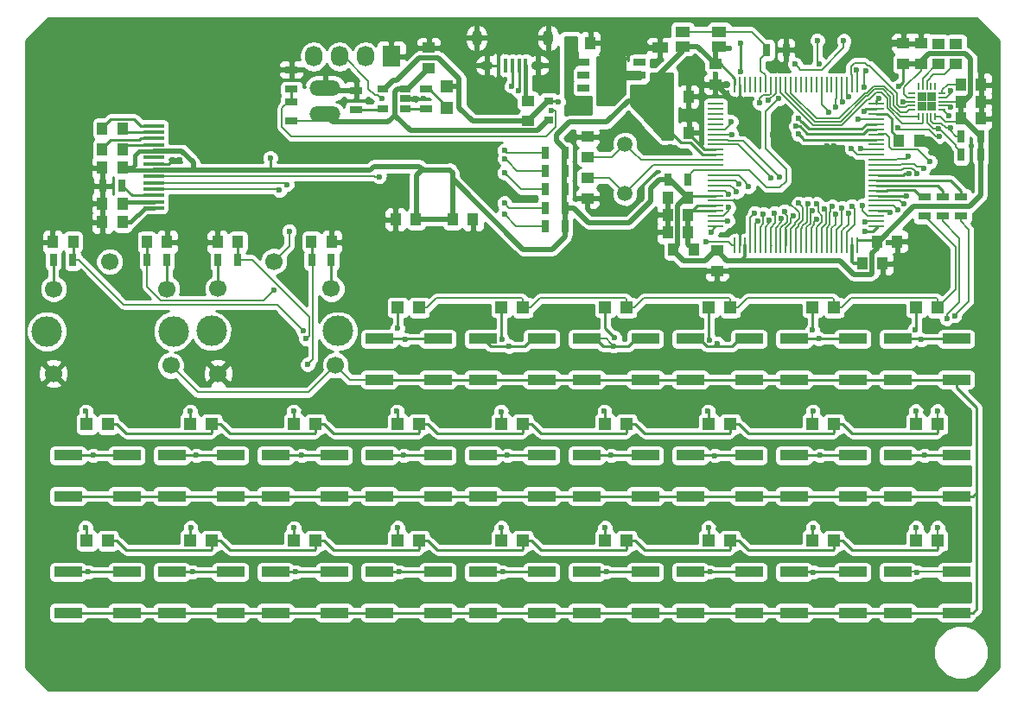
<source format=gtl>
G04 #@! TF.FileFunction,Copper,L1,Top,Signal*
%FSLAX46Y46*%
G04 Gerber Fmt 4.6, Leading zero omitted, Abs format (unit mm)*
G04 Created by KiCad (PCBNEW 4.0.5-e0-6337~52~ubuntu16.10.1) date Sun Mar 12 18:19:32 2017*
%MOMM*%
%LPD*%
G01*
G04 APERTURE LIST*
%ADD10C,0.100000*%
%ADD11R,1.000000X1.250000*%
%ADD12R,1.500000X0.280000*%
%ADD13R,0.280000X1.500000*%
%ADD14O,3.014980X1.506220*%
%ADD15R,1.198880X1.198880*%
%ADD16R,2.750000X1.000000*%
%ADD17R,1.300000X0.700000*%
%ADD18R,1.060000X0.650000*%
%ADD19R,0.400000X1.350000*%
%ADD20O,1.250000X0.950000*%
%ADD21O,1.000000X1.550000*%
%ADD22R,1.250000X1.000000*%
%ADD23R,1.600000X1.000000*%
%ADD24R,0.900000X0.800000*%
%ADD25O,0.750000X0.200000*%
%ADD26O,0.200000X0.750000*%
%ADD27R,0.925000X0.925000*%
%ADD28R,0.700000X1.300000*%
%ADD29C,1.501140*%
%ADD30R,2.000000X0.320000*%
%ADD31R,1.400000X1.050000*%
%ADD32C,1.700000*%
%ADD33C,3.000000*%
%ADD34R,1.200000X0.700000*%
%ADD35R,2.400000X3.200000*%
%ADD36R,1.727200X2.032000*%
%ADD37O,1.727200X2.032000*%
%ADD38C,0.600000*%
%ADD39C,0.160000*%
%ADD40C,0.250000*%
%ADD41C,0.200000*%
%ADD42C,0.500000*%
%ADD43C,0.600000*%
%ADD44C,0.700000*%
%ADD45C,0.400000*%
%ADD46C,0.300000*%
%ADD47C,0.254000*%
G04 APERTURE END LIST*
D10*
D11*
X133924800Y-80746600D03*
X135924800Y-80746600D03*
D12*
X148183000Y-86710000D03*
X148183000Y-87210000D03*
X148183000Y-87710000D03*
X148183000Y-88210000D03*
X148183000Y-88710000D03*
X148183000Y-89210000D03*
X148183000Y-89710000D03*
X148183000Y-90210000D03*
X148183000Y-90710000D03*
X148183000Y-91210000D03*
X148183000Y-91710000D03*
X148183000Y-92210000D03*
X148183000Y-92710000D03*
X148183000Y-93210000D03*
X148183000Y-93710000D03*
X148183000Y-94210000D03*
X148183000Y-94710000D03*
X148183000Y-95210000D03*
X148183000Y-95710000D03*
X148183000Y-96210000D03*
X148183000Y-96710000D03*
X148183000Y-97210000D03*
X148183000Y-97710000D03*
X148183000Y-98210000D03*
X148183000Y-98710000D03*
D13*
X150083000Y-100610000D03*
X150583000Y-100610000D03*
X151083000Y-100610000D03*
X151583000Y-100610000D03*
X152083000Y-100610000D03*
X152583000Y-100610000D03*
X153083000Y-100610000D03*
X153583000Y-100610000D03*
X154083000Y-100610000D03*
X154583000Y-100610000D03*
X155083000Y-100610000D03*
X155583000Y-100610000D03*
X156083000Y-100610000D03*
X156583000Y-100610000D03*
X157083000Y-100610000D03*
X157583000Y-100610000D03*
X158083000Y-100610000D03*
X158583000Y-100610000D03*
X159083000Y-100610000D03*
X159583000Y-100610000D03*
X160083000Y-100610000D03*
X160583000Y-100610000D03*
X161083000Y-100610000D03*
X161583000Y-100610000D03*
X162083000Y-100610000D03*
D12*
X163983000Y-98710000D03*
X163983000Y-98210000D03*
X163983000Y-97710000D03*
X163983000Y-97210000D03*
X163983000Y-96710000D03*
X163983000Y-96210000D03*
X163983000Y-95710000D03*
X163983000Y-95210000D03*
X163983000Y-94710000D03*
X163983000Y-94210000D03*
X163983000Y-93710000D03*
X163983000Y-93210000D03*
X163983000Y-92710000D03*
X163983000Y-92210000D03*
X163983000Y-91710000D03*
X163983000Y-91210000D03*
X163983000Y-90710000D03*
X163983000Y-90210000D03*
X163983000Y-89710000D03*
X163983000Y-89210000D03*
X163983000Y-88710000D03*
X163983000Y-88210000D03*
X163983000Y-87710000D03*
X163983000Y-87210000D03*
X163983000Y-86710000D03*
D13*
X162083000Y-84810000D03*
X161583000Y-84810000D03*
X161083000Y-84810000D03*
X160583000Y-84810000D03*
X160083000Y-84810000D03*
X159583000Y-84810000D03*
X159083000Y-84810000D03*
X158583000Y-84810000D03*
X158083000Y-84810000D03*
X157583000Y-84810000D03*
X157083000Y-84810000D03*
X156583000Y-84810000D03*
X156083000Y-84810000D03*
X155583000Y-84810000D03*
X155083000Y-84810000D03*
X154583000Y-84810000D03*
X154083000Y-84810000D03*
X153583000Y-84810000D03*
X153083000Y-84810000D03*
X152583000Y-84810000D03*
X152083000Y-84810000D03*
X151583000Y-84810000D03*
X151083000Y-84810000D03*
X150583000Y-84810000D03*
X150083000Y-84810000D03*
D11*
X90100000Y-96500000D03*
X88100000Y-96500000D03*
X90116000Y-98298000D03*
X88116000Y-98298000D03*
D14*
X109949200Y-87720000D03*
X109949200Y-85180000D03*
D15*
X159799020Y-106680000D03*
X157700980Y-106680000D03*
D16*
X115235000Y-121190000D03*
X120985000Y-121190000D03*
X120985000Y-125190000D03*
X115235000Y-125190000D03*
D11*
X172228000Y-84836000D03*
X174228000Y-84836000D03*
D16*
X84755000Y-121190000D03*
X90505000Y-121190000D03*
X90505000Y-125190000D03*
X84755000Y-125190000D03*
D15*
X169959020Y-106680000D03*
X167860980Y-106680000D03*
D16*
X145715000Y-121190000D03*
X151465000Y-121190000D03*
X151465000Y-125190000D03*
X145715000Y-125190000D03*
D17*
X119837200Y-87157600D03*
X119837200Y-85257600D03*
D16*
X155875000Y-121190000D03*
X161625000Y-121190000D03*
X161625000Y-125190000D03*
X155875000Y-125190000D03*
X94915000Y-121190000D03*
X100665000Y-121190000D03*
X100665000Y-125190000D03*
X94915000Y-125190000D03*
X105075000Y-121190000D03*
X110825000Y-121190000D03*
X110825000Y-125190000D03*
X105075000Y-125190000D03*
X125395000Y-121190000D03*
X131145000Y-121190000D03*
X131145000Y-125190000D03*
X125395000Y-125190000D03*
X135555000Y-121190000D03*
X141305000Y-121190000D03*
X141305000Y-125190000D03*
X135555000Y-125190000D03*
X84755000Y-132620000D03*
X90505000Y-132620000D03*
X90505000Y-136620000D03*
X84755000Y-136620000D03*
X94915000Y-132620000D03*
X100665000Y-132620000D03*
X100665000Y-136620000D03*
X94915000Y-136620000D03*
X105075000Y-132620000D03*
X110825000Y-132620000D03*
X110825000Y-136620000D03*
X105075000Y-136620000D03*
X115235000Y-132620000D03*
X120985000Y-132620000D03*
X120985000Y-136620000D03*
X115235000Y-136620000D03*
X125395000Y-132620000D03*
X131145000Y-132620000D03*
X131145000Y-136620000D03*
X125395000Y-136620000D03*
X135555000Y-132620000D03*
X141305000Y-132620000D03*
X141305000Y-136620000D03*
X135555000Y-136620000D03*
X145715000Y-132620000D03*
X151465000Y-132620000D03*
X151465000Y-136620000D03*
X145715000Y-136620000D03*
X155875000Y-132620000D03*
X161625000Y-132620000D03*
X161625000Y-136620000D03*
X155875000Y-136620000D03*
X166035000Y-121190000D03*
X171785000Y-121190000D03*
X171785000Y-125190000D03*
X166035000Y-125190000D03*
X166035000Y-132620000D03*
X171785000Y-132620000D03*
X171785000Y-136620000D03*
X166035000Y-136620000D03*
X166035000Y-109760000D03*
X171785000Y-109760000D03*
X171785000Y-113760000D03*
X166035000Y-113760000D03*
X115235000Y-109760000D03*
X120985000Y-109760000D03*
X120985000Y-113760000D03*
X115235000Y-113760000D03*
X125395000Y-109760000D03*
X131145000Y-109760000D03*
X131145000Y-113760000D03*
X125395000Y-113760000D03*
X135555000Y-109760000D03*
X141305000Y-109760000D03*
X141305000Y-113760000D03*
X135555000Y-113760000D03*
X145715000Y-109760000D03*
X151465000Y-109760000D03*
X151465000Y-113760000D03*
X145715000Y-113760000D03*
X155875000Y-109760000D03*
X161625000Y-109760000D03*
X161625000Y-113760000D03*
X155875000Y-113760000D03*
D15*
X88679020Y-129540000D03*
X86580980Y-129540000D03*
X98839020Y-129540000D03*
X96740980Y-129540000D03*
X108999020Y-129540000D03*
X106900980Y-129540000D03*
X119159020Y-129540000D03*
X117060980Y-129540000D03*
X129319020Y-129540000D03*
X127220980Y-129540000D03*
X139479020Y-129540000D03*
X137380980Y-129540000D03*
X149639020Y-129540000D03*
X147540980Y-129540000D03*
X159799020Y-129540000D03*
X157700980Y-129540000D03*
X169959020Y-129540000D03*
X167860980Y-129540000D03*
X88679020Y-118110000D03*
X86580980Y-118110000D03*
X98839020Y-118110000D03*
X96740980Y-118110000D03*
X108999020Y-118110000D03*
X106900980Y-118110000D03*
X119159020Y-118110000D03*
X117060980Y-118110000D03*
X129319020Y-118110000D03*
X127220980Y-118110000D03*
X139479020Y-118110000D03*
X137380980Y-118110000D03*
X149639020Y-118110000D03*
X147540980Y-118110000D03*
X159799020Y-118110000D03*
X157700980Y-118110000D03*
X169959020Y-118110000D03*
X167860980Y-118110000D03*
X119159020Y-106680000D03*
X117060980Y-106680000D03*
X129319020Y-106680000D03*
X127220980Y-106680000D03*
X139479020Y-106680000D03*
X137380980Y-106680000D03*
X149639020Y-106680000D03*
X147540980Y-106680000D03*
D18*
X117762200Y-87157600D03*
X117762200Y-86207600D03*
X117762200Y-85257600D03*
X115562200Y-85257600D03*
X115562200Y-87157600D03*
D19*
X129588680Y-82944140D03*
X128938680Y-82944140D03*
X128288680Y-82944140D03*
X127638680Y-82944140D03*
X126988680Y-82944140D03*
D20*
X130788680Y-82944140D03*
X125788680Y-82944140D03*
D21*
X131788680Y-80244140D03*
X124788680Y-80244140D03*
D22*
X120100000Y-83200000D03*
X120100000Y-81200000D03*
D23*
X142748000Y-84227800D03*
X142748000Y-81227800D03*
D17*
X112979200Y-85384600D03*
X112979200Y-87284600D03*
D24*
X131842000Y-86426000D03*
X131842000Y-88326000D03*
X133842000Y-87376000D03*
D11*
X162576000Y-102362000D03*
X164576000Y-102362000D03*
X166182800Y-90297000D03*
X168182800Y-90297000D03*
X172228000Y-86487000D03*
X174228000Y-86487000D03*
D22*
X168325800Y-82788000D03*
X168325800Y-80788000D03*
D11*
X172228000Y-88138000D03*
X174228000Y-88138000D03*
D22*
X170027600Y-80813400D03*
X170027600Y-82813400D03*
X171754800Y-80813400D03*
X171754800Y-82813400D03*
D25*
X170410000Y-87287000D03*
X170410000Y-86887000D03*
X170410000Y-86487000D03*
X170410000Y-86087000D03*
X170410000Y-85687000D03*
D26*
X169710000Y-84987000D03*
X169310000Y-84987000D03*
X168910000Y-84987000D03*
X168510000Y-84987000D03*
X168110000Y-84987000D03*
D25*
X167410000Y-85687000D03*
X167410000Y-86087000D03*
X167410000Y-86487000D03*
X167410000Y-86887000D03*
X167410000Y-87287000D03*
D26*
X168110000Y-87987000D03*
X168510000Y-87987000D03*
X168910000Y-87987000D03*
X169310000Y-87987000D03*
X169710000Y-87987000D03*
D27*
X168447500Y-86024500D03*
X168447500Y-86949500D03*
X169372500Y-86024500D03*
X169372500Y-86949500D03*
D15*
X121869200Y-85031580D03*
X121869200Y-87129620D03*
D22*
X135636000Y-89932000D03*
X135636000Y-91932000D03*
X135636000Y-95996000D03*
X135636000Y-93996000D03*
D11*
X143500600Y-97600000D03*
X145500600Y-97600000D03*
X143500000Y-99300000D03*
X145500000Y-99300000D03*
X145567400Y-86000000D03*
X143567400Y-86000000D03*
X145576800Y-89560400D03*
X143576800Y-89560400D03*
X143500000Y-95900000D03*
X145500000Y-95900000D03*
D22*
X148336000Y-103108000D03*
X148336000Y-101108000D03*
D11*
X166000000Y-100203000D03*
X164000000Y-100203000D03*
D22*
X166598600Y-80788000D03*
X166598600Y-82788000D03*
X148158200Y-84794600D03*
X148158200Y-82794600D03*
D11*
X144050000Y-101000000D03*
X146050000Y-101000000D03*
D28*
X174178000Y-91694000D03*
X172278000Y-91694000D03*
X174178000Y-89916000D03*
X172278000Y-89916000D03*
X153217840Y-81422240D03*
X155117840Y-81422240D03*
X145450000Y-94150000D03*
X143550000Y-94150000D03*
D17*
X172212000Y-95824000D03*
X172212000Y-97724000D03*
X170434000Y-95824000D03*
X170434000Y-97724000D03*
X168656000Y-95824000D03*
X168656000Y-97724000D03*
D22*
X129800000Y-88400000D03*
X129800000Y-86400000D03*
D28*
X133450000Y-95100000D03*
X131550000Y-95100000D03*
X133450000Y-93300000D03*
X131550000Y-93300000D03*
X133449100Y-91500000D03*
X131549100Y-91500000D03*
X133450000Y-98700000D03*
X131550000Y-98700000D03*
X133450000Y-96900000D03*
X131550000Y-96900000D03*
D11*
X118856000Y-98044000D03*
X116856000Y-98044000D03*
X122444000Y-98044000D03*
X124444000Y-98044000D03*
X90116000Y-92964000D03*
X88116000Y-92964000D03*
X88116000Y-89154000D03*
X90116000Y-89154000D03*
X88116000Y-91186000D03*
X90116000Y-91186000D03*
D28*
X90066000Y-94742000D03*
X88166000Y-94742000D03*
D11*
X85251800Y-100253800D03*
X83251800Y-100253800D03*
X92472000Y-100253800D03*
X94472000Y-100253800D03*
X101406200Y-100253800D03*
X99406200Y-100253800D03*
X108601000Y-100253800D03*
X110601000Y-100253800D03*
D28*
X83314500Y-101981000D03*
X85214500Y-101981000D03*
X92522000Y-101981000D03*
X94422000Y-101981000D03*
X99443500Y-101981000D03*
X101343500Y-101981000D03*
X108651000Y-101981000D03*
X110551000Y-101981000D03*
D29*
X139319000Y-90650060D03*
X139319000Y-95531940D03*
D30*
X93148564Y-88862454D03*
X93148564Y-89482454D03*
X93148564Y-90102454D03*
X93148564Y-90722454D03*
X93148564Y-91342454D03*
X93148564Y-91962454D03*
X93148564Y-92582454D03*
X93148564Y-93202454D03*
X93148564Y-93822454D03*
X93148564Y-94442454D03*
X93148564Y-95062454D03*
X93148564Y-95682454D03*
X93148564Y-96302454D03*
X93148564Y-96922454D03*
D31*
X144964600Y-81079000D03*
X148564600Y-81079000D03*
X144964600Y-79629000D03*
X148564600Y-79629000D03*
D32*
X104950000Y-102150000D03*
X110950000Y-112350000D03*
X99450000Y-113150000D03*
X110550000Y-104850000D03*
X99450000Y-104850000D03*
D33*
X98800000Y-109000000D03*
X111200000Y-109000000D03*
D32*
X88824600Y-102166800D03*
X94824600Y-112366800D03*
X83324600Y-113166800D03*
X94424600Y-104866800D03*
X83324600Y-104866800D03*
D33*
X82674600Y-109016800D03*
X95074600Y-109016800D03*
D34*
X140748200Y-86405800D03*
X140748200Y-85135800D03*
X140748200Y-83865800D03*
X140748200Y-82595800D03*
X135248200Y-86405800D03*
X135248200Y-85135800D03*
X135248200Y-83865800D03*
X135248200Y-82595800D03*
D35*
X137998200Y-84505800D03*
D36*
X116431800Y-82062000D03*
D37*
X113891800Y-82062000D03*
X111351800Y-82062000D03*
X108811800Y-82062000D03*
D17*
X106650000Y-86525000D03*
X106650000Y-88425000D03*
X106650000Y-83375000D03*
X106650000Y-85275000D03*
D38*
X151444286Y-94809746D03*
X86487000Y-128244600D03*
X86512398Y-116865400D03*
X150266398Y-95326200D03*
X96774000Y-128270000D03*
X96723200Y-116865400D03*
X152033041Y-97410406D03*
X106883204Y-128295400D03*
X106857800Y-116865400D03*
X154966950Y-97253224D03*
X117043202Y-128270000D03*
X117030500Y-108712000D03*
X116992400Y-116865400D03*
X157712888Y-97219474D03*
X127203200Y-128269998D03*
X127177800Y-116890800D03*
X127270012Y-109829598D03*
X167953193Y-93523293D03*
X168360047Y-109830664D03*
X158357660Y-82768160D03*
X162966511Y-83506690D03*
X158178500Y-80492600D03*
X162723012Y-85054631D03*
X162204400Y-88239600D03*
X168567386Y-93010668D03*
X168681400Y-121183400D03*
X158419800Y-121183400D03*
X166623348Y-96521539D03*
X169200000Y-92400000D03*
X167944800Y-132638800D03*
X157784800Y-132638800D03*
X166935694Y-95785021D03*
X148117390Y-121208800D03*
X162813157Y-98298442D03*
X137982790Y-121183400D03*
X160587074Y-96908075D03*
X162814000Y-99237800D03*
X147650200Y-132613400D03*
X137490200Y-132613400D03*
X161219414Y-97463389D03*
X158127612Y-96535352D03*
X127822790Y-121183400D03*
X106188600Y-94619800D03*
X171200000Y-89100000D03*
X153388771Y-86380011D03*
X149441078Y-95566815D03*
X86741000Y-132613400D03*
X156337000Y-96469202D03*
X117637390Y-121183400D03*
X105477400Y-95178600D03*
X115500000Y-86200000D03*
X170069827Y-89142646D03*
X152509444Y-86620022D03*
X158872900Y-96999686D03*
X127330200Y-132613400D03*
X153986500Y-97421145D03*
X107670600Y-121183400D03*
X157231719Y-96491594D03*
X117246400Y-132613400D03*
X154633075Y-97980235D03*
X107061000Y-132613400D03*
X147767496Y-99308747D03*
X97342790Y-121183400D03*
X147269200Y-100279200D03*
X96970600Y-132620000D03*
X150448714Y-94541728D03*
X87208190Y-121183400D03*
X99711600Y-91952800D03*
X100448200Y-91952800D03*
X101210200Y-91927400D03*
X101972200Y-91927400D03*
X154423200Y-79811600D03*
X113100000Y-91900000D03*
X112400000Y-91900000D03*
X111700000Y-91900000D03*
X111000000Y-91900000D03*
X143775000Y-90950000D03*
X139000000Y-102150000D03*
X139700000Y-102150000D03*
X140400000Y-102150000D03*
X141100000Y-102150000D03*
X170600000Y-104400000D03*
X170600000Y-103700000D03*
X170600000Y-103000000D03*
X170600000Y-102300000D03*
X154000000Y-83500000D03*
X154700000Y-83500000D03*
X154000000Y-82900000D03*
X154700000Y-82900000D03*
X151700000Y-89900000D03*
X151100000Y-89400000D03*
X155100000Y-90300000D03*
X153800000Y-89700000D03*
X153900000Y-90400000D03*
X162200000Y-95400000D03*
X162200000Y-94700000D03*
X162200000Y-94000000D03*
X162200000Y-93300000D03*
X111000000Y-95300000D03*
X111700000Y-95300000D03*
X112400000Y-95300000D03*
X113100000Y-95300000D03*
X95700000Y-92200000D03*
X139100000Y-82900000D03*
X138300000Y-82900000D03*
X137600000Y-82900000D03*
X136900000Y-82900000D03*
X145576800Y-89560400D03*
X168325800Y-80788000D03*
X166598600Y-80788000D03*
X174228000Y-88138000D03*
X174228000Y-86487000D03*
X174228000Y-84836000D03*
X145796000Y-83896200D03*
X145796000Y-83185000D03*
X146481800Y-83185000D03*
X146481800Y-83870800D03*
X159131000Y-90855800D03*
X159816800Y-90855800D03*
X159816800Y-91516200D03*
X159131000Y-91516200D03*
X147015200Y-84785200D03*
X149326600Y-84785200D03*
X140589000Y-80187800D03*
X175285400Y-94030800D03*
X175285400Y-95631000D03*
X148158200Y-83820000D03*
X151917400Y-89230200D03*
X150985136Y-96799400D03*
X152069800Y-96139000D03*
X150622000Y-98983800D03*
X151371298Y-88709500D03*
X154432000Y-89916000D03*
X170434000Y-92964000D03*
X170434000Y-92964000D03*
X170434000Y-92202000D03*
X94996000Y-92202000D03*
X174193200Y-81330800D03*
X162756282Y-87419202D03*
X165099445Y-100354232D03*
X126230380Y-80238600D03*
X130345180Y-80264000D03*
X154940000Y-96012000D03*
X165354000Y-80772000D03*
X119583200Y-86207600D03*
X118821200Y-86207600D03*
X168182800Y-90297000D03*
X168447500Y-86949500D03*
X169372500Y-86949500D03*
X169372500Y-86024500D03*
X168447500Y-86024500D03*
X155792855Y-97685428D03*
X117779802Y-109829600D03*
X158072898Y-98000482D03*
X127965200Y-110464600D03*
X159991161Y-97494167D03*
X138205340Y-110444413D03*
X148361400Y-110209594D03*
X162562618Y-96702684D03*
X158318200Y-109753400D03*
X166081772Y-97110364D03*
X156323482Y-89674990D03*
X132800000Y-86500000D03*
X149592122Y-81274640D03*
X104575000Y-92025000D03*
X166165333Y-84986721D03*
X164182085Y-86179348D03*
X119481600Y-93141800D03*
X122148600Y-93192600D03*
X150626712Y-80766641D03*
X162033741Y-83348170D03*
X150688464Y-83559988D03*
X128876894Y-85436450D03*
X156062336Y-88918801D03*
X156287442Y-88151112D03*
X128197627Y-84966116D03*
X159637273Y-96763565D03*
X137363200Y-128270000D03*
X137312400Y-116865400D03*
X138301388Y-109650188D03*
X161558472Y-96738780D03*
X147497800Y-128270000D03*
X147472400Y-116865400D03*
X147590012Y-109849583D03*
X157734000Y-116865400D03*
X165301348Y-97335002D03*
X157734000Y-128270000D03*
X157683200Y-108889800D03*
X167144105Y-93584990D03*
X167718087Y-108866180D03*
X167843200Y-128270000D03*
X167817800Y-116839998D03*
X166574534Y-86484208D03*
X167081200Y-91871800D03*
X149485130Y-96891179D03*
X171616684Y-107496172D03*
X169951400Y-128270000D03*
X169926000Y-116840002D03*
X170865800Y-107772200D03*
X161517768Y-91108972D03*
X127508000Y-96443600D03*
X162409906Y-91100733D03*
X127508000Y-97543600D03*
X127500000Y-91300000D03*
X161263612Y-86026724D03*
X127546799Y-92098642D03*
X160609185Y-86533644D03*
X159961477Y-87031870D03*
X159317021Y-87528400D03*
X127508000Y-93472000D03*
X170002200Y-80797400D03*
X171754800Y-80797400D03*
X171227988Y-87067010D03*
X171227998Y-85415481D03*
X166100000Y-89100000D03*
X170100081Y-89902056D03*
X171069000Y-87909400D03*
X149771398Y-89725011D03*
X115239806Y-93853000D03*
X154450900Y-93848069D03*
X104935221Y-104999845D03*
X149377400Y-98170994D03*
X152313052Y-98196187D03*
X107829978Y-108991400D03*
X106426000Y-99185719D03*
X153658233Y-93956227D03*
X153473063Y-98108965D03*
X108229400Y-112268000D03*
X152854807Y-97508104D03*
X108072869Y-109753648D03*
X156000000Y-82832550D03*
X154377342Y-86211699D03*
X160769300Y-80519491D03*
X149703845Y-88461653D03*
X132100000Y-87375000D03*
D39*
X151144287Y-94509747D02*
X151444286Y-94809746D01*
X148183000Y-93710000D02*
X150446140Y-93710000D01*
X151144287Y-94408147D02*
X151144287Y-94509747D01*
X150446140Y-93710000D02*
X151144287Y-94408147D01*
D40*
X86580980Y-128338580D02*
X86487000Y-128244600D01*
X86580980Y-129540000D02*
X86580980Y-128338580D01*
X86580980Y-116933982D02*
X86512398Y-116865400D01*
X86580980Y-118110000D02*
X86580980Y-116933982D01*
X172212000Y-95824000D02*
X172212000Y-95212000D01*
X164983000Y-94210000D02*
X163983000Y-94210000D01*
X172212000Y-95212000D02*
X171210000Y-94210000D01*
X171210000Y-94210000D02*
X164983000Y-94210000D01*
X164113380Y-94213380D02*
X164110000Y-94210000D01*
X170434000Y-95224000D02*
X169920000Y-94710000D01*
X170434000Y-95824000D02*
X170434000Y-95224000D01*
X169920000Y-94710000D02*
X164983000Y-94710000D01*
X164983000Y-94710000D02*
X163983000Y-94710000D01*
X168656000Y-95824000D02*
X168356000Y-95824000D01*
X164983000Y-95210000D02*
X163983000Y-95210000D01*
X165032989Y-95160011D02*
X164983000Y-95210000D01*
X167692011Y-95160011D02*
X165032989Y-95160011D01*
X168356000Y-95824000D02*
X167692011Y-95160011D01*
D39*
X148183000Y-94710000D02*
X149650198Y-94710000D01*
X149966399Y-95026201D02*
X150266398Y-95326200D01*
X149650198Y-94710000D02*
X149966399Y-95026201D01*
D40*
X96740980Y-128303020D02*
X96774000Y-128270000D01*
X96740980Y-129540000D02*
X96740980Y-128303020D01*
X96740980Y-116883180D02*
X96723200Y-116865400D01*
X96740980Y-118110000D02*
X96740980Y-116883180D01*
D39*
X151583000Y-100610000D02*
X151583000Y-97860447D01*
X151733042Y-97710405D02*
X152033041Y-97410406D01*
X151583000Y-97860447D02*
X151733042Y-97710405D01*
D40*
X106900980Y-128313176D02*
X106883204Y-128295400D01*
X106900980Y-129540000D02*
X106900980Y-128313176D01*
X106900980Y-116908580D02*
X106857800Y-116865400D01*
X106900980Y-118110000D02*
X106900980Y-116908580D01*
D39*
X154583000Y-98888714D02*
X155213077Y-98258637D01*
X155213077Y-98258637D02*
X155213077Y-97701833D01*
X155213077Y-97701833D02*
X154966950Y-97455706D01*
X154583000Y-100610000D02*
X154583000Y-98888714D01*
X154966950Y-97455706D02*
X154966950Y-97253224D01*
D40*
X117060980Y-129540000D02*
X117060980Y-128287778D01*
X117060980Y-128287778D02*
X117043202Y-128270000D01*
X117060980Y-116933980D02*
X116992400Y-116865400D01*
X117060980Y-108681520D02*
X117030500Y-108712000D01*
X117060980Y-118110000D02*
X117060980Y-116933980D01*
X117060980Y-106680000D02*
X117060980Y-108681520D01*
D39*
X157083000Y-100102000D02*
X157083000Y-98838965D01*
X157492887Y-97439474D02*
X157712888Y-97219474D01*
X157492888Y-98429075D02*
X157492887Y-97439474D01*
X157083000Y-98838965D02*
X157492888Y-98429075D01*
D40*
X127220980Y-129540000D02*
X127220980Y-128287778D01*
X127220980Y-128287778D02*
X127203200Y-128269998D01*
X127220980Y-116933980D02*
X127177800Y-116890800D01*
X127220980Y-109780566D02*
X127270012Y-109829598D01*
X127220980Y-118110000D02*
X127220980Y-116933980D01*
X127220980Y-106680000D02*
X127220980Y-109780566D01*
D39*
X167653194Y-93223294D02*
X167953193Y-93523293D01*
X166622873Y-93002540D02*
X167432440Y-93002540D01*
X164110000Y-93210000D02*
X166415413Y-93210000D01*
X166415413Y-93210000D02*
X166622873Y-93002540D01*
X167432440Y-93002540D02*
X167653194Y-93223294D01*
X167730664Y-109830664D02*
X167935783Y-109830664D01*
X166035000Y-109760000D02*
X167660000Y-109760000D01*
X167935783Y-109830664D02*
X168360047Y-109830664D01*
X167660000Y-109760000D02*
X167730664Y-109830664D01*
D40*
X171785000Y-109760000D02*
X166910000Y-109760000D01*
X166910000Y-109760000D02*
X166035000Y-109760000D01*
D39*
X158178500Y-80492600D02*
X158178500Y-82589000D01*
X158178500Y-82589000D02*
X158357660Y-82768160D01*
X162723012Y-83750189D02*
X162966511Y-83506690D01*
X162723012Y-85054631D02*
X162723012Y-83750189D01*
X163983000Y-88210000D02*
X162234000Y-88210000D01*
X162234000Y-88210000D02*
X162204400Y-88239600D01*
X166390220Y-92598782D02*
X167640376Y-92598782D01*
X166279002Y-92710000D02*
X166390220Y-92598782D01*
X164110000Y-92710000D02*
X166279002Y-92710000D01*
X168436723Y-92880005D02*
X168567386Y-93010668D01*
X167640376Y-92598782D02*
X167921599Y-92880005D01*
X167921599Y-92880005D02*
X168436723Y-92880005D01*
X168674800Y-121190000D02*
X168681400Y-121183400D01*
X166035000Y-121190000D02*
X168674800Y-121190000D01*
D40*
X171785000Y-121190000D02*
X166035000Y-121190000D01*
D39*
X166311809Y-96210000D02*
X166323349Y-96221540D01*
X157500000Y-121190000D02*
X157506600Y-121183400D01*
X155875000Y-121190000D02*
X157500000Y-121190000D01*
X157506600Y-121183400D02*
X158419800Y-121183400D01*
X166323349Y-96221540D02*
X166623348Y-96521539D01*
X164110000Y-96210000D02*
X166311809Y-96210000D01*
D40*
X161625000Y-121190000D02*
X155875000Y-121190000D01*
D39*
X168002001Y-91202001D02*
X168900001Y-92100001D01*
X165201600Y-90944802D02*
X165458799Y-91202001D01*
X165201600Y-89999736D02*
X165201600Y-90944802D01*
X165458799Y-91202001D02*
X168002001Y-91202001D01*
X164891863Y-89689999D02*
X165201600Y-89999736D01*
X164110000Y-89689999D02*
X164891863Y-89689999D01*
X168900001Y-92100001D02*
X169200000Y-92400000D01*
X167926000Y-132620000D02*
X167944800Y-132638800D01*
X167926000Y-132620000D02*
X166035000Y-132620000D01*
X171785000Y-132620000D02*
X166035000Y-132620000D01*
D40*
X166935694Y-95700306D02*
X166935694Y-95785021D01*
D39*
X157766000Y-132620000D02*
X157784800Y-132638800D01*
X155875000Y-132620000D02*
X157766000Y-132620000D01*
D40*
X166876387Y-95640999D02*
X166935694Y-95700306D01*
X164110000Y-95710000D02*
X166436409Y-95710000D01*
X166511430Y-95785021D02*
X166935694Y-95785021D01*
X166436409Y-95710000D02*
X166511430Y-95785021D01*
X161625000Y-132620000D02*
X155875000Y-132620000D01*
D39*
X148098590Y-121190000D02*
X148117390Y-121208800D01*
X145715000Y-121190000D02*
X148098590Y-121190000D01*
X162901599Y-98210000D02*
X162813157Y-98298442D01*
X164110000Y-98210000D02*
X162901599Y-98210000D01*
D40*
X151465000Y-121190000D02*
X145715000Y-121190000D01*
D39*
X137976190Y-121190000D02*
X137982790Y-121183400D01*
X135555000Y-121190000D02*
X137976190Y-121190000D01*
X160594413Y-98515622D02*
X160594413Y-97339678D01*
X160083000Y-99057936D02*
X160232184Y-98908752D01*
X160232184Y-98908752D02*
X160232184Y-98877851D01*
X160083000Y-100102000D02*
X160083000Y-99057936D01*
X160232184Y-98877851D02*
X160594413Y-98515622D01*
X160594413Y-97339678D02*
X160587074Y-97332339D01*
X160587074Y-97332339D02*
X160587074Y-96908075D01*
D40*
X141305000Y-121190000D02*
X135555000Y-121190000D01*
X163238264Y-99237800D02*
X162814000Y-99237800D01*
X163582200Y-99237800D02*
X163238264Y-99237800D01*
X164110000Y-98710000D02*
X163582200Y-99237800D01*
D39*
X147643600Y-132620000D02*
X147650200Y-132613400D01*
X145715000Y-132620000D02*
X147643600Y-132620000D01*
D40*
X151465000Y-132620000D02*
X145715000Y-132620000D01*
D39*
X137483600Y-132620000D02*
X137490200Y-132613400D01*
X135555000Y-132620000D02*
X137483600Y-132620000D01*
X160682195Y-99064251D02*
X161219414Y-98527032D01*
X161219414Y-98527032D02*
X161219414Y-97887653D01*
X160682195Y-99095152D02*
X160682195Y-99064251D01*
X160583000Y-100102000D02*
X160583000Y-99194347D01*
X161219414Y-97887653D02*
X161219414Y-97463389D01*
X160583000Y-99194347D02*
X160682195Y-99095152D01*
D40*
X141305000Y-132620000D02*
X135555000Y-132620000D01*
D39*
X158083000Y-100102000D02*
X158083000Y-98857224D01*
X158212908Y-98727316D02*
X158212908Y-98718876D01*
X158212908Y-98718876D02*
X158652900Y-98278884D01*
X158083000Y-98857224D02*
X158212908Y-98727316D01*
X158652900Y-98278884D02*
X158652900Y-97661544D01*
X158652900Y-97661544D02*
X158292890Y-97301534D01*
X158292890Y-97301534D02*
X158292890Y-96700630D01*
X158292890Y-96700630D02*
X158127612Y-96535352D01*
X127816190Y-121190000D02*
X127822790Y-121183400D01*
X125395000Y-121190000D02*
X127816190Y-121190000D01*
D40*
X131145000Y-121190000D02*
X125395000Y-121190000D01*
D39*
X106011254Y-94442454D02*
X106188600Y-94619800D01*
X93148564Y-94442454D02*
X106011254Y-94442454D01*
X170299822Y-88600618D02*
X170799204Y-89100000D01*
X169867405Y-88642010D02*
X169908797Y-88600618D01*
X169552595Y-88642010D02*
X169867405Y-88642010D01*
X169310000Y-88399415D02*
X169552595Y-88642010D01*
X170799204Y-89100000D02*
X171200000Y-89100000D01*
X169908797Y-88600618D02*
X170299822Y-88600618D01*
X169310000Y-87987000D02*
X169310000Y-88399415D01*
X172278000Y-89916000D02*
X171768000Y-89916000D01*
X171768000Y-89916000D02*
X171200000Y-89348000D01*
X171200000Y-89348000D02*
X171200000Y-89100000D01*
X154083000Y-85685782D02*
X154083000Y-84810000D01*
X153388771Y-86380011D02*
X154083000Y-85685782D01*
X154083000Y-84810000D02*
X154083000Y-84074097D01*
X148183000Y-95210000D02*
X149093000Y-95210000D01*
X149093000Y-95210000D02*
X149441078Y-95558078D01*
X149441078Y-95558078D02*
X149441078Y-95566815D01*
X86734400Y-132620000D02*
X86741000Y-132613400D01*
X84755000Y-132620000D02*
X86734400Y-132620000D01*
D40*
X90505000Y-132620000D02*
X84755000Y-132620000D01*
D39*
X156083000Y-100610000D02*
X156083000Y-98972678D01*
X156636999Y-96769201D02*
X156337000Y-96469202D01*
X156333110Y-98570593D02*
X156772868Y-98130835D01*
X156333110Y-98722568D02*
X156333110Y-98570593D01*
X156772868Y-98130835D02*
X156772868Y-96905070D01*
X156083000Y-98972678D02*
X156333110Y-98722568D01*
X156772868Y-96905070D02*
X156636999Y-96769201D01*
X117630790Y-121190000D02*
X117637390Y-121183400D01*
X115235000Y-121190000D02*
X117630790Y-121190000D01*
D40*
X120985000Y-121190000D02*
X115235000Y-121190000D01*
D39*
X105361254Y-95062454D02*
X105477400Y-95178600D01*
X93148564Y-95062454D02*
X105361254Y-95062454D01*
X115500000Y-86200000D02*
X115200001Y-85900001D01*
X114200000Y-85254402D02*
X114200000Y-84500000D01*
X115200001Y-85900001D02*
X115200001Y-85862601D01*
X115200001Y-85862601D02*
X114808199Y-85862601D01*
X114808199Y-85862601D02*
X114200000Y-85254402D01*
X114200000Y-84500000D02*
X111762000Y-82062000D01*
X111762000Y-82062000D02*
X111351800Y-82062000D01*
X172278000Y-91394000D02*
X171768000Y-90884000D01*
X169645563Y-89142646D02*
X170069827Y-89142646D01*
X168910000Y-87987000D02*
X168910000Y-88522000D01*
X170141848Y-89142646D02*
X170069827Y-89142646D01*
X168910000Y-88522000D02*
X169530646Y-89142646D01*
X169530646Y-89142646D02*
X169645563Y-89142646D01*
X172278000Y-91694000D02*
X172278000Y-91394000D01*
X171768000Y-90884000D02*
X171768000Y-90768798D01*
X171768000Y-90768798D02*
X170141848Y-89142646D01*
X152865201Y-85840001D02*
X152509444Y-86195758D01*
X153462999Y-85840001D02*
X152865201Y-85840001D01*
X153583000Y-85720000D02*
X153462999Y-85840001D01*
X153583000Y-84810000D02*
X153583000Y-85720000D01*
X152509444Y-86195758D02*
X152509444Y-86620022D01*
X158583000Y-98857916D02*
X159012911Y-98428005D01*
X158583000Y-100102000D02*
X158583000Y-98857916D01*
X159012911Y-97139697D02*
X158872900Y-96999686D01*
X159012911Y-98428005D02*
X159012911Y-97139697D01*
X127020000Y-132620000D02*
X127026600Y-132613400D01*
X125395000Y-132620000D02*
X127020000Y-132620000D01*
X127026600Y-132613400D02*
X127330200Y-132613400D01*
D40*
X131145000Y-132620000D02*
X125395000Y-132620000D01*
D39*
X154053065Y-98387367D02*
X154053065Y-97487710D01*
X153583000Y-100610000D02*
X153583000Y-98857432D01*
X153583000Y-98857432D02*
X154053065Y-98387367D01*
X154053065Y-97487710D02*
X153986500Y-97421145D01*
X105075000Y-121190000D02*
X107664000Y-121190000D01*
X107664000Y-121190000D02*
X107670600Y-121183400D01*
D40*
X110825000Y-121190000D02*
X105075000Y-121190000D01*
X153606500Y-100586500D02*
X153583000Y-100610000D01*
D39*
X156693121Y-98871689D02*
X156693121Y-98719714D01*
X156693121Y-98719714D02*
X157132878Y-98279955D01*
X157132878Y-96590435D02*
X157231719Y-96491594D01*
X156583000Y-98981810D02*
X156693121Y-98871689D01*
X157132878Y-98279955D02*
X157132878Y-96590435D01*
X156583000Y-100610000D02*
X156583000Y-98981810D01*
X115235000Y-132620000D02*
X117239800Y-132620000D01*
X117239800Y-132620000D02*
X117246400Y-132613400D01*
D40*
X120985000Y-132620000D02*
X115235000Y-132620000D01*
D39*
X154083000Y-98866564D02*
X154633075Y-98316489D01*
X154083000Y-100610000D02*
X154083000Y-98866564D01*
X154633075Y-98316489D02*
X154633075Y-97980235D01*
X107054400Y-132620000D02*
X107061000Y-132613400D01*
X105075000Y-132620000D02*
X107054400Y-132620000D01*
D40*
X110825000Y-132620000D02*
X105075000Y-132620000D01*
D39*
X148067495Y-99008748D02*
X147767496Y-99308747D01*
X148067495Y-98847295D02*
X148067495Y-99008748D01*
X148056600Y-98836400D02*
X148067495Y-98847295D01*
X94915000Y-121190000D02*
X97336190Y-121190000D01*
X97336190Y-121190000D02*
X97342790Y-121183400D01*
D40*
X148056600Y-98836400D02*
X148183000Y-98710000D01*
X100665000Y-121190000D02*
X94915000Y-121190000D01*
D39*
X149452200Y-100279200D02*
X147269200Y-100279200D01*
X149783000Y-100610000D02*
X149452200Y-100279200D01*
X150083000Y-100610000D02*
X149783000Y-100610000D01*
X94915000Y-132620000D02*
X96970600Y-132620000D01*
D40*
X100665000Y-132620000D02*
X94915000Y-132620000D01*
D39*
X148183000Y-94210000D02*
X150116986Y-94210000D01*
X150148715Y-94241729D02*
X150448714Y-94541728D01*
X150116986Y-94210000D02*
X150148715Y-94241729D01*
X84755000Y-121190000D02*
X87201590Y-121190000D01*
X87201590Y-121190000D02*
X87208190Y-121183400D01*
D40*
X90505000Y-121190000D02*
X84755000Y-121190000D01*
X101210200Y-91927400D02*
X100473600Y-91927400D01*
X100473600Y-91927400D02*
X100448200Y-91952800D01*
X104575000Y-89975000D02*
X103924600Y-89975000D01*
X103924600Y-89975000D02*
X101972200Y-91927400D01*
X111700000Y-91900000D02*
X112400000Y-91900000D01*
X104575000Y-89975000D02*
X106500000Y-91900000D01*
X106500000Y-91900000D02*
X111000000Y-91900000D01*
X104575000Y-84225000D02*
X104575000Y-89975000D01*
X105425000Y-83375000D02*
X104575000Y-84225000D01*
X106350000Y-83375000D02*
X105425000Y-83375000D01*
X106650000Y-83375000D02*
X106350000Y-83375000D01*
D41*
X143775000Y-90950000D02*
X142250000Y-90950000D01*
X135511000Y-95996000D02*
X135636000Y-95996000D01*
X141100000Y-102150000D02*
X142058000Y-103108000D01*
X142058000Y-103108000D02*
X148336000Y-103108000D01*
D42*
X112979200Y-85384600D02*
X110153800Y-85384600D01*
X110153800Y-85384600D02*
X109949200Y-85180000D01*
D40*
X139700000Y-102150000D02*
X139000000Y-102150000D01*
X141100000Y-102150000D02*
X140400000Y-102150000D01*
X170600000Y-103000000D02*
X170600000Y-103700000D01*
X164576000Y-102362000D02*
X170538000Y-102362000D01*
X170538000Y-102362000D02*
X170600000Y-102300000D01*
X154700000Y-82900000D02*
X154700000Y-83500000D01*
X155117840Y-81422240D02*
X155117840Y-82582160D01*
X155117840Y-82582160D02*
X154700000Y-83000000D01*
X151917400Y-89230200D02*
X151917400Y-89682600D01*
X151917400Y-89682600D02*
X151700000Y-89900000D01*
X154432000Y-89916000D02*
X154716000Y-89916000D01*
X154716000Y-89916000D02*
X155100000Y-90300000D01*
X154432000Y-89916000D02*
X154384000Y-89916000D01*
X154384000Y-89916000D02*
X153900000Y-90400000D01*
X162200000Y-94000000D02*
X162200000Y-94700000D01*
X159816800Y-92316800D02*
X160800000Y-93300000D01*
X160800000Y-93300000D02*
X162200000Y-93300000D01*
X159816800Y-91516200D02*
X159816800Y-92316800D01*
X159816800Y-91516200D02*
X159816800Y-92216800D01*
X109949200Y-84683600D02*
X109194820Y-84683600D01*
X111700000Y-95300000D02*
X111000000Y-95300000D01*
X113100000Y-95300000D02*
X112400000Y-95300000D01*
X94996000Y-92202000D02*
X95698000Y-92202000D01*
X95698000Y-92202000D02*
X95700000Y-92200000D01*
D42*
X137600000Y-82900000D02*
X138300000Y-82900000D01*
X137900000Y-85000000D02*
X137900000Y-83900000D01*
X137900000Y-83900000D02*
X136900000Y-82900000D01*
D41*
X146481800Y-83185000D02*
X145796000Y-83185000D01*
X147015200Y-84785200D02*
X147015200Y-84404200D01*
X147015200Y-84404200D02*
X146481800Y-83870800D01*
D40*
X148183000Y-91210000D02*
X147101400Y-91210000D01*
X147101400Y-91210000D02*
X145576800Y-89685400D01*
X145576800Y-89685400D02*
X145576800Y-89560400D01*
D42*
X154432000Y-89916000D02*
X154660600Y-89916000D01*
X159766000Y-91490800D02*
X159766000Y-90855800D01*
X159131000Y-91821000D02*
X159131000Y-91516200D01*
X154940000Y-96012000D02*
X159131000Y-91821000D01*
D43*
X148158200Y-84794600D02*
X147024600Y-84794600D01*
X147024600Y-84794600D02*
X147015200Y-84785200D01*
X148158200Y-84794600D02*
X149317200Y-84794600D01*
X149317200Y-84794600D02*
X149326600Y-84785200D01*
X140840000Y-81227800D02*
X142240000Y-81227800D01*
D42*
X142240000Y-81227800D02*
X141629000Y-81227800D01*
X141629000Y-81227800D02*
X140589000Y-80187800D01*
X175285400Y-95631000D02*
X175285400Y-94030800D01*
X148158200Y-84794600D02*
X148158200Y-83820000D01*
D40*
X150583000Y-84810000D02*
X150583000Y-87020400D01*
X150583000Y-87020400D02*
X150583000Y-87921202D01*
D42*
X148158200Y-84794600D02*
X148283200Y-84794600D01*
X148283200Y-84794600D02*
X150509000Y-87020400D01*
X150509000Y-87020400D02*
X150583000Y-87020400D01*
D40*
X124038680Y-80244140D02*
X124788680Y-80244140D01*
X151917400Y-90243420D02*
X151917400Y-89230200D01*
D39*
X151003000Y-88861900D02*
X151003000Y-87579200D01*
D43*
X151371298Y-88709500D02*
X151396700Y-88709500D01*
X151396700Y-88709500D02*
X151917400Y-89230200D01*
X152069800Y-96139000D02*
X151645536Y-96139000D01*
X151645536Y-96139000D02*
X150985136Y-96799400D01*
D41*
X150985136Y-96139000D02*
X152069800Y-96139000D01*
D43*
X154940000Y-96012000D02*
X152196800Y-96012000D01*
X152196800Y-96012000D02*
X152069800Y-96139000D01*
D40*
X150583000Y-100610000D02*
X150583000Y-99022800D01*
X150583000Y-99022800D02*
X150622000Y-98983800D01*
D41*
X155953099Y-98413188D02*
X156392857Y-97973430D01*
X155583000Y-100610000D02*
X155583000Y-98935262D01*
X155307430Y-96311999D02*
X155239999Y-96311999D01*
X155953099Y-98565163D02*
X155953099Y-98413188D01*
X156392857Y-97973430D02*
X156392857Y-97397426D01*
X155239999Y-96311999D02*
X154940000Y-96012000D01*
X156392857Y-97397426D02*
X155307430Y-96311999D01*
X155583000Y-98935262D02*
X155953099Y-98565163D01*
D40*
X151071299Y-88409501D02*
X151371298Y-88709500D01*
X150583000Y-87921202D02*
X151071299Y-88409501D01*
D42*
X169164000Y-90170000D02*
X168309800Y-90170000D01*
X168309800Y-90170000D02*
X168182800Y-90297000D01*
D41*
X150985136Y-96139000D02*
X150914136Y-96210000D01*
X150914136Y-96210000D02*
X148183000Y-96210000D01*
D42*
X170434000Y-92202000D02*
X170434000Y-91440000D01*
X170434000Y-91440000D02*
X169164000Y-90170000D01*
X170434000Y-92202000D02*
X170434000Y-92964000D01*
X168182800Y-90297000D02*
X168529000Y-90297000D01*
X168529000Y-90297000D02*
X170434000Y-92202000D01*
D40*
X93148564Y-92582454D02*
X94615546Y-92582454D01*
X94615546Y-92582454D02*
X94996000Y-92202000D01*
X174193200Y-81330800D02*
X174193200Y-80162400D01*
D43*
X174228000Y-84836000D02*
X174228000Y-81365600D01*
X174228000Y-81365600D02*
X174193200Y-81330800D01*
D40*
X162965484Y-87210000D02*
X162756282Y-87419202D01*
X163983000Y-87210000D02*
X162965484Y-87210000D01*
D42*
X165848768Y-100354232D02*
X165523709Y-100354232D01*
X165523709Y-100354232D02*
X165099445Y-100354232D01*
X166000000Y-100203000D02*
X165848768Y-100354232D01*
X155117840Y-81422240D02*
X155117840Y-81940440D01*
D40*
X150583000Y-84810000D02*
X150583000Y-87159200D01*
X150583000Y-87159200D02*
X151003000Y-87579200D01*
D42*
X124788680Y-80244140D02*
X126224840Y-80244140D01*
X126224840Y-80244140D02*
X126230380Y-80238600D01*
X164576000Y-102362000D02*
X164576000Y-102650800D01*
D44*
X166598600Y-80788000D02*
X165370000Y-80788000D01*
X165370000Y-80788000D02*
X165354000Y-80772000D01*
D40*
X117762200Y-86207600D02*
X119583200Y-86207600D01*
X126988680Y-82944140D02*
X126988680Y-84146500D01*
X126988680Y-82944140D02*
X126988680Y-82143600D01*
X126988680Y-81918700D02*
X126988680Y-82143600D01*
X126988680Y-82944140D02*
X125788680Y-82944140D01*
X117762200Y-86207600D02*
X118821200Y-86207600D01*
D39*
X155083000Y-99542600D02*
X155083000Y-98897846D01*
X155573088Y-97905195D02*
X155792855Y-97685428D01*
X155083000Y-98897846D02*
X155573088Y-98407758D01*
X155573088Y-98407758D02*
X155573088Y-97905195D01*
X115235000Y-109760000D02*
X117710202Y-109760000D01*
X117710202Y-109760000D02*
X117779802Y-109829600D01*
D40*
X120985000Y-109760000D02*
X115235000Y-109760000D01*
X155083000Y-100610000D02*
X155083000Y-99542600D01*
X155083000Y-99542600D02*
X155083000Y-98980769D01*
D39*
X157583000Y-100102000D02*
X157583000Y-98848094D01*
X157852898Y-98578195D02*
X157852898Y-98220482D01*
X157583000Y-98848094D02*
X157852898Y-98578195D01*
X157852898Y-98220482D02*
X158072898Y-98000482D01*
X127020000Y-110510000D02*
X127065400Y-110464600D01*
X127065400Y-110464600D02*
X127540936Y-110464600D01*
X127540936Y-110464600D02*
X127965200Y-110464600D01*
D40*
X125395000Y-109760000D02*
X126145000Y-110510000D01*
X126145000Y-110510000D02*
X127020000Y-110510000D01*
X129520000Y-110510000D02*
X127020000Y-110510000D01*
X131145000Y-109760000D02*
X130270000Y-109760000D01*
X130270000Y-109760000D02*
X129520000Y-110510000D01*
D39*
X159583000Y-98921525D02*
X159991161Y-98513364D01*
X159991161Y-98513364D02*
X159991161Y-97918431D01*
X159583000Y-100102000D02*
X159583000Y-98921525D01*
X159991161Y-97918431D02*
X159991161Y-97494167D01*
X137905341Y-110144414D02*
X138205340Y-110444413D01*
X135555000Y-109760000D02*
X137520927Y-109760000D01*
X137520927Y-109760000D02*
X137905341Y-110144414D01*
D40*
X141305000Y-109760000D02*
X140430000Y-109760000D01*
X136430000Y-109760000D02*
X135555000Y-109760000D01*
X140430000Y-109760000D02*
X139680000Y-110510000D01*
X137180000Y-110510000D02*
X136430000Y-109760000D01*
X139680000Y-110510000D02*
X137180000Y-110510000D01*
D39*
X148061401Y-110509593D02*
X148361400Y-110209594D01*
X146590000Y-109760000D02*
X147339593Y-110509593D01*
X147339593Y-110509593D02*
X148061401Y-110509593D01*
D40*
X147340000Y-110510000D02*
X146590000Y-109760000D01*
X150590000Y-109760000D02*
X149840000Y-110510000D01*
D39*
X145715000Y-109760000D02*
X146590000Y-109760000D01*
D40*
X149840000Y-110510000D02*
X147340000Y-110510000D01*
X151465000Y-109760000D02*
X150590000Y-109760000D01*
D39*
X162562618Y-97126948D02*
X162562618Y-96702684D01*
X162562618Y-97162618D02*
X162562618Y-97126948D01*
X163110000Y-97710000D02*
X162562618Y-97162618D01*
X164110000Y-97710000D02*
X163110000Y-97710000D01*
X165681408Y-96710000D02*
X165781773Y-96810365D01*
X155875000Y-109760000D02*
X158311600Y-109760000D01*
X158311600Y-109760000D02*
X158318200Y-109753400D01*
X165781773Y-96810365D02*
X166081772Y-97110364D01*
X164110000Y-96710000D02*
X165681408Y-96710000D01*
D40*
X161625000Y-109760000D02*
X155875000Y-109760000D01*
X119837200Y-87157600D02*
X117762200Y-87157600D01*
D39*
X106650000Y-88425000D02*
X109244200Y-88425000D01*
X109244200Y-88425000D02*
X109949200Y-87720000D01*
D42*
X116782199Y-87842601D02*
X116148090Y-88476710D01*
X116148090Y-88476710D02*
X110705910Y-88476710D01*
X110705910Y-88476710D02*
X109949200Y-87720000D01*
X117762200Y-85257600D02*
X118042400Y-85257600D01*
X118042400Y-85257600D02*
X120100000Y-83200000D01*
X131842000Y-88326000D02*
X131792000Y-88326000D01*
X131792000Y-88326000D02*
X130767999Y-89350001D01*
X130767999Y-89350001D02*
X127860003Y-89350001D01*
X127860003Y-89350001D02*
X127860001Y-89349999D01*
X127860001Y-89349999D02*
X127139999Y-89349999D01*
X127139999Y-89349999D02*
X127139997Y-89350001D01*
X127139997Y-89350001D02*
X118289599Y-89350001D01*
X118289599Y-89350001D02*
X116782199Y-87842601D01*
X116782199Y-85522599D02*
X117047198Y-85257600D01*
X116782199Y-87842601D02*
X116782199Y-85522599D01*
X117047198Y-85257600D02*
X117762200Y-85257600D01*
D40*
X117662200Y-85157600D02*
X117762200Y-85257600D01*
X131882600Y-88366600D02*
X131842000Y-88326000D01*
X156858492Y-90210000D02*
X156623481Y-89974989D01*
X163983000Y-90210000D02*
X156858492Y-90210000D01*
X156623481Y-89974989D02*
X156323482Y-89674990D01*
D42*
X121040902Y-82194400D02*
X119170598Y-82194400D01*
X119170598Y-82194400D02*
X116952399Y-84412599D01*
X116952399Y-84412599D02*
X116612201Y-84412599D01*
X129800000Y-88400000D02*
X124391800Y-88400000D01*
X124391800Y-88400000D02*
X123088400Y-87096600D01*
X123088400Y-87096600D02*
X123088400Y-84241898D01*
D40*
X131842000Y-86426000D02*
X132726000Y-86426000D01*
X132726000Y-86426000D02*
X132800000Y-86500000D01*
D42*
X131842000Y-86426000D02*
X131774000Y-86426000D01*
X131774000Y-86426000D02*
X129800000Y-88400000D01*
X131792000Y-86426000D02*
X131842000Y-86426000D01*
D41*
X132030000Y-86614000D02*
X131842000Y-86426000D01*
D42*
X123088400Y-84241898D02*
X123088400Y-84911820D01*
X123088400Y-84911820D02*
X122968640Y-85031580D01*
X122968640Y-85031580D02*
X121869200Y-85031580D01*
X116612201Y-84412599D02*
X115767200Y-85257600D01*
X115767200Y-85257600D02*
X115562200Y-85257600D01*
X123088400Y-84241898D02*
X121040902Y-82194400D01*
D40*
X115435200Y-87284600D02*
X115562200Y-87157600D01*
X112979200Y-87284600D02*
X115435200Y-87284600D01*
D42*
X135248200Y-82595800D02*
X134148200Y-82595800D01*
X133924800Y-82372400D02*
X133924800Y-80746600D01*
X134148200Y-82595800D02*
X133924800Y-82372400D01*
X149167858Y-81274640D02*
X149592122Y-81274640D01*
X148564600Y-81079000D02*
X148760240Y-81274640D01*
X148760240Y-81274640D02*
X149167858Y-81274640D01*
D40*
X104575000Y-92449264D02*
X104575000Y-92025000D01*
X104575000Y-93077454D02*
X104575000Y-92449264D01*
X104700000Y-93202454D02*
X104575000Y-93077454D01*
D42*
X143550000Y-94150000D02*
X142700000Y-94150000D01*
X142700000Y-94150000D02*
X141825000Y-95025000D01*
X141825000Y-95025000D02*
X141825000Y-96300000D01*
X141825000Y-96300000D02*
X139750000Y-98375000D01*
X139750000Y-98375000D02*
X135775000Y-98375000D01*
X135775000Y-98375000D02*
X134300000Y-96900000D01*
X134300000Y-96900000D02*
X133450000Y-96900000D01*
X140748200Y-86405800D02*
X139648200Y-86405800D01*
X139648200Y-86405800D02*
X137554000Y-88500000D01*
X137554000Y-88500000D02*
X133850000Y-88500000D01*
X133850000Y-88500000D02*
X132599100Y-89750900D01*
X132599100Y-89750900D02*
X132599100Y-90350000D01*
X132599100Y-90350000D02*
X133449100Y-91200000D01*
X133449100Y-91200000D02*
X133449100Y-91500000D01*
X148336000Y-101108000D02*
X148211000Y-101108000D01*
X148211000Y-101108000D02*
X147194000Y-102125000D01*
X147194000Y-102125000D02*
X145050000Y-102125000D01*
X145050000Y-102125000D02*
X144050000Y-101125000D01*
X144050000Y-101125000D02*
X144050000Y-101000000D01*
X145500000Y-95900000D02*
X145265598Y-95900000D01*
X145265598Y-95900000D02*
X144450601Y-96714997D01*
X144450601Y-100599399D02*
X144050000Y-101000000D01*
X144450601Y-96714997D02*
X144450601Y-100599399D01*
X143550000Y-94150000D02*
X143750000Y-94150000D01*
X143750000Y-94150000D02*
X145500000Y-95900000D01*
D40*
X148183000Y-95710000D02*
X145690000Y-95710000D01*
X145690000Y-95710000D02*
X145500000Y-95900000D01*
X144816799Y-90510401D02*
X143866798Y-89560400D01*
X145701459Y-90510401D02*
X144816799Y-90510401D01*
X143866798Y-89560400D02*
X143576800Y-89560400D01*
X148183000Y-91710000D02*
X146901058Y-91710000D01*
X146901058Y-91710000D02*
X145701459Y-90510401D01*
D42*
X114366346Y-93202454D02*
X104700000Y-93202454D01*
X104700000Y-93202454D02*
X97028000Y-93202454D01*
D45*
X91300000Y-91791018D02*
X91300000Y-92680000D01*
X91300000Y-92680000D02*
X91016000Y-92964000D01*
X91016000Y-92964000D02*
X90116000Y-92964000D01*
X93148564Y-91342454D02*
X91748564Y-91342454D01*
X91748564Y-91342454D02*
X91300000Y-91791018D01*
X93148564Y-93202454D02*
X90354454Y-93202454D01*
X90354454Y-93202454D02*
X90116000Y-92964000D01*
D39*
X172228000Y-88138000D02*
X171866000Y-88500000D01*
X171866000Y-88500000D02*
X170708334Y-88500000D01*
X170708334Y-88500000D02*
X170195334Y-87987000D01*
X169970000Y-87987000D02*
X169710000Y-87987000D01*
X170195334Y-87987000D02*
X169970000Y-87987000D01*
D42*
X133450000Y-98700000D02*
X133450000Y-99750000D01*
X133450000Y-99750000D02*
X132200000Y-101000000D01*
X132200000Y-101000000D02*
X129335002Y-101000000D01*
X129335002Y-101000000D02*
X122428000Y-94092998D01*
X122428000Y-94092998D02*
X122428000Y-93472000D01*
X133450000Y-96900000D02*
X133450000Y-98700000D01*
X143567400Y-86000000D02*
X143567400Y-89551000D01*
X143567400Y-89551000D02*
X143576800Y-89560400D01*
X142240000Y-84227800D02*
X142240000Y-84672600D01*
X142240000Y-84672600D02*
X143567400Y-86000000D01*
D39*
X166997585Y-86087000D02*
X166674800Y-85764215D01*
X167410000Y-86087000D02*
X166997585Y-86087000D01*
X166674800Y-85764215D02*
X166674800Y-85099000D01*
X168325800Y-82788000D02*
X168325800Y-83448000D01*
X168325800Y-83448000D02*
X166674800Y-85099000D01*
X170410000Y-86487000D02*
X170945000Y-86487000D01*
X170945000Y-86487000D02*
X172228000Y-86487000D01*
D42*
X172228000Y-88138000D02*
X172400000Y-88138000D01*
X172400000Y-88138000D02*
X174178000Y-89916000D01*
X172228000Y-86487000D02*
X172228000Y-88138000D01*
X169092598Y-81813400D02*
X172689802Y-81813400D01*
X172689802Y-81813400D02*
X173178001Y-82301599D01*
X173178001Y-82301599D02*
X173178001Y-85821001D01*
X173178001Y-85821001D02*
X172512002Y-86487000D01*
X172512002Y-86487000D02*
X172228000Y-86487000D01*
X168325800Y-82788000D02*
X168325800Y-82580198D01*
X168325800Y-82580198D02*
X169092598Y-81813400D01*
X166598600Y-82788000D02*
X168325800Y-82788000D01*
X119481600Y-93141800D02*
X119181601Y-92841801D01*
X114726999Y-92841801D02*
X114366346Y-93202454D01*
X119181601Y-92841801D02*
X114726999Y-92841801D01*
D40*
X150083000Y-84810000D02*
X150083000Y-84200000D01*
X150083000Y-84200000D02*
X148677600Y-82794600D01*
X148677600Y-82794600D02*
X148158200Y-82794600D01*
D42*
X148158200Y-82794600D02*
X148158200Y-81485400D01*
X148158200Y-81485400D02*
X148564600Y-81079000D01*
X144964600Y-81079000D02*
X146442600Y-81079000D01*
X146442600Y-81079000D02*
X148158200Y-82794600D01*
X144964600Y-81079000D02*
X144964600Y-81503200D01*
X144964600Y-81503200D02*
X142240000Y-84227800D01*
D40*
X166598600Y-82788000D02*
X166598600Y-84553454D01*
X166598600Y-84553454D02*
X166465332Y-84686722D01*
X166465332Y-84686722D02*
X166165333Y-84986721D01*
D42*
X164000000Y-100203000D02*
X164190002Y-100203000D01*
X164190002Y-100203000D02*
X167619002Y-96774000D01*
X167619002Y-96774000D02*
X173072002Y-96774000D01*
X173072002Y-96774000D02*
X174178000Y-95668002D01*
X174178000Y-92844000D02*
X174178000Y-91694000D01*
X174178000Y-95668002D02*
X174178000Y-92844000D01*
X93148564Y-91342454D02*
X95914454Y-91342454D01*
X95914454Y-91342454D02*
X97028000Y-92456000D01*
X97028000Y-92456000D02*
X97028000Y-93202454D01*
X97028000Y-93202454D02*
X94648564Y-93202454D01*
X94648564Y-93202454D02*
X93148564Y-93202454D01*
X133360200Y-97104200D02*
X133360200Y-97404200D01*
X122444000Y-98169000D02*
X122444000Y-98044000D01*
X122428000Y-98060000D02*
X122428000Y-93472000D01*
X122428000Y-93472000D02*
X122148600Y-93192600D01*
X118872000Y-98060000D02*
X118872000Y-93751400D01*
X118872000Y-93751400D02*
X119481600Y-93141800D01*
X122428000Y-98060000D02*
X118872000Y-98060000D01*
X133360200Y-93599000D02*
X133360200Y-94488000D01*
X133360200Y-94488000D02*
X133360200Y-95351600D01*
X133360200Y-95351600D02*
X133360200Y-97104200D01*
X133360200Y-91846400D02*
X133360200Y-93599000D01*
D40*
X163983000Y-86320000D02*
X164123652Y-86179348D01*
X164123652Y-86179348D02*
X164182085Y-86179348D01*
X163983000Y-86710000D02*
X163983000Y-86320000D01*
D42*
X149880998Y-102108000D02*
X160386998Y-102108000D01*
X160386998Y-102108000D02*
X161715999Y-103437001D01*
X161715999Y-103437001D02*
X163436001Y-103437001D01*
X163436001Y-103437001D02*
X163526001Y-103347001D01*
X163526001Y-103347001D02*
X163526001Y-101376999D01*
X163526001Y-101376999D02*
X164000000Y-100903000D01*
X164000000Y-100903000D02*
X164000000Y-100000000D01*
D40*
X164000000Y-100000000D02*
X163898000Y-100102000D01*
X163898000Y-100102000D02*
X162083000Y-100102000D01*
D42*
X122148600Y-93192600D02*
X119532400Y-93192600D01*
X119532400Y-93192600D02*
X119481600Y-93141800D01*
D46*
X151083000Y-100610000D02*
X151083000Y-101660000D01*
X150635000Y-102108000D02*
X149880998Y-102108000D01*
X151083000Y-101660000D02*
X150635000Y-102108000D01*
D42*
X148336000Y-101108000D02*
X149336000Y-102108000D01*
X149336000Y-102108000D02*
X149880998Y-102108000D01*
X174178000Y-89916000D02*
X174178000Y-91694000D01*
X174228000Y-89866000D02*
X174178000Y-89916000D01*
X166598600Y-82580198D02*
X166598600Y-82788000D01*
D40*
X122097800Y-93141800D02*
X122148600Y-93192600D01*
X148183000Y-91710000D02*
X147587823Y-91710000D01*
X166598600Y-82788000D02*
X166473600Y-82788000D01*
X166598600Y-82390200D02*
X166598600Y-82788000D01*
X150688464Y-83559988D02*
X150688464Y-80828393D01*
X150688464Y-80828393D02*
X150626712Y-80766641D01*
D39*
X162083000Y-84810000D02*
X162083000Y-83397429D01*
X162083000Y-83397429D02*
X162033741Y-83348170D01*
D40*
X128938680Y-85374664D02*
X128876894Y-85436450D01*
X128938680Y-82944140D02*
X128938680Y-85374664D01*
X156484456Y-88918801D02*
X156062336Y-88918801D01*
X157195066Y-89629411D02*
X156484456Y-88918801D01*
X162700000Y-89629411D02*
X157195066Y-89629411D01*
X163983000Y-89210000D02*
X163119410Y-89210000D01*
X163119410Y-89210000D02*
X162700000Y-89629411D01*
X162982999Y-88710000D02*
X162513599Y-89179400D01*
X163983000Y-88710000D02*
X162982999Y-88710000D01*
X156587441Y-88451111D02*
X156287442Y-88151112D01*
X162513599Y-89179400D02*
X157381466Y-89179400D01*
X156653177Y-88451111D02*
X156587441Y-88451111D01*
X157381466Y-89179400D02*
X156653177Y-88451111D01*
X128288680Y-84875063D02*
X128197627Y-84966116D01*
X128288680Y-82944140D02*
X128288680Y-84875063D01*
D39*
X159372921Y-97358069D02*
X159452902Y-97278088D01*
X159083000Y-100102000D02*
X159083000Y-98867048D01*
X159083000Y-98867048D02*
X159372921Y-98577125D01*
X159452902Y-97278088D02*
X159452902Y-96947936D01*
X159452902Y-96947936D02*
X159637273Y-96763565D01*
X159372921Y-98577125D02*
X159372921Y-97358069D01*
D40*
X137380980Y-128287780D02*
X137363200Y-128270000D01*
X137380980Y-129540000D02*
X137380980Y-128287780D01*
X137380980Y-116933980D02*
X137312400Y-116865400D01*
X138001389Y-109350189D02*
X138301388Y-109650188D01*
X137380980Y-108729780D02*
X138001389Y-109350189D01*
X137380980Y-118110000D02*
X137380980Y-116933980D01*
X137380980Y-106680000D02*
X137380980Y-108729780D01*
D39*
X161083000Y-100102000D02*
X161083000Y-99299857D01*
X161858471Y-98524386D02*
X161858471Y-97038779D01*
X161858471Y-97038779D02*
X161558472Y-96738780D01*
X161083000Y-99299857D02*
X161858471Y-98524386D01*
D40*
X147540980Y-128313180D02*
X147497800Y-128270000D01*
X147540980Y-129540000D02*
X147540980Y-128313180D01*
X147540980Y-109800551D02*
X147590012Y-109849583D01*
X147540980Y-116933980D02*
X147472400Y-116865400D01*
X147540980Y-118110000D02*
X147540980Y-116933980D01*
X147540980Y-106680000D02*
X147540980Y-109800551D01*
D39*
X157700980Y-118110000D02*
X157700980Y-116898420D01*
X157700980Y-116898420D02*
X157734000Y-116865400D01*
D40*
X165301348Y-97335002D02*
X165176346Y-97210000D01*
X165176346Y-97210000D02*
X164110000Y-97210000D01*
X165301348Y-97335002D02*
X165211500Y-97335002D01*
X157700980Y-128303020D02*
X157734000Y-128270000D01*
X157700980Y-129540000D02*
X157700980Y-128303020D01*
X157700980Y-108872020D02*
X157683200Y-108889800D01*
X157700980Y-106680000D02*
X157700980Y-108872020D01*
X166719841Y-93584990D02*
X167144105Y-93584990D01*
X166594831Y-93710000D02*
X166719841Y-93584990D01*
X164110000Y-93710000D02*
X166594831Y-93710000D01*
X167109387Y-93550272D02*
X167144105Y-93584990D01*
X167083954Y-93550272D02*
X167109387Y-93550272D01*
X167860980Y-108723287D02*
X167718087Y-108866180D01*
D39*
X167860980Y-128287780D02*
X167843200Y-128270000D01*
D40*
X167860980Y-116883178D02*
X167817800Y-116839998D01*
D39*
X167860980Y-129540000D02*
X167860980Y-128287780D01*
D40*
X167860980Y-118110000D02*
X167860980Y-116883178D01*
X167860980Y-106680000D02*
X167860980Y-108723287D01*
D46*
X162576000Y-102362000D02*
X161776000Y-102362000D01*
X161776000Y-102362000D02*
X161583000Y-102169000D01*
X161583000Y-102169000D02*
X161583000Y-101660000D01*
X161583000Y-101660000D02*
X161583000Y-100610000D01*
D40*
X165432800Y-88159800D02*
X164983000Y-87710000D01*
X165432800Y-89422000D02*
X165432800Y-88159800D01*
X166182800Y-90172000D02*
X165432800Y-89422000D01*
X166182800Y-90297000D02*
X166182800Y-90172000D01*
X164983000Y-87710000D02*
X163983000Y-87710000D01*
D39*
X171568000Y-84836000D02*
X171567479Y-84835479D01*
X172228000Y-84836000D02*
X171568000Y-84836000D01*
X170410000Y-85375075D02*
X170410000Y-85427000D01*
X171567479Y-84835479D02*
X170949596Y-84835479D01*
X170949596Y-84835479D02*
X170410000Y-85375075D01*
X170410000Y-85427000D02*
X170410000Y-85687000D01*
X170027600Y-82813400D02*
X169902600Y-82813400D01*
X169902600Y-82813400D02*
X168510000Y-84206000D01*
X168510000Y-84206000D02*
X168510000Y-84452000D01*
X168510000Y-84452000D02*
X168510000Y-84987000D01*
X171754800Y-82813400D02*
X171629800Y-82813400D01*
X171629800Y-82813400D02*
X170643200Y-83800000D01*
X170643200Y-83800000D02*
X169562000Y-83800000D01*
X169562000Y-83800000D02*
X168910000Y-84452000D01*
X168910000Y-84452000D02*
X168910000Y-84987000D01*
X161583000Y-83900000D02*
X161583000Y-84810000D01*
X165973033Y-86750433D02*
X165973031Y-85654808D01*
X165973031Y-85654808D02*
X163244912Y-82926689D01*
X163244912Y-82926689D02*
X163065887Y-82926689D01*
X163065887Y-82926689D02*
X162823468Y-82684270D01*
X162823468Y-82684270D02*
X161788469Y-82684270D01*
X161788469Y-82684270D02*
X161453740Y-83018999D01*
X161453740Y-83018999D02*
X161453740Y-83770740D01*
X161453740Y-83770740D02*
X161583000Y-83900000D01*
X166246809Y-87024209D02*
X165973033Y-86750433D01*
X166833735Y-87024209D02*
X166246809Y-87024209D01*
X167410000Y-86887000D02*
X166970944Y-86887000D01*
X166970944Y-86887000D02*
X166833735Y-87024209D01*
X166577326Y-86487000D02*
X166574534Y-86484208D01*
X167410000Y-86487000D02*
X166577326Y-86487000D01*
X166014400Y-92075000D02*
X166878000Y-92075000D01*
X166878000Y-92075000D02*
X167081200Y-91871800D01*
X165879400Y-92210000D02*
X166014400Y-92075000D01*
X164110000Y-92210000D02*
X165879400Y-92210000D01*
X163001414Y-85634633D02*
X162815465Y-85634633D01*
X163677932Y-84958115D02*
X163001414Y-85634633D01*
X164725045Y-84958115D02*
X163677932Y-84958115D01*
X166317039Y-87547000D02*
X165653023Y-86882984D01*
X166875000Y-87547000D02*
X166317039Y-87547000D01*
X167410000Y-87287000D02*
X167135000Y-87287000D01*
X167135000Y-87287000D02*
X166875000Y-87547000D01*
X158063540Y-88134367D02*
X155583000Y-85653827D01*
X155583000Y-85653827D02*
X155583000Y-84810000D01*
X160315732Y-88134367D02*
X158063540Y-88134367D01*
X165653023Y-86882984D02*
X165653022Y-85886092D01*
X162815465Y-85634633D02*
X160315732Y-88134367D01*
X165653022Y-85886092D02*
X164725045Y-84958115D01*
X157930988Y-88454378D02*
X155083000Y-85606390D01*
X155083000Y-85606390D02*
X155083000Y-84810000D01*
X162948017Y-85954644D02*
X160448284Y-88454378D01*
X163133966Y-85954644D02*
X162948017Y-85954644D01*
X166304475Y-87987000D02*
X165333012Y-87015537D01*
X164592493Y-85278126D02*
X163810484Y-85278126D01*
X168110000Y-87987000D02*
X166304475Y-87987000D01*
X160448284Y-88454378D02*
X157930988Y-88454378D01*
X165333012Y-87015537D02*
X165333012Y-86018645D01*
X165333012Y-86018645D02*
X164592493Y-85278126D01*
X163810484Y-85278126D02*
X163133966Y-85954644D01*
X154583000Y-85558953D02*
X154583000Y-84810000D01*
X157798436Y-88774389D02*
X154583000Y-85558953D01*
X160580836Y-88774389D02*
X157798436Y-88774389D01*
X163080569Y-86274655D02*
X160580836Y-88774389D01*
X165013001Y-86151197D02*
X164459941Y-85598137D01*
X165013001Y-87148089D02*
X165013001Y-86151197D01*
X166466922Y-88602010D02*
X165013001Y-87148089D01*
X164459941Y-85598137D02*
X163943036Y-85598137D01*
X163943036Y-85598137D02*
X163266518Y-86274655D01*
X168510000Y-88522000D02*
X168429990Y-88602010D01*
X168429990Y-88602010D02*
X166466922Y-88602010D01*
X168510000Y-87987000D02*
X168510000Y-88522000D01*
X163266518Y-86274655D02*
X163080569Y-86274655D01*
D41*
X108300000Y-115000000D02*
X97457800Y-115000000D01*
X97457800Y-115000000D02*
X94824600Y-112366800D01*
X110950000Y-112350000D02*
X108300000Y-115000000D01*
X115235000Y-113760000D02*
X112360000Y-113760000D01*
X112360000Y-113760000D02*
X110950000Y-112350000D01*
D39*
X148979996Y-97710000D02*
X149485130Y-97204866D01*
X148183000Y-97710000D02*
X148979996Y-97710000D01*
X149485130Y-97204866D02*
X149485130Y-96891179D01*
D40*
X84755000Y-125190000D02*
X85630000Y-125190000D01*
X90505000Y-125190000D02*
X88880000Y-125190000D01*
X88880000Y-125190000D02*
X84755000Y-125190000D01*
X166035000Y-113760000D02*
X171785000Y-113760000D01*
X155875000Y-113760000D02*
X161625000Y-113760000D01*
X145715000Y-113760000D02*
X151465000Y-113760000D01*
X135555000Y-113760000D02*
X141305000Y-113760000D01*
X125395000Y-113760000D02*
X131145000Y-113760000D01*
X115235000Y-113760000D02*
X120985000Y-113760000D01*
X171785000Y-125190000D02*
X166035000Y-125190000D01*
X155875000Y-125190000D02*
X157500000Y-125190000D01*
X157500000Y-125190000D02*
X161625000Y-125190000D01*
X145715000Y-125190000D02*
X147340000Y-125190000D01*
X147340000Y-125190000D02*
X151465000Y-125190000D01*
X135555000Y-125190000D02*
X141305000Y-125190000D01*
X125395000Y-125190000D02*
X131145000Y-125190000D01*
X115235000Y-125190000D02*
X120985000Y-125190000D01*
X105075000Y-125190000D02*
X110825000Y-125190000D01*
X94915000Y-125190000D02*
X100665000Y-125190000D01*
X166035000Y-136620000D02*
X171785000Y-136620000D01*
X155875000Y-136620000D02*
X161625000Y-136620000D01*
X145715000Y-136620000D02*
X151465000Y-136620000D01*
X135555000Y-136620000D02*
X141305000Y-136620000D01*
X125395000Y-136620000D02*
X127020000Y-136620000D01*
X127020000Y-136620000D02*
X131145000Y-136620000D01*
X115235000Y-136620000D02*
X120985000Y-136620000D01*
X105075000Y-136620000D02*
X110825000Y-136620000D01*
X94915000Y-136620000D02*
X100665000Y-136620000D01*
X84755000Y-136620000D02*
X86380000Y-136620000D01*
X86380000Y-136620000D02*
X90505000Y-136620000D01*
X173786800Y-136243200D02*
X173786800Y-124485400D01*
X173786800Y-124485400D02*
X173786800Y-116511800D01*
X171785000Y-125190000D02*
X173410000Y-125190000D01*
X173410000Y-125190000D02*
X173786800Y-124813200D01*
X173786800Y-124813200D02*
X173786800Y-124485400D01*
X173786800Y-116511800D02*
X171785000Y-114510000D01*
X171785000Y-114510000D02*
X171785000Y-113760000D01*
X171785000Y-136620000D02*
X173410000Y-136620000D01*
X173410000Y-136620000D02*
X173786800Y-136243200D01*
X161625000Y-113760000D02*
X166035000Y-113760000D01*
X151465000Y-113760000D02*
X155875000Y-113760000D01*
X141305000Y-113760000D02*
X142930000Y-113760000D01*
X142930000Y-113760000D02*
X145715000Y-113760000D01*
X131145000Y-113760000D02*
X135555000Y-113760000D01*
X120985000Y-113760000D02*
X122610000Y-113760000D01*
X122610000Y-113760000D02*
X125395000Y-113760000D01*
X161625000Y-136620000D02*
X166035000Y-136620000D01*
X151465000Y-136620000D02*
X155875000Y-136620000D01*
X141305000Y-136620000D02*
X145715000Y-136620000D01*
X131145000Y-136620000D02*
X135555000Y-136620000D01*
X120985000Y-136620000D02*
X125395000Y-136620000D01*
X110825000Y-136620000D02*
X115235000Y-136620000D01*
X100665000Y-136620000D02*
X105075000Y-136620000D01*
X90505000Y-136620000D02*
X94915000Y-136620000D01*
X161625000Y-125190000D02*
X166035000Y-125190000D01*
X151465000Y-125190000D02*
X155875000Y-125190000D01*
X141305000Y-125190000D02*
X145715000Y-125190000D01*
X131145000Y-125190000D02*
X135555000Y-125190000D01*
X120985000Y-125190000D02*
X125395000Y-125190000D01*
X110825000Y-125190000D02*
X115235000Y-125190000D01*
X100665000Y-125190000D02*
X105075000Y-125190000D01*
X90505000Y-125190000D02*
X94915000Y-125190000D01*
D41*
X148183000Y-92210000D02*
X140878940Y-92210000D01*
X140878940Y-92210000D02*
X140069569Y-91400629D01*
X140069569Y-91400629D02*
X139319000Y-90650060D01*
X135636000Y-91932000D02*
X138037060Y-91932000D01*
X138037060Y-91932000D02*
X139319000Y-90650060D01*
X148183000Y-92710000D02*
X142140940Y-92710000D01*
X142140940Y-92710000D02*
X139319000Y-95531940D01*
X135636000Y-93996000D02*
X137783060Y-93996000D01*
X137783060Y-93996000D02*
X139319000Y-95531940D01*
D42*
X145500000Y-99300000D02*
X145500000Y-100450000D01*
X145500000Y-100450000D02*
X146050000Y-101000000D01*
X145500600Y-97600000D02*
X145500600Y-99299400D01*
X145500600Y-99299400D02*
X145500000Y-99300000D01*
D40*
X148183000Y-96710000D02*
X146390600Y-96710000D01*
X146390600Y-96710000D02*
X145500600Y-97600000D01*
X148183000Y-97210000D02*
X145890600Y-97210000D01*
X145890600Y-97210000D02*
X145500600Y-97600000D01*
D45*
X129800000Y-86400000D02*
X129588680Y-86188680D01*
X129588680Y-86188680D02*
X129588680Y-82944140D01*
D39*
X171916683Y-107196173D02*
X171616684Y-107496172D01*
X173022000Y-106090856D02*
X171916683Y-107196173D01*
X173022000Y-99044000D02*
X173022000Y-106090856D01*
X172212000Y-97724000D02*
X172212000Y-98234000D01*
X172212000Y-98234000D02*
X173022000Y-99044000D01*
D40*
X88679020Y-129540000D02*
X89528460Y-129540000D01*
X89528460Y-129540000D02*
X90452901Y-130464441D01*
X90452901Y-130464441D02*
X98764019Y-130464441D01*
X98764019Y-130464441D02*
X98839020Y-130389440D01*
X98839020Y-129540000D02*
X99688460Y-129540000D01*
X99688460Y-129540000D02*
X100612901Y-130464441D01*
X100612901Y-130464441D02*
X108924019Y-130464441D01*
X108924019Y-130464441D02*
X108999020Y-130389440D01*
X98839020Y-130389440D02*
X98839020Y-129540000D01*
X108999020Y-129540000D02*
X109848460Y-129540000D01*
X109848460Y-129540000D02*
X110772901Y-130464441D01*
X110772901Y-130464441D02*
X119084019Y-130464441D01*
X119084019Y-130464441D02*
X119159020Y-130389440D01*
X108999020Y-130389440D02*
X108999020Y-129540000D01*
X119159020Y-129540000D02*
X120008460Y-129540000D01*
X120008460Y-129540000D02*
X120932901Y-130464441D01*
X120932901Y-130464441D02*
X129244019Y-130464441D01*
X129244019Y-130464441D02*
X129319020Y-130389440D01*
X119159020Y-130389440D02*
X119159020Y-129540000D01*
X129319020Y-129540000D02*
X130168460Y-129540000D01*
X130168460Y-129540000D02*
X131092901Y-130464441D01*
X131092901Y-130464441D02*
X139404019Y-130464441D01*
X139404019Y-130464441D02*
X139479020Y-130389440D01*
X129319020Y-130389440D02*
X129319020Y-129540000D01*
X139479020Y-129540000D02*
X140328460Y-129540000D01*
X140328460Y-129540000D02*
X141252901Y-130464441D01*
X139479020Y-130389440D02*
X139479020Y-129540000D01*
X141252901Y-130464441D02*
X149564019Y-130464441D01*
X149564019Y-130464441D02*
X149639020Y-130389440D01*
X149639020Y-129540000D02*
X150488460Y-129540000D01*
X150488460Y-129540000D02*
X151412901Y-130464441D01*
X151412901Y-130464441D02*
X159724019Y-130464441D01*
X159724019Y-130464441D02*
X159799020Y-130389440D01*
X149639020Y-130389440D02*
X149639020Y-129540000D01*
X159799020Y-129540000D02*
X160648460Y-129540000D01*
X160648460Y-129540000D02*
X161572901Y-130464441D01*
X161572901Y-130464441D02*
X169884019Y-130464441D01*
X159799020Y-130389440D02*
X159799020Y-129540000D01*
X169884019Y-130464441D02*
X169959020Y-130389440D01*
D39*
X169959020Y-129540000D02*
X169959020Y-128277620D01*
X169959020Y-128277620D02*
X169951400Y-128270000D01*
D40*
X169959020Y-130389440D02*
X169959020Y-129540000D01*
D39*
X172064010Y-99864010D02*
X170434000Y-98234000D01*
X170434000Y-98234000D02*
X170434000Y-97724000D01*
X172064010Y-106149726D02*
X172064010Y-99864010D01*
X170865800Y-107347936D02*
X172064010Y-106149726D01*
X170865800Y-107772200D02*
X170865800Y-107347936D01*
D40*
X88679020Y-118110000D02*
X89528460Y-118110000D01*
X90452901Y-119034441D02*
X98764019Y-119034441D01*
X89528460Y-118110000D02*
X90452901Y-119034441D01*
X98764019Y-119034441D02*
X98839020Y-118959440D01*
X98839020Y-118110000D02*
X99688460Y-118110000D01*
X99688460Y-118110000D02*
X100612901Y-119034441D01*
X100612901Y-119034441D02*
X108924019Y-119034441D01*
X108924019Y-119034441D02*
X108999020Y-118959440D01*
X98839020Y-118959440D02*
X98839020Y-118110000D01*
X108999020Y-118110000D02*
X109848460Y-118110000D01*
X109848460Y-118110000D02*
X110772901Y-119034441D01*
X110772901Y-119034441D02*
X119084019Y-119034441D01*
X119084019Y-119034441D02*
X119159020Y-118959440D01*
X108999020Y-118959440D02*
X108999020Y-118110000D01*
X119159020Y-118110000D02*
X120008460Y-118110000D01*
X120008460Y-118110000D02*
X120932901Y-119034441D01*
X119159020Y-118959440D02*
X119159020Y-118110000D01*
X120932901Y-119034441D02*
X129244019Y-119034441D01*
X129244019Y-119034441D02*
X129319020Y-118959440D01*
X129319020Y-118110000D02*
X130168460Y-118110000D01*
X130168460Y-118110000D02*
X131092901Y-119034441D01*
X131092901Y-119034441D02*
X139404019Y-119034441D01*
X139404019Y-119034441D02*
X139479020Y-118959440D01*
X129319020Y-118959440D02*
X129319020Y-118110000D01*
X139479020Y-118110000D02*
X140328460Y-118110000D01*
X140328460Y-118110000D02*
X141252901Y-119034441D01*
X141252901Y-119034441D02*
X149564019Y-119034441D01*
X149564019Y-119034441D02*
X149639020Y-118959440D01*
X139479020Y-118959440D02*
X139479020Y-118110000D01*
X149639020Y-118110000D02*
X150488460Y-118110000D01*
X150488460Y-118110000D02*
X151412901Y-119034441D01*
X151412901Y-119034441D02*
X159724019Y-119034441D01*
X159724019Y-119034441D02*
X159799020Y-118959440D01*
X149639020Y-118959440D02*
X149639020Y-118110000D01*
X159799020Y-118110000D02*
X160648460Y-118110000D01*
X160648460Y-118110000D02*
X161572901Y-119034441D01*
X161572901Y-119034441D02*
X169884019Y-119034441D01*
X169884019Y-119034441D02*
X169959020Y-118959440D01*
X159799020Y-118959440D02*
X159799020Y-118110000D01*
D39*
X169959020Y-118110000D02*
X169959020Y-116873022D01*
X169959020Y-116873022D02*
X169926000Y-116840002D01*
D40*
X169959020Y-118959440D02*
X169959020Y-118110000D01*
D41*
X131550000Y-96900000D02*
X127964400Y-96900000D01*
X127964400Y-96900000D02*
X127508000Y-96443600D01*
D39*
X163983000Y-91710000D02*
X162118796Y-91710000D01*
X162118796Y-91710000D02*
X161817767Y-91408971D01*
X161817767Y-91408971D02*
X161517768Y-91108972D01*
D41*
X131550000Y-98700000D02*
X128664400Y-98700000D01*
X128664400Y-98700000D02*
X127508000Y-97543600D01*
D39*
X162519173Y-91210000D02*
X162409906Y-91100733D01*
X163983000Y-91210000D02*
X162519173Y-91210000D01*
D41*
X127700000Y-91500000D02*
X127500000Y-91300000D01*
X131549100Y-91500000D02*
X127700000Y-91500000D01*
D39*
X161083000Y-85846112D02*
X161263612Y-86026724D01*
X161083000Y-84810000D02*
X161083000Y-85846112D01*
D41*
X131550000Y-93300000D02*
X128748157Y-93300000D01*
X127846798Y-92398641D02*
X127546799Y-92098642D01*
X128748157Y-93300000D02*
X127846798Y-92398641D01*
D39*
X160583000Y-84810000D02*
X160583000Y-86507459D01*
X160583000Y-86507459D02*
X160609185Y-86533644D01*
X159961477Y-86280919D02*
X159961477Y-86607606D01*
X160083000Y-84810000D02*
X160083000Y-86159396D01*
X160083000Y-86159396D02*
X159961477Y-86280919D01*
X159961477Y-86607606D02*
X159961477Y-87031870D01*
D41*
X131550000Y-95100000D02*
X129136000Y-95100000D01*
X129136000Y-95100000D02*
X127508000Y-93472000D01*
D39*
X158583000Y-86794379D02*
X159017022Y-87228401D01*
X159017022Y-87228401D02*
X159317021Y-87528400D01*
X158583000Y-84810000D02*
X158583000Y-86794379D01*
D40*
X127635000Y-93599000D02*
X127508000Y-93472000D01*
X170027600Y-80813400D02*
X170011600Y-80797400D01*
X170011600Y-80797400D02*
X170002200Y-80797400D01*
X171754800Y-80813400D02*
X171754800Y-80797400D01*
D39*
X170410000Y-86887000D02*
X171047978Y-86887000D01*
X171047978Y-86887000D02*
X171227988Y-87067010D01*
X170410000Y-86087000D02*
X170835868Y-86087000D01*
X170835868Y-86087000D02*
X171227998Y-85694870D01*
X171227998Y-85694870D02*
X171227998Y-85415481D01*
X169100000Y-89200000D02*
X166200000Y-89200000D01*
X166200000Y-89200000D02*
X166100000Y-89100000D01*
X169802056Y-89902056D02*
X169100000Y-89200000D01*
X170100081Y-89902056D02*
X169802056Y-89902056D01*
X170410000Y-87287000D02*
X170446600Y-87287000D01*
X170446600Y-87287000D02*
X171069000Y-87909400D01*
D45*
X93148564Y-96302454D02*
X90297546Y-96302454D01*
X90297546Y-96302454D02*
X90100000Y-96500000D01*
X93148564Y-96922454D02*
X92277546Y-96922454D01*
X92277546Y-96922454D02*
X90902000Y-98298000D01*
X90902000Y-98298000D02*
X90116000Y-98298000D01*
D40*
X93148564Y-88862454D02*
X91898564Y-88862454D01*
X91898564Y-88862454D02*
X91240109Y-88203999D01*
X91240109Y-88203999D02*
X88941001Y-88203999D01*
X88941001Y-88203999D02*
X88116000Y-89029000D01*
X88116000Y-89029000D02*
X88116000Y-89154000D01*
X92308564Y-88862454D02*
X93148564Y-88862454D01*
X93148564Y-89482454D02*
X90444454Y-89482454D01*
X90444454Y-89482454D02*
X90116000Y-89154000D01*
X93148564Y-90102454D02*
X91898564Y-90102454D01*
X91898564Y-90102454D02*
X91765019Y-90235999D01*
X91765019Y-90235999D02*
X88941001Y-90235999D01*
X88941001Y-90235999D02*
X88116000Y-91061000D01*
X88116000Y-91061000D02*
X88116000Y-91186000D01*
X93148564Y-90722454D02*
X90579546Y-90722454D01*
X90579546Y-90722454D02*
X90116000Y-91186000D01*
X93148564Y-95682454D02*
X91006454Y-95682454D01*
X91006454Y-95682454D02*
X90066000Y-94742000D01*
D39*
X93148564Y-93822454D02*
X96932744Y-93822454D01*
X96932744Y-93822454D02*
X96943999Y-93811199D01*
X114773741Y-93811199D02*
X114815542Y-93853000D01*
X114815542Y-93853000D02*
X115239806Y-93853000D01*
X96943999Y-93811199D02*
X114773741Y-93811199D01*
X148183000Y-89710000D02*
X149756387Y-89710000D01*
X149756387Y-89710000D02*
X149771398Y-89725011D01*
X149492996Y-90305013D02*
X150907844Y-90305013D01*
X148183000Y-90210000D02*
X149397983Y-90210000D01*
X150907844Y-90305013D02*
X154150901Y-93548070D01*
X154150901Y-93548070D02*
X154450900Y-93848069D01*
X149397983Y-90210000D02*
X149492996Y-90305013D01*
X93882199Y-105996801D02*
X103938265Y-105996801D01*
X92522000Y-104636602D02*
X93882199Y-105996801D01*
X103938265Y-105996801D02*
X104635222Y-105299844D01*
X92522000Y-101981000D02*
X92522000Y-104636602D01*
X104635222Y-105299844D02*
X104935221Y-104999845D01*
X149338394Y-98210000D02*
X149377400Y-98170994D01*
X148183000Y-98210000D02*
X149338394Y-98210000D01*
D40*
X92472000Y-100253800D02*
X92472000Y-101931000D01*
X92472000Y-101931000D02*
X92522000Y-101981000D01*
D39*
X85214500Y-101981000D02*
X85814500Y-101981000D01*
X85814500Y-101981000D02*
X90233500Y-106400000D01*
X90233500Y-106400000D02*
X105238578Y-106400000D01*
X105238578Y-106400000D02*
X107529979Y-108691401D01*
X107529979Y-108691401D02*
X107829978Y-108991400D01*
X152083000Y-100610000D02*
X152083000Y-98426239D01*
X152083000Y-98426239D02*
X152313052Y-98196187D01*
D40*
X85251800Y-100253800D02*
X85251800Y-101943700D01*
X85251800Y-101943700D02*
X85214500Y-101981000D01*
D39*
X106426000Y-100674000D02*
X106426000Y-99609983D01*
X104950000Y-102150000D02*
X106426000Y-100674000D01*
X106426000Y-99609983D02*
X106426000Y-99185719D01*
X153358234Y-93656228D02*
X153658233Y-93956227D01*
X150412006Y-90710000D02*
X153358234Y-93656228D01*
X148183000Y-90710000D02*
X150412006Y-90710000D01*
X153083000Y-98793775D02*
X153473063Y-98403712D01*
X153083000Y-100610000D02*
X153083000Y-98793775D01*
X153473063Y-98403712D02*
X153473063Y-98108965D01*
X108757999Y-107238587D02*
X108769999Y-107250587D01*
X108769999Y-111727401D02*
X108529399Y-111968001D01*
X108757999Y-102103383D02*
X108757999Y-107238587D01*
X108643308Y-101988692D02*
X108757999Y-102103383D01*
X108529399Y-111968001D02*
X108229400Y-112268000D01*
X108769999Y-107250587D02*
X108769999Y-111727401D01*
D40*
X108651000Y-101981000D02*
X108651000Y-100303800D01*
X108651000Y-100303800D02*
X108601000Y-100253800D01*
X108643308Y-101988692D02*
X108651000Y-101981000D01*
D39*
X152893054Y-98474589D02*
X152893054Y-97970615D01*
X152893054Y-97970615D02*
X152854807Y-97932368D01*
X152583000Y-100610000D02*
X152583000Y-98784643D01*
X152583000Y-98784643D02*
X152893054Y-98474589D01*
X152854807Y-97932368D02*
X152854807Y-97508104D01*
X108409979Y-109416538D02*
X108372868Y-109453649D01*
X108372868Y-109453649D02*
X108072869Y-109753648D01*
X102774785Y-101981000D02*
X108409979Y-107616194D01*
X108409979Y-107616194D02*
X108409979Y-109416538D01*
X101343500Y-101981000D02*
X102774785Y-101981000D01*
D40*
X101343500Y-101981000D02*
X101343500Y-100316500D01*
X101343500Y-100316500D02*
X101406200Y-100253800D01*
D39*
X169959020Y-106680000D02*
X171704000Y-104935020D01*
X171704000Y-104935020D02*
X171704000Y-100704000D01*
X171704000Y-100704000D02*
X168724000Y-97724000D01*
X168724000Y-97724000D02*
X168656000Y-97724000D01*
D41*
X119159020Y-106680000D02*
X119958460Y-106680000D01*
X119958460Y-106680000D02*
X120857901Y-105780559D01*
X120857901Y-105780559D02*
X129219019Y-105780559D01*
X129219019Y-105780559D02*
X129319020Y-105880560D01*
X129319020Y-106680000D02*
X130118460Y-106680000D01*
X130118460Y-106680000D02*
X131017901Y-105780559D01*
X131017901Y-105780559D02*
X139379019Y-105780559D01*
X139379019Y-105780559D02*
X139479020Y-105880560D01*
X129319020Y-105880560D02*
X129319020Y-106680000D01*
X139479020Y-106680000D02*
X140278460Y-106680000D01*
X140278460Y-106680000D02*
X141177901Y-105780559D01*
X141177901Y-105780559D02*
X149539019Y-105780559D01*
X149539019Y-105780559D02*
X149639020Y-105880560D01*
X139479020Y-105880560D02*
X139479020Y-106680000D01*
X149639020Y-106680000D02*
X150438460Y-106680000D01*
X150438460Y-106680000D02*
X151337901Y-105780559D01*
X151337901Y-105780559D02*
X159699019Y-105780559D01*
X159699019Y-105780559D02*
X159799020Y-105880560D01*
X149639020Y-105880560D02*
X149639020Y-106680000D01*
X159799020Y-106680000D02*
X160598460Y-106680000D01*
X160598460Y-106680000D02*
X161497901Y-105780559D01*
X161497901Y-105780559D02*
X169859019Y-105780559D01*
X169859019Y-105780559D02*
X169959020Y-105880560D01*
X159799020Y-105880560D02*
X159799020Y-106680000D01*
X169959020Y-105880560D02*
X169959020Y-106680000D01*
D40*
X83314500Y-101981000D02*
X83314500Y-104856700D01*
X83314500Y-104856700D02*
X83324600Y-104866800D01*
X94424600Y-104866800D02*
X94424600Y-101983600D01*
X94424600Y-101983600D02*
X94422000Y-101981000D01*
X99443500Y-101981000D02*
X99443500Y-104843500D01*
X99443500Y-104843500D02*
X99450000Y-104850000D01*
X110550000Y-104850000D02*
X110550000Y-101982000D01*
X110550000Y-101982000D02*
X110551000Y-101981000D01*
D39*
X156299999Y-83132549D02*
X156000000Y-82832550D01*
X156515612Y-83348162D02*
X156299999Y-83132549D01*
X160769300Y-80519491D02*
X160769300Y-81176824D01*
X160769300Y-81176824D02*
X158597962Y-83348162D01*
X158597962Y-83348162D02*
X156515612Y-83348162D01*
X156000000Y-82800000D02*
X156000000Y-82832550D01*
D41*
X148183000Y-93210000D02*
X146090000Y-93210000D01*
X146090000Y-93210000D02*
X145450000Y-93850000D01*
X145450000Y-93850000D02*
X145450000Y-94150000D01*
D39*
X148183000Y-93210000D02*
X151510000Y-93210000D01*
X151510000Y-93210000D02*
X153200000Y-94900000D01*
X154500000Y-94900000D02*
X155100000Y-94300000D01*
X153100000Y-87489041D02*
X154077343Y-86511698D01*
X153200000Y-94900000D02*
X154500000Y-94900000D01*
X155100000Y-94300000D02*
X155100000Y-93100000D01*
X155100000Y-93100000D02*
X153100000Y-91100000D01*
X153100000Y-91100000D02*
X153100000Y-87489041D01*
X154077343Y-86511698D02*
X154377342Y-86211699D01*
D40*
X121869200Y-87129620D02*
X121869200Y-86989600D01*
X121869200Y-86989600D02*
X120137200Y-85257600D01*
X120137200Y-85257600D02*
X119837200Y-85257600D01*
D39*
X148564600Y-79629000D02*
X151724600Y-79629000D01*
X151724600Y-79629000D02*
X153217840Y-81122240D01*
X153217840Y-81122240D02*
X153217840Y-81422240D01*
X144964600Y-79629000D02*
X148564600Y-79629000D01*
D40*
X153217840Y-81722240D02*
X153217840Y-81422240D01*
D39*
X153083000Y-83929404D02*
X152617840Y-83464244D01*
X153083000Y-84302000D02*
X153083000Y-83929404D01*
X152617840Y-83464244D02*
X152617840Y-82322240D01*
X152617840Y-82322240D02*
X153217840Y-81722240D01*
X149093000Y-89210000D02*
X149703845Y-88599155D01*
X149703845Y-88599155D02*
X149703845Y-88461653D01*
X148183000Y-89210000D02*
X149093000Y-89210000D01*
D40*
X106650000Y-85275000D02*
X106650000Y-86675000D01*
D39*
X132100000Y-87375000D02*
X132524264Y-87375000D01*
X132524264Y-87375000D02*
X132572001Y-87422737D01*
X132572001Y-87422737D02*
X132572001Y-88950001D01*
X131622002Y-89900000D02*
X106620998Y-89900000D01*
X132572001Y-88950001D02*
X131622002Y-89900000D01*
X106620998Y-89900000D02*
X105719999Y-88999001D01*
X105719999Y-88999001D02*
X105719999Y-87155001D01*
X105719999Y-87155001D02*
X106350000Y-86525000D01*
X106350000Y-86525000D02*
X106650000Y-86525000D01*
X106950000Y-86525000D02*
X106650000Y-86525000D01*
D47*
G36*
X175926825Y-80513082D02*
X175927995Y-141990648D01*
X173740644Y-144178000D01*
X82799357Y-144178000D01*
X80611995Y-141990639D01*
X80611977Y-141030152D01*
X169572536Y-141030152D01*
X169979226Y-142014418D01*
X170731621Y-142768127D01*
X171715176Y-143176535D01*
X172780152Y-143177464D01*
X173764418Y-142770774D01*
X174518127Y-142018379D01*
X174926535Y-141034824D01*
X174927464Y-139969848D01*
X174520774Y-138985582D01*
X173768379Y-138231873D01*
X172784824Y-137823465D01*
X171719848Y-137822536D01*
X170735582Y-138229226D01*
X169981873Y-138981621D01*
X169573465Y-139965176D01*
X169572536Y-141030152D01*
X80611977Y-141030152D01*
X80611808Y-132120000D01*
X82842676Y-132120000D01*
X82842676Y-133120000D01*
X82879423Y-133315294D01*
X82994842Y-133494660D01*
X83170951Y-133614990D01*
X83380000Y-133657324D01*
X86130000Y-133657324D01*
X86325294Y-133620577D01*
X86504660Y-133505158D01*
X86554923Y-133431596D01*
X86575778Y-133440256D01*
X86904779Y-133440543D01*
X87208846Y-133314905D01*
X87251826Y-133272000D01*
X88621277Y-133272000D01*
X88629423Y-133315294D01*
X88744842Y-133494660D01*
X88920951Y-133614990D01*
X89130000Y-133657324D01*
X91880000Y-133657324D01*
X92075294Y-133620577D01*
X92254660Y-133505158D01*
X92374990Y-133329049D01*
X92417324Y-133120000D01*
X92417324Y-132120000D01*
X93002676Y-132120000D01*
X93002676Y-133120000D01*
X93039423Y-133315294D01*
X93154842Y-133494660D01*
X93330951Y-133614990D01*
X93540000Y-133657324D01*
X96290000Y-133657324D01*
X96485294Y-133620577D01*
X96664660Y-133505158D01*
X96726792Y-133414224D01*
X96805378Y-133446856D01*
X97134379Y-133447143D01*
X97438446Y-133321505D01*
X97488038Y-133272000D01*
X98781277Y-133272000D01*
X98789423Y-133315294D01*
X98904842Y-133494660D01*
X99080951Y-133614990D01*
X99290000Y-133657324D01*
X102040000Y-133657324D01*
X102235294Y-133620577D01*
X102414660Y-133505158D01*
X102534990Y-133329049D01*
X102577324Y-133120000D01*
X102577324Y-132120000D01*
X103162676Y-132120000D01*
X103162676Y-133120000D01*
X103199423Y-133315294D01*
X103314842Y-133494660D01*
X103490951Y-133614990D01*
X103700000Y-133657324D01*
X106450000Y-133657324D01*
X106645294Y-133620577D01*
X106824660Y-133505158D01*
X106874923Y-133431596D01*
X106895778Y-133440256D01*
X107224779Y-133440543D01*
X107528846Y-133314905D01*
X107571826Y-133272000D01*
X108941277Y-133272000D01*
X108949423Y-133315294D01*
X109064842Y-133494660D01*
X109240951Y-133614990D01*
X109450000Y-133657324D01*
X112200000Y-133657324D01*
X112395294Y-133620577D01*
X112574660Y-133505158D01*
X112694990Y-133329049D01*
X112737324Y-133120000D01*
X112737324Y-132120000D01*
X113322676Y-132120000D01*
X113322676Y-133120000D01*
X113359423Y-133315294D01*
X113474842Y-133494660D01*
X113650951Y-133614990D01*
X113860000Y-133657324D01*
X116610000Y-133657324D01*
X116805294Y-133620577D01*
X116984660Y-133505158D01*
X117040536Y-133423380D01*
X117081178Y-133440256D01*
X117410179Y-133440543D01*
X117714246Y-133314905D01*
X117757226Y-133272000D01*
X119101277Y-133272000D01*
X119109423Y-133315294D01*
X119224842Y-133494660D01*
X119400951Y-133614990D01*
X119610000Y-133657324D01*
X122360000Y-133657324D01*
X122555294Y-133620577D01*
X122734660Y-133505158D01*
X122854990Y-133329049D01*
X122897324Y-133120000D01*
X122897324Y-132120000D01*
X123482676Y-132120000D01*
X123482676Y-133120000D01*
X123519423Y-133315294D01*
X123634842Y-133494660D01*
X123810951Y-133614990D01*
X124020000Y-133657324D01*
X126770000Y-133657324D01*
X126965294Y-133620577D01*
X127144660Y-133505158D01*
X127188991Y-133440277D01*
X127493979Y-133440543D01*
X127798046Y-133314905D01*
X127841026Y-133272000D01*
X129261277Y-133272000D01*
X129269423Y-133315294D01*
X129384842Y-133494660D01*
X129560951Y-133614990D01*
X129770000Y-133657324D01*
X132520000Y-133657324D01*
X132715294Y-133620577D01*
X132894660Y-133505158D01*
X133014990Y-133329049D01*
X133057324Y-133120000D01*
X133057324Y-132120000D01*
X133642676Y-132120000D01*
X133642676Y-133120000D01*
X133679423Y-133315294D01*
X133794842Y-133494660D01*
X133970951Y-133614990D01*
X134180000Y-133657324D01*
X136930000Y-133657324D01*
X137125294Y-133620577D01*
X137304660Y-133505158D01*
X137348991Y-133440277D01*
X137653979Y-133440543D01*
X137958046Y-133314905D01*
X138001026Y-133272000D01*
X139421277Y-133272000D01*
X139429423Y-133315294D01*
X139544842Y-133494660D01*
X139720951Y-133614990D01*
X139930000Y-133657324D01*
X142680000Y-133657324D01*
X142875294Y-133620577D01*
X143054660Y-133505158D01*
X143174990Y-133329049D01*
X143217324Y-133120000D01*
X143217324Y-132120000D01*
X143802676Y-132120000D01*
X143802676Y-133120000D01*
X143839423Y-133315294D01*
X143954842Y-133494660D01*
X144130951Y-133614990D01*
X144340000Y-133657324D01*
X147090000Y-133657324D01*
X147285294Y-133620577D01*
X147464660Y-133505158D01*
X147508991Y-133440277D01*
X147813979Y-133440543D01*
X148118046Y-133314905D01*
X148161026Y-133272000D01*
X149581277Y-133272000D01*
X149589423Y-133315294D01*
X149704842Y-133494660D01*
X149880951Y-133614990D01*
X150090000Y-133657324D01*
X152840000Y-133657324D01*
X153035294Y-133620577D01*
X153214660Y-133505158D01*
X153334990Y-133329049D01*
X153377324Y-133120000D01*
X153377324Y-132120000D01*
X153962676Y-132120000D01*
X153962676Y-133120000D01*
X153999423Y-133315294D01*
X154114842Y-133494660D01*
X154290951Y-133614990D01*
X154500000Y-133657324D01*
X157250000Y-133657324D01*
X157445294Y-133620577D01*
X157624660Y-133505158D01*
X157651631Y-133465684D01*
X157948579Y-133465943D01*
X158252646Y-133340305D01*
X158321071Y-133272000D01*
X159741277Y-133272000D01*
X159749423Y-133315294D01*
X159864842Y-133494660D01*
X160040951Y-133614990D01*
X160250000Y-133657324D01*
X163000000Y-133657324D01*
X163195294Y-133620577D01*
X163374660Y-133505158D01*
X163494990Y-133329049D01*
X163537324Y-133120000D01*
X163537324Y-132120000D01*
X163500577Y-131924706D01*
X163385158Y-131745340D01*
X163209049Y-131625010D01*
X163000000Y-131582676D01*
X160250000Y-131582676D01*
X160054706Y-131619423D01*
X159875340Y-131734842D01*
X159755010Y-131910951D01*
X159743457Y-131968000D01*
X158283706Y-131968000D01*
X158253870Y-131938112D01*
X157950022Y-131811944D01*
X157677864Y-131811707D01*
X157635158Y-131745340D01*
X157459049Y-131625010D01*
X157250000Y-131582676D01*
X154500000Y-131582676D01*
X154304706Y-131619423D01*
X154125340Y-131734842D01*
X154005010Y-131910951D01*
X153962676Y-132120000D01*
X153377324Y-132120000D01*
X153340577Y-131924706D01*
X153225158Y-131745340D01*
X153049049Y-131625010D01*
X152840000Y-131582676D01*
X150090000Y-131582676D01*
X149894706Y-131619423D01*
X149715340Y-131734842D01*
X149595010Y-131910951D01*
X149583457Y-131968000D01*
X148174461Y-131968000D01*
X148119270Y-131912712D01*
X147815422Y-131786544D01*
X147501496Y-131786270D01*
X147475158Y-131745340D01*
X147299049Y-131625010D01*
X147090000Y-131582676D01*
X144340000Y-131582676D01*
X144144706Y-131619423D01*
X143965340Y-131734842D01*
X143845010Y-131910951D01*
X143802676Y-132120000D01*
X143217324Y-132120000D01*
X143180577Y-131924706D01*
X143065158Y-131745340D01*
X142889049Y-131625010D01*
X142680000Y-131582676D01*
X139930000Y-131582676D01*
X139734706Y-131619423D01*
X139555340Y-131734842D01*
X139435010Y-131910951D01*
X139423457Y-131968000D01*
X138014461Y-131968000D01*
X137959270Y-131912712D01*
X137655422Y-131786544D01*
X137341496Y-131786270D01*
X137315158Y-131745340D01*
X137139049Y-131625010D01*
X136930000Y-131582676D01*
X134180000Y-131582676D01*
X133984706Y-131619423D01*
X133805340Y-131734842D01*
X133685010Y-131910951D01*
X133642676Y-132120000D01*
X133057324Y-132120000D01*
X133020577Y-131924706D01*
X132905158Y-131745340D01*
X132729049Y-131625010D01*
X132520000Y-131582676D01*
X129770000Y-131582676D01*
X129574706Y-131619423D01*
X129395340Y-131734842D01*
X129275010Y-131910951D01*
X129263457Y-131968000D01*
X127854461Y-131968000D01*
X127799270Y-131912712D01*
X127495422Y-131786544D01*
X127181496Y-131786270D01*
X127155158Y-131745340D01*
X126979049Y-131625010D01*
X126770000Y-131582676D01*
X124020000Y-131582676D01*
X123824706Y-131619423D01*
X123645340Y-131734842D01*
X123525010Y-131910951D01*
X123482676Y-132120000D01*
X122897324Y-132120000D01*
X122860577Y-131924706D01*
X122745158Y-131745340D01*
X122569049Y-131625010D01*
X122360000Y-131582676D01*
X119610000Y-131582676D01*
X119414706Y-131619423D01*
X119235340Y-131734842D01*
X119115010Y-131910951D01*
X119103457Y-131968000D01*
X117770661Y-131968000D01*
X117715470Y-131912712D01*
X117411622Y-131786544D01*
X117082621Y-131786257D01*
X117034328Y-131806211D01*
X116995158Y-131745340D01*
X116819049Y-131625010D01*
X116610000Y-131582676D01*
X113860000Y-131582676D01*
X113664706Y-131619423D01*
X113485340Y-131734842D01*
X113365010Y-131910951D01*
X113322676Y-132120000D01*
X112737324Y-132120000D01*
X112700577Y-131924706D01*
X112585158Y-131745340D01*
X112409049Y-131625010D01*
X112200000Y-131582676D01*
X109450000Y-131582676D01*
X109254706Y-131619423D01*
X109075340Y-131734842D01*
X108955010Y-131910951D01*
X108943457Y-131968000D01*
X107585261Y-131968000D01*
X107530070Y-131912712D01*
X107226222Y-131786544D01*
X106897221Y-131786257D01*
X106868993Y-131797921D01*
X106835158Y-131745340D01*
X106659049Y-131625010D01*
X106450000Y-131582676D01*
X103700000Y-131582676D01*
X103504706Y-131619423D01*
X103325340Y-131734842D01*
X103205010Y-131910951D01*
X103162676Y-132120000D01*
X102577324Y-132120000D01*
X102540577Y-131924706D01*
X102425158Y-131745340D01*
X102249049Y-131625010D01*
X102040000Y-131582676D01*
X99290000Y-131582676D01*
X99094706Y-131619423D01*
X98915340Y-131734842D01*
X98795010Y-131910951D01*
X98783457Y-131968000D01*
X97488273Y-131968000D01*
X97439670Y-131919312D01*
X97135822Y-131793144D01*
X96806821Y-131792857D01*
X96726966Y-131825852D01*
X96675158Y-131745340D01*
X96499049Y-131625010D01*
X96290000Y-131582676D01*
X93540000Y-131582676D01*
X93344706Y-131619423D01*
X93165340Y-131734842D01*
X93045010Y-131910951D01*
X93002676Y-132120000D01*
X92417324Y-132120000D01*
X92380577Y-131924706D01*
X92265158Y-131745340D01*
X92089049Y-131625010D01*
X91880000Y-131582676D01*
X89130000Y-131582676D01*
X88934706Y-131619423D01*
X88755340Y-131734842D01*
X88635010Y-131910951D01*
X88623457Y-131968000D01*
X87265261Y-131968000D01*
X87210070Y-131912712D01*
X86906222Y-131786544D01*
X86577221Y-131786257D01*
X86548993Y-131797921D01*
X86515158Y-131745340D01*
X86339049Y-131625010D01*
X86130000Y-131582676D01*
X83380000Y-131582676D01*
X83184706Y-131619423D01*
X83005340Y-131734842D01*
X82885010Y-131910951D01*
X82842676Y-132120000D01*
X80611808Y-132120000D01*
X80611748Y-128940560D01*
X85444216Y-128940560D01*
X85444216Y-130139440D01*
X85480963Y-130334734D01*
X85596382Y-130514100D01*
X85772491Y-130634430D01*
X85981540Y-130676764D01*
X87180420Y-130676764D01*
X87375714Y-130640017D01*
X87555080Y-130524598D01*
X87630319Y-130414482D01*
X87694422Y-130514100D01*
X87870531Y-130634430D01*
X88079580Y-130676764D01*
X89278460Y-130676764D01*
X89473754Y-130640017D01*
X89615316Y-130548924D01*
X89991867Y-130925475D01*
X90203391Y-131066810D01*
X90244788Y-131075045D01*
X90452901Y-131116442D01*
X90452906Y-131116441D01*
X98764014Y-131116441D01*
X98764019Y-131116442D01*
X98972132Y-131075045D01*
X99013529Y-131066810D01*
X99225053Y-130925475D01*
X99300051Y-130850476D01*
X99300054Y-130850474D01*
X99416123Y-130676764D01*
X99438460Y-130676764D01*
X99633754Y-130640017D01*
X99775316Y-130548924D01*
X100151867Y-130925475D01*
X100363391Y-131066810D01*
X100404788Y-131075045D01*
X100612901Y-131116442D01*
X100612906Y-131116441D01*
X108924014Y-131116441D01*
X108924019Y-131116442D01*
X109132132Y-131075045D01*
X109173529Y-131066810D01*
X109385053Y-130925475D01*
X109460051Y-130850476D01*
X109460054Y-130850474D01*
X109576123Y-130676764D01*
X109598460Y-130676764D01*
X109793754Y-130640017D01*
X109935316Y-130548924D01*
X110311867Y-130925475D01*
X110523391Y-131066810D01*
X110564788Y-131075045D01*
X110772901Y-131116442D01*
X110772906Y-131116441D01*
X119084014Y-131116441D01*
X119084019Y-131116442D01*
X119292132Y-131075045D01*
X119333529Y-131066810D01*
X119545053Y-130925475D01*
X119620051Y-130850476D01*
X119620054Y-130850474D01*
X119736123Y-130676764D01*
X119758460Y-130676764D01*
X119953754Y-130640017D01*
X120095316Y-130548924D01*
X120471867Y-130925475D01*
X120683391Y-131066810D01*
X120724788Y-131075045D01*
X120932901Y-131116442D01*
X120932906Y-131116441D01*
X129244014Y-131116441D01*
X129244019Y-131116442D01*
X129452132Y-131075045D01*
X129493529Y-131066810D01*
X129705053Y-130925475D01*
X129780051Y-130850476D01*
X129780054Y-130850474D01*
X129896123Y-130676764D01*
X129918460Y-130676764D01*
X130113754Y-130640017D01*
X130255316Y-130548924D01*
X130631867Y-130925475D01*
X130843391Y-131066810D01*
X130884788Y-131075045D01*
X131092901Y-131116442D01*
X131092906Y-131116441D01*
X139404014Y-131116441D01*
X139404019Y-131116442D01*
X139612132Y-131075045D01*
X139653529Y-131066810D01*
X139865053Y-130925475D01*
X139940051Y-130850476D01*
X139940054Y-130850474D01*
X140056123Y-130676764D01*
X140078460Y-130676764D01*
X140273754Y-130640017D01*
X140415316Y-130548924D01*
X140791867Y-130925475D01*
X141003391Y-131066810D01*
X141044788Y-131075045D01*
X141252901Y-131116442D01*
X141252906Y-131116441D01*
X149564014Y-131116441D01*
X149564019Y-131116442D01*
X149772132Y-131075045D01*
X149813529Y-131066810D01*
X150025053Y-130925475D01*
X150100051Y-130850476D01*
X150100054Y-130850474D01*
X150216123Y-130676764D01*
X150238460Y-130676764D01*
X150433754Y-130640017D01*
X150575316Y-130548924D01*
X150951867Y-130925475D01*
X151163391Y-131066810D01*
X151204788Y-131075045D01*
X151412901Y-131116442D01*
X151412906Y-131116441D01*
X159724014Y-131116441D01*
X159724019Y-131116442D01*
X159932132Y-131075045D01*
X159973529Y-131066810D01*
X160185053Y-130925475D01*
X160260051Y-130850476D01*
X160260054Y-130850474D01*
X160376123Y-130676764D01*
X160398460Y-130676764D01*
X160593754Y-130640017D01*
X160735316Y-130548924D01*
X161111867Y-130925475D01*
X161323391Y-131066810D01*
X161364788Y-131075045D01*
X161572901Y-131116442D01*
X161572906Y-131116441D01*
X169884014Y-131116441D01*
X169884019Y-131116442D01*
X170092132Y-131075045D01*
X170133529Y-131066810D01*
X170345053Y-130925475D01*
X170420051Y-130850476D01*
X170420054Y-130850474D01*
X170536123Y-130676764D01*
X170558460Y-130676764D01*
X170753754Y-130640017D01*
X170933120Y-130524598D01*
X171053450Y-130348489D01*
X171095784Y-130139440D01*
X171095784Y-128940560D01*
X171059037Y-128745266D01*
X170943618Y-128565900D01*
X170772534Y-128449003D01*
X170778256Y-128435222D01*
X170778543Y-128106221D01*
X170652905Y-127802154D01*
X170420470Y-127569312D01*
X170116622Y-127443144D01*
X169787621Y-127442857D01*
X169483554Y-127568495D01*
X169250712Y-127800930D01*
X169124544Y-128104778D01*
X169124257Y-128433779D01*
X169134690Y-128459028D01*
X168984920Y-128555402D01*
X168909681Y-128665518D01*
X168845578Y-128565900D01*
X168669469Y-128445570D01*
X168666047Y-128444877D01*
X168670056Y-128435222D01*
X168670343Y-128106221D01*
X168544705Y-127802154D01*
X168312270Y-127569312D01*
X168008422Y-127443144D01*
X167679421Y-127442857D01*
X167375354Y-127568495D01*
X167142512Y-127800930D01*
X167016344Y-128104778D01*
X167016057Y-128433779D01*
X167028624Y-128464192D01*
X166886880Y-128555402D01*
X166766550Y-128731511D01*
X166724216Y-128940560D01*
X166724216Y-129812441D01*
X161842969Y-129812441D01*
X161109494Y-129078966D01*
X160986680Y-128996905D01*
X160935784Y-128962897D01*
X160935784Y-128940560D01*
X160899037Y-128745266D01*
X160783618Y-128565900D01*
X160607509Y-128445570D01*
X160398460Y-128403236D01*
X159199580Y-128403236D01*
X159004286Y-128439983D01*
X158824920Y-128555402D01*
X158749681Y-128665518D01*
X158685578Y-128565900D01*
X158546152Y-128470634D01*
X158560856Y-128435222D01*
X158561143Y-128106221D01*
X158435505Y-127802154D01*
X158203070Y-127569312D01*
X157899222Y-127443144D01*
X157570221Y-127442857D01*
X157266154Y-127568495D01*
X157033312Y-127800930D01*
X156907144Y-128104778D01*
X156906857Y-128433779D01*
X156909191Y-128439429D01*
X156906246Y-128439983D01*
X156726880Y-128555402D01*
X156606550Y-128731511D01*
X156564216Y-128940560D01*
X156564216Y-129812441D01*
X151682969Y-129812441D01*
X150949494Y-129078966D01*
X150826680Y-128996905D01*
X150775784Y-128962897D01*
X150775784Y-128940560D01*
X150739037Y-128745266D01*
X150623618Y-128565900D01*
X150447509Y-128445570D01*
X150238460Y-128403236D01*
X149039580Y-128403236D01*
X148844286Y-128439983D01*
X148664920Y-128555402D01*
X148589681Y-128665518D01*
X148525578Y-128565900D01*
X148349469Y-128445570D01*
X148322617Y-128440132D01*
X148324656Y-128435222D01*
X148324943Y-128106221D01*
X148199305Y-127802154D01*
X147966870Y-127569312D01*
X147663022Y-127443144D01*
X147334021Y-127442857D01*
X147029954Y-127568495D01*
X146797112Y-127800930D01*
X146670944Y-128104778D01*
X146670657Y-128433779D01*
X146688559Y-128477104D01*
X146566880Y-128555402D01*
X146446550Y-128731511D01*
X146404216Y-128940560D01*
X146404216Y-129812441D01*
X141522969Y-129812441D01*
X140789494Y-129078966D01*
X140666680Y-128996905D01*
X140615784Y-128962897D01*
X140615784Y-128940560D01*
X140579037Y-128745266D01*
X140463618Y-128565900D01*
X140287509Y-128445570D01*
X140078460Y-128403236D01*
X138879580Y-128403236D01*
X138684286Y-128439983D01*
X138504920Y-128555402D01*
X138429681Y-128665518D01*
X138365578Y-128565900D01*
X138189469Y-128445570D01*
X138186047Y-128444877D01*
X138190056Y-128435222D01*
X138190343Y-128106221D01*
X138064705Y-127802154D01*
X137832270Y-127569312D01*
X137528422Y-127443144D01*
X137199421Y-127442857D01*
X136895354Y-127568495D01*
X136662512Y-127800930D01*
X136536344Y-128104778D01*
X136536057Y-128433779D01*
X136548624Y-128464192D01*
X136406880Y-128555402D01*
X136286550Y-128731511D01*
X136244216Y-128940560D01*
X136244216Y-129812441D01*
X131362969Y-129812441D01*
X130629494Y-129078966D01*
X130506680Y-128996905D01*
X130455784Y-128962897D01*
X130455784Y-128940560D01*
X130419037Y-128745266D01*
X130303618Y-128565900D01*
X130127509Y-128445570D01*
X129918460Y-128403236D01*
X128719580Y-128403236D01*
X128524286Y-128439983D01*
X128344920Y-128555402D01*
X128269681Y-128665518D01*
X128205578Y-128565900D01*
X128029469Y-128445570D01*
X128026046Y-128444877D01*
X128030056Y-128435220D01*
X128030343Y-128106219D01*
X127904705Y-127802152D01*
X127672270Y-127569310D01*
X127368422Y-127443142D01*
X127039421Y-127442855D01*
X126735354Y-127568493D01*
X126502512Y-127800928D01*
X126376344Y-128104776D01*
X126376057Y-128433777D01*
X126388624Y-128464192D01*
X126246880Y-128555402D01*
X126126550Y-128731511D01*
X126084216Y-128940560D01*
X126084216Y-129812441D01*
X121202969Y-129812441D01*
X120469494Y-129078966D01*
X120346680Y-128996905D01*
X120295784Y-128962897D01*
X120295784Y-128940560D01*
X120259037Y-128745266D01*
X120143618Y-128565900D01*
X119967509Y-128445570D01*
X119758460Y-128403236D01*
X118559580Y-128403236D01*
X118364286Y-128439983D01*
X118184920Y-128555402D01*
X118109681Y-128665518D01*
X118045578Y-128565900D01*
X117869469Y-128445570D01*
X117866049Y-128444877D01*
X117870058Y-128435222D01*
X117870345Y-128106221D01*
X117744707Y-127802154D01*
X117512272Y-127569312D01*
X117208424Y-127443144D01*
X116879423Y-127442857D01*
X116575356Y-127568495D01*
X116342514Y-127800930D01*
X116216346Y-128104778D01*
X116216059Y-128433779D01*
X116228625Y-128464191D01*
X116086880Y-128555402D01*
X115966550Y-128731511D01*
X115924216Y-128940560D01*
X115924216Y-129812441D01*
X111042969Y-129812441D01*
X110309494Y-129078966D01*
X110186680Y-128996905D01*
X110135784Y-128962897D01*
X110135784Y-128940560D01*
X110099037Y-128745266D01*
X109983618Y-128565900D01*
X109807509Y-128445570D01*
X109598460Y-128403236D01*
X108399580Y-128403236D01*
X108204286Y-128439983D01*
X108024920Y-128555402D01*
X107949681Y-128665518D01*
X107885578Y-128565900D01*
X107710073Y-128445983D01*
X107710347Y-128131621D01*
X107584709Y-127827554D01*
X107352274Y-127594712D01*
X107048426Y-127468544D01*
X106719425Y-127468257D01*
X106415358Y-127593895D01*
X106182516Y-127826330D01*
X106056348Y-128130178D01*
X106056061Y-128459179D01*
X106060336Y-128469525D01*
X105926880Y-128555402D01*
X105806550Y-128731511D01*
X105764216Y-128940560D01*
X105764216Y-129812441D01*
X100882969Y-129812441D01*
X100149494Y-129078966D01*
X100026680Y-128996905D01*
X99975784Y-128962897D01*
X99975784Y-128940560D01*
X99939037Y-128745266D01*
X99823618Y-128565900D01*
X99647509Y-128445570D01*
X99438460Y-128403236D01*
X98239580Y-128403236D01*
X98044286Y-128439983D01*
X97864920Y-128555402D01*
X97789681Y-128665518D01*
X97725578Y-128565900D01*
X97586152Y-128470634D01*
X97600856Y-128435222D01*
X97601143Y-128106221D01*
X97475505Y-127802154D01*
X97243070Y-127569312D01*
X96939222Y-127443144D01*
X96610221Y-127442857D01*
X96306154Y-127568495D01*
X96073312Y-127800930D01*
X95947144Y-128104778D01*
X95946857Y-128433779D01*
X95949191Y-128439429D01*
X95946246Y-128439983D01*
X95766880Y-128555402D01*
X95646550Y-128731511D01*
X95604216Y-128940560D01*
X95604216Y-129812441D01*
X90722969Y-129812441D01*
X89989494Y-129078966D01*
X89866680Y-128996905D01*
X89815784Y-128962897D01*
X89815784Y-128940560D01*
X89779037Y-128745266D01*
X89663618Y-128565900D01*
X89487509Y-128445570D01*
X89278460Y-128403236D01*
X88079580Y-128403236D01*
X87884286Y-128439983D01*
X87704920Y-128555402D01*
X87629681Y-128665518D01*
X87565578Y-128565900D01*
X87389469Y-128445570D01*
X87306029Y-128428673D01*
X87313856Y-128409822D01*
X87314143Y-128080821D01*
X87188505Y-127776754D01*
X86956070Y-127543912D01*
X86652222Y-127417744D01*
X86323221Y-127417457D01*
X86019154Y-127543095D01*
X85786312Y-127775530D01*
X85660144Y-128079378D01*
X85659857Y-128408379D01*
X85696719Y-128497592D01*
X85606880Y-128555402D01*
X85486550Y-128731511D01*
X85444216Y-128940560D01*
X80611748Y-128940560D01*
X80611592Y-120690000D01*
X82842676Y-120690000D01*
X82842676Y-121690000D01*
X82879423Y-121885294D01*
X82994842Y-122064660D01*
X83170951Y-122184990D01*
X83380000Y-122227324D01*
X86130000Y-122227324D01*
X86325294Y-122190577D01*
X86504660Y-122075158D01*
X86624990Y-121899049D01*
X86636543Y-121842000D01*
X86697106Y-121842000D01*
X86739120Y-121884088D01*
X87042968Y-122010256D01*
X87371969Y-122010543D01*
X87676036Y-121884905D01*
X87719016Y-121842000D01*
X88621277Y-121842000D01*
X88629423Y-121885294D01*
X88744842Y-122064660D01*
X88920951Y-122184990D01*
X89130000Y-122227324D01*
X91880000Y-122227324D01*
X92075294Y-122190577D01*
X92254660Y-122075158D01*
X92374990Y-121899049D01*
X92417324Y-121690000D01*
X92417324Y-120690000D01*
X93002676Y-120690000D01*
X93002676Y-121690000D01*
X93039423Y-121885294D01*
X93154842Y-122064660D01*
X93330951Y-122184990D01*
X93540000Y-122227324D01*
X96290000Y-122227324D01*
X96485294Y-122190577D01*
X96664660Y-122075158D01*
X96784990Y-121899049D01*
X96796543Y-121842000D01*
X96831706Y-121842000D01*
X96873720Y-121884088D01*
X97177568Y-122010256D01*
X97506569Y-122010543D01*
X97810636Y-121884905D01*
X97853616Y-121842000D01*
X98781277Y-121842000D01*
X98789423Y-121885294D01*
X98904842Y-122064660D01*
X99080951Y-122184990D01*
X99290000Y-122227324D01*
X102040000Y-122227324D01*
X102235294Y-122190577D01*
X102414660Y-122075158D01*
X102534990Y-121899049D01*
X102577324Y-121690000D01*
X102577324Y-120690000D01*
X103162676Y-120690000D01*
X103162676Y-121690000D01*
X103199423Y-121885294D01*
X103314842Y-122064660D01*
X103490951Y-122184990D01*
X103700000Y-122227324D01*
X106450000Y-122227324D01*
X106645294Y-122190577D01*
X106824660Y-122075158D01*
X106944990Y-121899049D01*
X106956543Y-121842000D01*
X107159516Y-121842000D01*
X107201530Y-121884088D01*
X107505378Y-122010256D01*
X107834379Y-122010543D01*
X108138446Y-121884905D01*
X108181426Y-121842000D01*
X108941277Y-121842000D01*
X108949423Y-121885294D01*
X109064842Y-122064660D01*
X109240951Y-122184990D01*
X109450000Y-122227324D01*
X112200000Y-122227324D01*
X112395294Y-122190577D01*
X112574660Y-122075158D01*
X112694990Y-121899049D01*
X112737324Y-121690000D01*
X112737324Y-120690000D01*
X113322676Y-120690000D01*
X113322676Y-121690000D01*
X113359423Y-121885294D01*
X113474842Y-122064660D01*
X113650951Y-122184990D01*
X113860000Y-122227324D01*
X116610000Y-122227324D01*
X116805294Y-122190577D01*
X116984660Y-122075158D01*
X117104990Y-121899049D01*
X117116543Y-121842000D01*
X117126306Y-121842000D01*
X117168320Y-121884088D01*
X117472168Y-122010256D01*
X117801169Y-122010543D01*
X118105236Y-121884905D01*
X118148216Y-121842000D01*
X119101277Y-121842000D01*
X119109423Y-121885294D01*
X119224842Y-122064660D01*
X119400951Y-122184990D01*
X119610000Y-122227324D01*
X122360000Y-122227324D01*
X122555294Y-122190577D01*
X122734660Y-122075158D01*
X122854990Y-121899049D01*
X122897324Y-121690000D01*
X122897324Y-120690000D01*
X123482676Y-120690000D01*
X123482676Y-121690000D01*
X123519423Y-121885294D01*
X123634842Y-122064660D01*
X123810951Y-122184990D01*
X124020000Y-122227324D01*
X126770000Y-122227324D01*
X126965294Y-122190577D01*
X127144660Y-122075158D01*
X127264990Y-121899049D01*
X127276543Y-121842000D01*
X127311706Y-121842000D01*
X127353720Y-121884088D01*
X127657568Y-122010256D01*
X127986569Y-122010543D01*
X128290636Y-121884905D01*
X128333616Y-121842000D01*
X129261277Y-121842000D01*
X129269423Y-121885294D01*
X129384842Y-122064660D01*
X129560951Y-122184990D01*
X129770000Y-122227324D01*
X132520000Y-122227324D01*
X132715294Y-122190577D01*
X132894660Y-122075158D01*
X133014990Y-121899049D01*
X133057324Y-121690000D01*
X133057324Y-120690000D01*
X133642676Y-120690000D01*
X133642676Y-121690000D01*
X133679423Y-121885294D01*
X133794842Y-122064660D01*
X133970951Y-122184990D01*
X134180000Y-122227324D01*
X136930000Y-122227324D01*
X137125294Y-122190577D01*
X137304660Y-122075158D01*
X137424990Y-121899049D01*
X137436543Y-121842000D01*
X137471706Y-121842000D01*
X137513720Y-121884088D01*
X137817568Y-122010256D01*
X138146569Y-122010543D01*
X138450636Y-121884905D01*
X138493616Y-121842000D01*
X139421277Y-121842000D01*
X139429423Y-121885294D01*
X139544842Y-122064660D01*
X139720951Y-122184990D01*
X139930000Y-122227324D01*
X142680000Y-122227324D01*
X142875294Y-122190577D01*
X143054660Y-122075158D01*
X143174990Y-121899049D01*
X143217324Y-121690000D01*
X143217324Y-120690000D01*
X143802676Y-120690000D01*
X143802676Y-121690000D01*
X143839423Y-121885294D01*
X143954842Y-122064660D01*
X144130951Y-122184990D01*
X144340000Y-122227324D01*
X147090000Y-122227324D01*
X147285294Y-122190577D01*
X147464660Y-122075158D01*
X147584990Y-121899049D01*
X147593913Y-121854986D01*
X147648320Y-121909488D01*
X147952168Y-122035656D01*
X148281169Y-122035943D01*
X148585236Y-121910305D01*
X148653661Y-121842000D01*
X149581277Y-121842000D01*
X149589423Y-121885294D01*
X149704842Y-122064660D01*
X149880951Y-122184990D01*
X150090000Y-122227324D01*
X152840000Y-122227324D01*
X153035294Y-122190577D01*
X153214660Y-122075158D01*
X153334990Y-121899049D01*
X153377324Y-121690000D01*
X153377324Y-120690000D01*
X153962676Y-120690000D01*
X153962676Y-121690000D01*
X153999423Y-121885294D01*
X154114842Y-122064660D01*
X154290951Y-122184990D01*
X154500000Y-122227324D01*
X157250000Y-122227324D01*
X157445294Y-122190577D01*
X157624660Y-122075158D01*
X157744990Y-121899049D01*
X157756543Y-121842000D01*
X157908716Y-121842000D01*
X157950730Y-121884088D01*
X158254578Y-122010256D01*
X158583579Y-122010543D01*
X158887646Y-121884905D01*
X158930626Y-121842000D01*
X159741277Y-121842000D01*
X159749423Y-121885294D01*
X159864842Y-122064660D01*
X160040951Y-122184990D01*
X160250000Y-122227324D01*
X163000000Y-122227324D01*
X163195294Y-122190577D01*
X163374660Y-122075158D01*
X163494990Y-121899049D01*
X163537324Y-121690000D01*
X163537324Y-120690000D01*
X163500577Y-120494706D01*
X163385158Y-120315340D01*
X163209049Y-120195010D01*
X163000000Y-120152676D01*
X160250000Y-120152676D01*
X160054706Y-120189423D01*
X159875340Y-120304842D01*
X159755010Y-120480951D01*
X159743457Y-120538000D01*
X158944061Y-120538000D01*
X158888870Y-120482712D01*
X158585022Y-120356544D01*
X158256021Y-120356257D01*
X157951954Y-120481895D01*
X157895751Y-120538000D01*
X157758723Y-120538000D01*
X157750577Y-120494706D01*
X157635158Y-120315340D01*
X157459049Y-120195010D01*
X157250000Y-120152676D01*
X154500000Y-120152676D01*
X154304706Y-120189423D01*
X154125340Y-120304842D01*
X154005010Y-120480951D01*
X153962676Y-120690000D01*
X153377324Y-120690000D01*
X153340577Y-120494706D01*
X153225158Y-120315340D01*
X153049049Y-120195010D01*
X152840000Y-120152676D01*
X150090000Y-120152676D01*
X149894706Y-120189423D01*
X149715340Y-120304842D01*
X149595010Y-120480951D01*
X149583457Y-120538000D01*
X148616296Y-120538000D01*
X148586460Y-120508112D01*
X148282612Y-120381944D01*
X147953611Y-120381657D01*
X147649544Y-120507295D01*
X147618785Y-120538000D01*
X147598723Y-120538000D01*
X147590577Y-120494706D01*
X147475158Y-120315340D01*
X147299049Y-120195010D01*
X147090000Y-120152676D01*
X144340000Y-120152676D01*
X144144706Y-120189423D01*
X143965340Y-120304842D01*
X143845010Y-120480951D01*
X143802676Y-120690000D01*
X143217324Y-120690000D01*
X143180577Y-120494706D01*
X143065158Y-120315340D01*
X142889049Y-120195010D01*
X142680000Y-120152676D01*
X139930000Y-120152676D01*
X139734706Y-120189423D01*
X139555340Y-120304842D01*
X139435010Y-120480951D01*
X139423457Y-120538000D01*
X138507051Y-120538000D01*
X138451860Y-120482712D01*
X138148012Y-120356544D01*
X137819011Y-120356257D01*
X137514944Y-120481895D01*
X137458741Y-120538000D01*
X137438723Y-120538000D01*
X137430577Y-120494706D01*
X137315158Y-120315340D01*
X137139049Y-120195010D01*
X136930000Y-120152676D01*
X134180000Y-120152676D01*
X133984706Y-120189423D01*
X133805340Y-120304842D01*
X133685010Y-120480951D01*
X133642676Y-120690000D01*
X133057324Y-120690000D01*
X133020577Y-120494706D01*
X132905158Y-120315340D01*
X132729049Y-120195010D01*
X132520000Y-120152676D01*
X129770000Y-120152676D01*
X129574706Y-120189423D01*
X129395340Y-120304842D01*
X129275010Y-120480951D01*
X129263457Y-120538000D01*
X128347051Y-120538000D01*
X128291860Y-120482712D01*
X127988012Y-120356544D01*
X127659011Y-120356257D01*
X127354944Y-120481895D01*
X127298741Y-120538000D01*
X127278723Y-120538000D01*
X127270577Y-120494706D01*
X127155158Y-120315340D01*
X126979049Y-120195010D01*
X126770000Y-120152676D01*
X124020000Y-120152676D01*
X123824706Y-120189423D01*
X123645340Y-120304842D01*
X123525010Y-120480951D01*
X123482676Y-120690000D01*
X122897324Y-120690000D01*
X122860577Y-120494706D01*
X122745158Y-120315340D01*
X122569049Y-120195010D01*
X122360000Y-120152676D01*
X119610000Y-120152676D01*
X119414706Y-120189423D01*
X119235340Y-120304842D01*
X119115010Y-120480951D01*
X119103457Y-120538000D01*
X118161651Y-120538000D01*
X118106460Y-120482712D01*
X117802612Y-120356544D01*
X117473611Y-120356257D01*
X117169544Y-120481895D01*
X117117872Y-120533477D01*
X117110577Y-120494706D01*
X116995158Y-120315340D01*
X116819049Y-120195010D01*
X116610000Y-120152676D01*
X113860000Y-120152676D01*
X113664706Y-120189423D01*
X113485340Y-120304842D01*
X113365010Y-120480951D01*
X113322676Y-120690000D01*
X112737324Y-120690000D01*
X112700577Y-120494706D01*
X112585158Y-120315340D01*
X112409049Y-120195010D01*
X112200000Y-120152676D01*
X109450000Y-120152676D01*
X109254706Y-120189423D01*
X109075340Y-120304842D01*
X108955010Y-120480951D01*
X108943457Y-120538000D01*
X108194861Y-120538000D01*
X108139670Y-120482712D01*
X107835822Y-120356544D01*
X107506821Y-120356257D01*
X107202754Y-120481895D01*
X107146551Y-120538000D01*
X106958723Y-120538000D01*
X106950577Y-120494706D01*
X106835158Y-120315340D01*
X106659049Y-120195010D01*
X106450000Y-120152676D01*
X103700000Y-120152676D01*
X103504706Y-120189423D01*
X103325340Y-120304842D01*
X103205010Y-120480951D01*
X103162676Y-120690000D01*
X102577324Y-120690000D01*
X102540577Y-120494706D01*
X102425158Y-120315340D01*
X102249049Y-120195010D01*
X102040000Y-120152676D01*
X99290000Y-120152676D01*
X99094706Y-120189423D01*
X98915340Y-120304842D01*
X98795010Y-120480951D01*
X98783457Y-120538000D01*
X97867051Y-120538000D01*
X97811860Y-120482712D01*
X97508012Y-120356544D01*
X97179011Y-120356257D01*
X96874944Y-120481895D01*
X96818741Y-120538000D01*
X96798723Y-120538000D01*
X96790577Y-120494706D01*
X96675158Y-120315340D01*
X96499049Y-120195010D01*
X96290000Y-120152676D01*
X93540000Y-120152676D01*
X93344706Y-120189423D01*
X93165340Y-120304842D01*
X93045010Y-120480951D01*
X93002676Y-120690000D01*
X92417324Y-120690000D01*
X92380577Y-120494706D01*
X92265158Y-120315340D01*
X92089049Y-120195010D01*
X91880000Y-120152676D01*
X89130000Y-120152676D01*
X88934706Y-120189423D01*
X88755340Y-120304842D01*
X88635010Y-120480951D01*
X88623457Y-120538000D01*
X87732451Y-120538000D01*
X87677260Y-120482712D01*
X87373412Y-120356544D01*
X87044411Y-120356257D01*
X86740344Y-120481895D01*
X86684141Y-120538000D01*
X86638723Y-120538000D01*
X86630577Y-120494706D01*
X86515158Y-120315340D01*
X86339049Y-120195010D01*
X86130000Y-120152676D01*
X83380000Y-120152676D01*
X83184706Y-120189423D01*
X83005340Y-120304842D01*
X82885010Y-120480951D01*
X82842676Y-120690000D01*
X80611592Y-120690000D01*
X80611532Y-117510560D01*
X85444216Y-117510560D01*
X85444216Y-118709440D01*
X85480963Y-118904734D01*
X85596382Y-119084100D01*
X85772491Y-119204430D01*
X85981540Y-119246764D01*
X87180420Y-119246764D01*
X87375714Y-119210017D01*
X87555080Y-119094598D01*
X87630319Y-118984482D01*
X87694422Y-119084100D01*
X87870531Y-119204430D01*
X88079580Y-119246764D01*
X89278460Y-119246764D01*
X89473754Y-119210017D01*
X89615316Y-119118924D01*
X89991867Y-119495475D01*
X90203391Y-119636810D01*
X90244788Y-119645045D01*
X90452901Y-119686442D01*
X90452906Y-119686441D01*
X98764014Y-119686441D01*
X98764019Y-119686442D01*
X98972132Y-119645045D01*
X99013529Y-119636810D01*
X99225053Y-119495475D01*
X99300051Y-119420476D01*
X99300054Y-119420474D01*
X99416123Y-119246764D01*
X99438460Y-119246764D01*
X99633754Y-119210017D01*
X99775316Y-119118924D01*
X100151867Y-119495475D01*
X100363391Y-119636810D01*
X100404788Y-119645045D01*
X100612901Y-119686442D01*
X100612906Y-119686441D01*
X108924014Y-119686441D01*
X108924019Y-119686442D01*
X109132132Y-119645045D01*
X109173529Y-119636810D01*
X109385053Y-119495475D01*
X109460051Y-119420476D01*
X109460054Y-119420474D01*
X109576123Y-119246764D01*
X109598460Y-119246764D01*
X109793754Y-119210017D01*
X109935316Y-119118924D01*
X110311867Y-119495475D01*
X110523391Y-119636810D01*
X110564788Y-119645045D01*
X110772901Y-119686442D01*
X110772906Y-119686441D01*
X119084014Y-119686441D01*
X119084019Y-119686442D01*
X119292132Y-119645045D01*
X119333529Y-119636810D01*
X119545053Y-119495475D01*
X119620051Y-119420476D01*
X119620054Y-119420474D01*
X119736123Y-119246764D01*
X119758460Y-119246764D01*
X119953754Y-119210017D01*
X120095316Y-119118924D01*
X120471867Y-119495475D01*
X120683391Y-119636810D01*
X120724788Y-119645045D01*
X120932901Y-119686442D01*
X120932906Y-119686441D01*
X129244014Y-119686441D01*
X129244019Y-119686442D01*
X129452132Y-119645045D01*
X129493529Y-119636810D01*
X129705053Y-119495475D01*
X129780051Y-119420476D01*
X129780054Y-119420474D01*
X129896123Y-119246764D01*
X129918460Y-119246764D01*
X130113754Y-119210017D01*
X130255316Y-119118924D01*
X130631867Y-119495475D01*
X130843391Y-119636810D01*
X130884788Y-119645045D01*
X131092901Y-119686442D01*
X131092906Y-119686441D01*
X139404014Y-119686441D01*
X139404019Y-119686442D01*
X139612132Y-119645045D01*
X139653529Y-119636810D01*
X139865053Y-119495475D01*
X139940051Y-119420476D01*
X139940054Y-119420474D01*
X140056123Y-119246764D01*
X140078460Y-119246764D01*
X140273754Y-119210017D01*
X140415316Y-119118924D01*
X140791867Y-119495475D01*
X141003391Y-119636810D01*
X141044788Y-119645045D01*
X141252901Y-119686442D01*
X141252906Y-119686441D01*
X149564014Y-119686441D01*
X149564019Y-119686442D01*
X149772132Y-119645045D01*
X149813529Y-119636810D01*
X150025053Y-119495475D01*
X150100051Y-119420476D01*
X150100054Y-119420474D01*
X150216123Y-119246764D01*
X150238460Y-119246764D01*
X150433754Y-119210017D01*
X150575316Y-119118924D01*
X150951867Y-119495475D01*
X151163391Y-119636810D01*
X151204788Y-119645045D01*
X151412901Y-119686442D01*
X151412906Y-119686441D01*
X159724014Y-119686441D01*
X159724019Y-119686442D01*
X159932132Y-119645045D01*
X159973529Y-119636810D01*
X160185053Y-119495475D01*
X160260051Y-119420476D01*
X160260054Y-119420474D01*
X160376123Y-119246764D01*
X160398460Y-119246764D01*
X160593754Y-119210017D01*
X160735316Y-119118924D01*
X161111867Y-119495475D01*
X161323391Y-119636810D01*
X161364788Y-119645045D01*
X161572901Y-119686442D01*
X161572906Y-119686441D01*
X169884014Y-119686441D01*
X169884019Y-119686442D01*
X170092132Y-119645045D01*
X170133529Y-119636810D01*
X170345053Y-119495475D01*
X170420051Y-119420476D01*
X170420054Y-119420474D01*
X170536123Y-119246764D01*
X170558460Y-119246764D01*
X170753754Y-119210017D01*
X170933120Y-119094598D01*
X171053450Y-118918489D01*
X171095784Y-118709440D01*
X171095784Y-117510560D01*
X171059037Y-117315266D01*
X170943618Y-117135900D01*
X170767509Y-117015570D01*
X170750030Y-117012030D01*
X170752856Y-117005224D01*
X170753143Y-116676223D01*
X170627505Y-116372156D01*
X170395070Y-116139314D01*
X170091222Y-116013146D01*
X169762221Y-116012859D01*
X169458154Y-116138497D01*
X169225312Y-116370932D01*
X169099144Y-116674780D01*
X169098857Y-117003781D01*
X169114624Y-117041940D01*
X168984920Y-117125402D01*
X168909681Y-117235518D01*
X168845578Y-117135900D01*
X168669469Y-117015570D01*
X168642616Y-117010132D01*
X168644656Y-117005220D01*
X168644943Y-116676219D01*
X168519305Y-116372152D01*
X168286870Y-116139310D01*
X167983022Y-116013142D01*
X167654021Y-116012855D01*
X167349954Y-116138493D01*
X167117112Y-116370928D01*
X166990944Y-116674776D01*
X166990657Y-117003777D01*
X167008559Y-117047104D01*
X166886880Y-117125402D01*
X166766550Y-117301511D01*
X166724216Y-117510560D01*
X166724216Y-118382441D01*
X161842969Y-118382441D01*
X161109494Y-117648966D01*
X161024694Y-117592305D01*
X160935784Y-117532897D01*
X160935784Y-117510560D01*
X160899037Y-117315266D01*
X160783618Y-117135900D01*
X160607509Y-117015570D01*
X160398460Y-116973236D01*
X159199580Y-116973236D01*
X159004286Y-117009983D01*
X158824920Y-117125402D01*
X158749681Y-117235518D01*
X158685578Y-117135900D01*
X158554368Y-117046248D01*
X158560856Y-117030622D01*
X158561143Y-116701621D01*
X158435505Y-116397554D01*
X158203070Y-116164712D01*
X157899222Y-116038544D01*
X157570221Y-116038257D01*
X157266154Y-116163895D01*
X157033312Y-116396330D01*
X156907144Y-116700178D01*
X156906874Y-117009865D01*
X156906246Y-117009983D01*
X156726880Y-117125402D01*
X156606550Y-117301511D01*
X156564216Y-117510560D01*
X156564216Y-118382441D01*
X151682969Y-118382441D01*
X150949494Y-117648966D01*
X150864694Y-117592305D01*
X150775784Y-117532897D01*
X150775784Y-117510560D01*
X150739037Y-117315266D01*
X150623618Y-117135900D01*
X150447509Y-117015570D01*
X150238460Y-116973236D01*
X149039580Y-116973236D01*
X148844286Y-117009983D01*
X148664920Y-117125402D01*
X148589681Y-117235518D01*
X148525578Y-117135900D01*
X148349469Y-117015570D01*
X148299278Y-117005406D01*
X148299543Y-116701621D01*
X148173905Y-116397554D01*
X147941470Y-116164712D01*
X147637622Y-116038544D01*
X147308621Y-116038257D01*
X147004554Y-116163895D01*
X146771712Y-116396330D01*
X146645544Y-116700178D01*
X146645257Y-117029179D01*
X146660203Y-117065350D01*
X146566880Y-117125402D01*
X146446550Y-117301511D01*
X146404216Y-117510560D01*
X146404216Y-118382441D01*
X141522969Y-118382441D01*
X140789494Y-117648966D01*
X140704694Y-117592305D01*
X140615784Y-117532897D01*
X140615784Y-117510560D01*
X140579037Y-117315266D01*
X140463618Y-117135900D01*
X140287509Y-117015570D01*
X140078460Y-116973236D01*
X138879580Y-116973236D01*
X138684286Y-117009983D01*
X138504920Y-117125402D01*
X138429681Y-117235518D01*
X138365578Y-117135900D01*
X138189469Y-117015570D01*
X138139278Y-117005406D01*
X138139543Y-116701621D01*
X138013905Y-116397554D01*
X137781470Y-116164712D01*
X137477622Y-116038544D01*
X137148621Y-116038257D01*
X136844554Y-116163895D01*
X136611712Y-116396330D01*
X136485544Y-116700178D01*
X136485257Y-117029179D01*
X136500203Y-117065350D01*
X136406880Y-117125402D01*
X136286550Y-117301511D01*
X136244216Y-117510560D01*
X136244216Y-118382441D01*
X131362969Y-118382441D01*
X130629494Y-117648966D01*
X130544694Y-117592305D01*
X130455784Y-117532897D01*
X130455784Y-117510560D01*
X130419037Y-117315266D01*
X130303618Y-117135900D01*
X130127509Y-117015570D01*
X129918460Y-116973236D01*
X128719580Y-116973236D01*
X128524286Y-117009983D01*
X128344920Y-117125402D01*
X128269681Y-117235518D01*
X128205578Y-117135900D01*
X128029469Y-117015570D01*
X128004696Y-117010553D01*
X128004943Y-116727021D01*
X127879305Y-116422954D01*
X127646870Y-116190112D01*
X127343022Y-116063944D01*
X127014021Y-116063657D01*
X126709954Y-116189295D01*
X126477112Y-116421730D01*
X126350944Y-116725578D01*
X126350657Y-117054579D01*
X126351977Y-117057774D01*
X126246880Y-117125402D01*
X126126550Y-117301511D01*
X126084216Y-117510560D01*
X126084216Y-118382441D01*
X121202969Y-118382441D01*
X120469494Y-117648966D01*
X120384694Y-117592305D01*
X120295784Y-117532897D01*
X120295784Y-117510560D01*
X120259037Y-117315266D01*
X120143618Y-117135900D01*
X119967509Y-117015570D01*
X119758460Y-116973236D01*
X118559580Y-116973236D01*
X118364286Y-117009983D01*
X118184920Y-117125402D01*
X118109681Y-117235518D01*
X118045578Y-117135900D01*
X117869469Y-117015570D01*
X117819278Y-117005406D01*
X117819543Y-116701621D01*
X117693905Y-116397554D01*
X117461470Y-116164712D01*
X117157622Y-116038544D01*
X116828621Y-116038257D01*
X116524554Y-116163895D01*
X116291712Y-116396330D01*
X116165544Y-116700178D01*
X116165257Y-117029179D01*
X116180203Y-117065350D01*
X116086880Y-117125402D01*
X115966550Y-117301511D01*
X115924216Y-117510560D01*
X115924216Y-118382441D01*
X111042969Y-118382441D01*
X110309494Y-117648966D01*
X110224694Y-117592305D01*
X110135784Y-117532897D01*
X110135784Y-117510560D01*
X110099037Y-117315266D01*
X109983618Y-117135900D01*
X109807509Y-117015570D01*
X109598460Y-116973236D01*
X108399580Y-116973236D01*
X108204286Y-117009983D01*
X108024920Y-117125402D01*
X107949681Y-117235518D01*
X107885578Y-117135900D01*
X107709469Y-117015570D01*
X107684674Y-117010549D01*
X107684943Y-116701621D01*
X107559305Y-116397554D01*
X107326870Y-116164712D01*
X107023022Y-116038544D01*
X106694021Y-116038257D01*
X106389954Y-116163895D01*
X106157112Y-116396330D01*
X106030944Y-116700178D01*
X106030657Y-117029179D01*
X106040268Y-117052439D01*
X105926880Y-117125402D01*
X105806550Y-117301511D01*
X105764216Y-117510560D01*
X105764216Y-118382441D01*
X100882969Y-118382441D01*
X100149494Y-117648966D01*
X100064694Y-117592305D01*
X99975784Y-117532897D01*
X99975784Y-117510560D01*
X99939037Y-117315266D01*
X99823618Y-117135900D01*
X99647509Y-117015570D01*
X99438460Y-116973236D01*
X98239580Y-116973236D01*
X98044286Y-117009983D01*
X97864920Y-117125402D01*
X97789681Y-117235518D01*
X97725578Y-117135900D01*
X97550069Y-117015980D01*
X97550343Y-116701621D01*
X97424705Y-116397554D01*
X97192270Y-116164712D01*
X96888422Y-116038544D01*
X96559421Y-116038257D01*
X96255354Y-116163895D01*
X96022512Y-116396330D01*
X95896344Y-116700178D01*
X95896057Y-117029179D01*
X95900333Y-117039527D01*
X95766880Y-117125402D01*
X95646550Y-117301511D01*
X95604216Y-117510560D01*
X95604216Y-118382441D01*
X90722969Y-118382441D01*
X89989494Y-117648966D01*
X89904694Y-117592305D01*
X89815784Y-117532897D01*
X89815784Y-117510560D01*
X89779037Y-117315266D01*
X89663618Y-117135900D01*
X89487509Y-117015570D01*
X89278460Y-116973236D01*
X88079580Y-116973236D01*
X87884286Y-117009983D01*
X87704920Y-117125402D01*
X87629681Y-117235518D01*
X87565578Y-117135900D01*
X87389469Y-117015570D01*
X87339276Y-117005406D01*
X87339541Y-116701621D01*
X87213903Y-116397554D01*
X86981468Y-116164712D01*
X86677620Y-116038544D01*
X86348619Y-116038257D01*
X86044552Y-116163895D01*
X85811710Y-116396330D01*
X85685542Y-116700178D01*
X85685255Y-117029179D01*
X85700201Y-117065351D01*
X85606880Y-117125402D01*
X85486550Y-117301511D01*
X85444216Y-117510560D01*
X80611532Y-117510560D01*
X80611468Y-114210758D01*
X82460247Y-114210758D01*
X82540520Y-114462059D01*
X83095879Y-114663518D01*
X83686058Y-114637115D01*
X84108680Y-114462059D01*
X84188953Y-114210758D01*
X83324600Y-113346405D01*
X82460247Y-114210758D01*
X80611468Y-114210758D01*
X80611443Y-112938079D01*
X81827882Y-112938079D01*
X81854285Y-113528258D01*
X82029341Y-113950880D01*
X82280642Y-114031153D01*
X83144995Y-113166800D01*
X83504205Y-113166800D01*
X84368558Y-114031153D01*
X84619859Y-113950880D01*
X84821318Y-113395521D01*
X84794915Y-112805342D01*
X84619859Y-112382720D01*
X84368558Y-112302447D01*
X83504205Y-113166800D01*
X83144995Y-113166800D01*
X82280642Y-112302447D01*
X82029341Y-112382720D01*
X81827882Y-112938079D01*
X80611443Y-112938079D01*
X80611428Y-112122842D01*
X82460247Y-112122842D01*
X83324600Y-112987195D01*
X84188953Y-112122842D01*
X84108680Y-111871541D01*
X83553321Y-111670082D01*
X82963142Y-111696485D01*
X82540520Y-111871541D01*
X82460247Y-112122842D01*
X80611428Y-112122842D01*
X80611376Y-109418226D01*
X80647249Y-109418226D01*
X80955191Y-110163503D01*
X81524898Y-110734205D01*
X82269636Y-111043447D01*
X83076026Y-111044151D01*
X83821303Y-110736209D01*
X84392005Y-110166502D01*
X84701247Y-109421764D01*
X84701951Y-108615374D01*
X84394009Y-107870097D01*
X83824302Y-107299395D01*
X83079564Y-106990153D01*
X82273174Y-106989449D01*
X81527897Y-107297391D01*
X80957195Y-107867098D01*
X80647953Y-108611836D01*
X80647249Y-109418226D01*
X80611376Y-109418226D01*
X80611295Y-105139501D01*
X81947362Y-105139501D01*
X82156556Y-105645789D01*
X82543574Y-106033483D01*
X83049496Y-106243560D01*
X83597301Y-106244038D01*
X84103589Y-106034844D01*
X84491283Y-105647826D01*
X84701360Y-105141904D01*
X84701838Y-104594099D01*
X84492644Y-104087811D01*
X84105626Y-103700117D01*
X83966500Y-103642347D01*
X83966500Y-103062913D01*
X84039160Y-103016158D01*
X84159490Y-102840049D01*
X84201824Y-102631000D01*
X84201824Y-101331000D01*
X84201159Y-101327466D01*
X84290127Y-101238499D01*
X84316322Y-101175260D01*
X84348567Y-101225370D01*
X84327176Y-101331000D01*
X84327176Y-102631000D01*
X84363923Y-102826294D01*
X84479342Y-103005660D01*
X84655451Y-103125990D01*
X84864500Y-103168324D01*
X85564500Y-103168324D01*
X85759794Y-103131577D01*
X85939160Y-103016158D01*
X85960296Y-102985224D01*
X89804286Y-106829214D01*
X90001211Y-106960795D01*
X90233500Y-107007000D01*
X94630697Y-107007000D01*
X93927897Y-107297391D01*
X93357195Y-107867098D01*
X93047953Y-108611836D01*
X93047249Y-109418226D01*
X93355191Y-110163503D01*
X93924898Y-110734205D01*
X94545868Y-110992054D01*
X94045611Y-111198756D01*
X93657917Y-111585774D01*
X93447840Y-112091696D01*
X93447362Y-112639501D01*
X93656556Y-113145789D01*
X94043574Y-113533483D01*
X94549496Y-113743560D01*
X95097301Y-113744038D01*
X95251438Y-113680350D01*
X97014444Y-115443356D01*
X97217857Y-115579272D01*
X97457800Y-115627000D01*
X108300000Y-115627000D01*
X108539943Y-115579272D01*
X108743356Y-115443356D01*
X110523017Y-113663695D01*
X110674896Y-113726760D01*
X111222701Y-113727238D01*
X111376838Y-113663550D01*
X111916644Y-114203356D01*
X112120057Y-114339272D01*
X112360000Y-114387000D01*
X113346573Y-114387000D01*
X113359423Y-114455294D01*
X113474842Y-114634660D01*
X113650951Y-114754990D01*
X113860000Y-114797324D01*
X116610000Y-114797324D01*
X116805294Y-114760577D01*
X116984660Y-114645158D01*
X117104990Y-114469049D01*
X117116543Y-114412000D01*
X119101277Y-114412000D01*
X119109423Y-114455294D01*
X119224842Y-114634660D01*
X119400951Y-114754990D01*
X119610000Y-114797324D01*
X122360000Y-114797324D01*
X122555294Y-114760577D01*
X122734660Y-114645158D01*
X122854990Y-114469049D01*
X122866543Y-114412000D01*
X123511277Y-114412000D01*
X123519423Y-114455294D01*
X123634842Y-114634660D01*
X123810951Y-114754990D01*
X124020000Y-114797324D01*
X126770000Y-114797324D01*
X126965294Y-114760577D01*
X127144660Y-114645158D01*
X127264990Y-114469049D01*
X127276543Y-114412000D01*
X129261277Y-114412000D01*
X129269423Y-114455294D01*
X129384842Y-114634660D01*
X129560951Y-114754990D01*
X129770000Y-114797324D01*
X132520000Y-114797324D01*
X132715294Y-114760577D01*
X132894660Y-114645158D01*
X133014990Y-114469049D01*
X133026543Y-114412000D01*
X133671277Y-114412000D01*
X133679423Y-114455294D01*
X133794842Y-114634660D01*
X133970951Y-114754990D01*
X134180000Y-114797324D01*
X136930000Y-114797324D01*
X137125294Y-114760577D01*
X137304660Y-114645158D01*
X137424990Y-114469049D01*
X137436543Y-114412000D01*
X139421277Y-114412000D01*
X139429423Y-114455294D01*
X139544842Y-114634660D01*
X139720951Y-114754990D01*
X139930000Y-114797324D01*
X142680000Y-114797324D01*
X142875294Y-114760577D01*
X143054660Y-114645158D01*
X143174990Y-114469049D01*
X143186543Y-114412000D01*
X143831277Y-114412000D01*
X143839423Y-114455294D01*
X143954842Y-114634660D01*
X144130951Y-114754990D01*
X144340000Y-114797324D01*
X147090000Y-114797324D01*
X147285294Y-114760577D01*
X147464660Y-114645158D01*
X147584990Y-114469049D01*
X147596543Y-114412000D01*
X149581277Y-114412000D01*
X149589423Y-114455294D01*
X149704842Y-114634660D01*
X149880951Y-114754990D01*
X150090000Y-114797324D01*
X152840000Y-114797324D01*
X153035294Y-114760577D01*
X153214660Y-114645158D01*
X153334990Y-114469049D01*
X153346543Y-114412000D01*
X153991277Y-114412000D01*
X153999423Y-114455294D01*
X154114842Y-114634660D01*
X154290951Y-114754990D01*
X154500000Y-114797324D01*
X157250000Y-114797324D01*
X157445294Y-114760577D01*
X157624660Y-114645158D01*
X157744990Y-114469049D01*
X157756543Y-114412000D01*
X159741277Y-114412000D01*
X159749423Y-114455294D01*
X159864842Y-114634660D01*
X160040951Y-114754990D01*
X160250000Y-114797324D01*
X163000000Y-114797324D01*
X163195294Y-114760577D01*
X163374660Y-114645158D01*
X163494990Y-114469049D01*
X163506543Y-114412000D01*
X164151277Y-114412000D01*
X164159423Y-114455294D01*
X164274842Y-114634660D01*
X164450951Y-114754990D01*
X164660000Y-114797324D01*
X167410000Y-114797324D01*
X167605294Y-114760577D01*
X167784660Y-114645158D01*
X167904990Y-114469049D01*
X167916543Y-114412000D01*
X169901277Y-114412000D01*
X169909423Y-114455294D01*
X170024842Y-114634660D01*
X170200951Y-114754990D01*
X170410000Y-114797324D01*
X171207897Y-114797324D01*
X171323966Y-114971034D01*
X173134800Y-116781867D01*
X173134800Y-120152676D01*
X170410000Y-120152676D01*
X170214706Y-120189423D01*
X170035340Y-120304842D01*
X169915010Y-120480951D01*
X169903457Y-120538000D01*
X169205661Y-120538000D01*
X169150470Y-120482712D01*
X168846622Y-120356544D01*
X168517621Y-120356257D01*
X168213554Y-120481895D01*
X168157351Y-120538000D01*
X167918723Y-120538000D01*
X167910577Y-120494706D01*
X167795158Y-120315340D01*
X167619049Y-120195010D01*
X167410000Y-120152676D01*
X164660000Y-120152676D01*
X164464706Y-120189423D01*
X164285340Y-120304842D01*
X164165010Y-120480951D01*
X164122676Y-120690000D01*
X164122676Y-121690000D01*
X164159423Y-121885294D01*
X164274842Y-122064660D01*
X164450951Y-122184990D01*
X164660000Y-122227324D01*
X167410000Y-122227324D01*
X167605294Y-122190577D01*
X167784660Y-122075158D01*
X167904990Y-121899049D01*
X167916543Y-121842000D01*
X168170316Y-121842000D01*
X168212330Y-121884088D01*
X168516178Y-122010256D01*
X168845179Y-122010543D01*
X169149246Y-121884905D01*
X169192226Y-121842000D01*
X169901277Y-121842000D01*
X169909423Y-121885294D01*
X170024842Y-122064660D01*
X170200951Y-122184990D01*
X170410000Y-122227324D01*
X173134800Y-122227324D01*
X173134800Y-124152676D01*
X170410000Y-124152676D01*
X170214706Y-124189423D01*
X170035340Y-124304842D01*
X169915010Y-124480951D01*
X169903457Y-124538000D01*
X167918723Y-124538000D01*
X167910577Y-124494706D01*
X167795158Y-124315340D01*
X167619049Y-124195010D01*
X167410000Y-124152676D01*
X164660000Y-124152676D01*
X164464706Y-124189423D01*
X164285340Y-124304842D01*
X164165010Y-124480951D01*
X164153457Y-124538000D01*
X163508723Y-124538000D01*
X163500577Y-124494706D01*
X163385158Y-124315340D01*
X163209049Y-124195010D01*
X163000000Y-124152676D01*
X160250000Y-124152676D01*
X160054706Y-124189423D01*
X159875340Y-124304842D01*
X159755010Y-124480951D01*
X159743457Y-124538000D01*
X157758723Y-124538000D01*
X157750577Y-124494706D01*
X157635158Y-124315340D01*
X157459049Y-124195010D01*
X157250000Y-124152676D01*
X154500000Y-124152676D01*
X154304706Y-124189423D01*
X154125340Y-124304842D01*
X154005010Y-124480951D01*
X153993457Y-124538000D01*
X153348723Y-124538000D01*
X153340577Y-124494706D01*
X153225158Y-124315340D01*
X153049049Y-124195010D01*
X152840000Y-124152676D01*
X150090000Y-124152676D01*
X149894706Y-124189423D01*
X149715340Y-124304842D01*
X149595010Y-124480951D01*
X149583457Y-124538000D01*
X147598723Y-124538000D01*
X147590577Y-124494706D01*
X147475158Y-124315340D01*
X147299049Y-124195010D01*
X147090000Y-124152676D01*
X144340000Y-124152676D01*
X144144706Y-124189423D01*
X143965340Y-124304842D01*
X143845010Y-124480951D01*
X143833457Y-124538000D01*
X143188723Y-124538000D01*
X143180577Y-124494706D01*
X143065158Y-124315340D01*
X142889049Y-124195010D01*
X142680000Y-124152676D01*
X139930000Y-124152676D01*
X139734706Y-124189423D01*
X139555340Y-124304842D01*
X139435010Y-124480951D01*
X139423457Y-124538000D01*
X137438723Y-124538000D01*
X137430577Y-124494706D01*
X137315158Y-124315340D01*
X137139049Y-124195010D01*
X136930000Y-124152676D01*
X134180000Y-124152676D01*
X133984706Y-124189423D01*
X133805340Y-124304842D01*
X133685010Y-124480951D01*
X133673457Y-124538000D01*
X133028723Y-124538000D01*
X133020577Y-124494706D01*
X132905158Y-124315340D01*
X132729049Y-124195010D01*
X132520000Y-124152676D01*
X129770000Y-124152676D01*
X129574706Y-124189423D01*
X129395340Y-124304842D01*
X129275010Y-124480951D01*
X129263457Y-124538000D01*
X127278723Y-124538000D01*
X127270577Y-124494706D01*
X127155158Y-124315340D01*
X126979049Y-124195010D01*
X126770000Y-124152676D01*
X124020000Y-124152676D01*
X123824706Y-124189423D01*
X123645340Y-124304842D01*
X123525010Y-124480951D01*
X123513457Y-124538000D01*
X122868723Y-124538000D01*
X122860577Y-124494706D01*
X122745158Y-124315340D01*
X122569049Y-124195010D01*
X122360000Y-124152676D01*
X119610000Y-124152676D01*
X119414706Y-124189423D01*
X119235340Y-124304842D01*
X119115010Y-124480951D01*
X119103457Y-124538000D01*
X117118723Y-124538000D01*
X117110577Y-124494706D01*
X116995158Y-124315340D01*
X116819049Y-124195010D01*
X116610000Y-124152676D01*
X113860000Y-124152676D01*
X113664706Y-124189423D01*
X113485340Y-124304842D01*
X113365010Y-124480951D01*
X113353457Y-124538000D01*
X112708723Y-124538000D01*
X112700577Y-124494706D01*
X112585158Y-124315340D01*
X112409049Y-124195010D01*
X112200000Y-124152676D01*
X109450000Y-124152676D01*
X109254706Y-124189423D01*
X109075340Y-124304842D01*
X108955010Y-124480951D01*
X108943457Y-124538000D01*
X106958723Y-124538000D01*
X106950577Y-124494706D01*
X106835158Y-124315340D01*
X106659049Y-124195010D01*
X106450000Y-124152676D01*
X103700000Y-124152676D01*
X103504706Y-124189423D01*
X103325340Y-124304842D01*
X103205010Y-124480951D01*
X103193457Y-124538000D01*
X102548723Y-124538000D01*
X102540577Y-124494706D01*
X102425158Y-124315340D01*
X102249049Y-124195010D01*
X102040000Y-124152676D01*
X99290000Y-124152676D01*
X99094706Y-124189423D01*
X98915340Y-124304842D01*
X98795010Y-124480951D01*
X98783457Y-124538000D01*
X96798723Y-124538000D01*
X96790577Y-124494706D01*
X96675158Y-124315340D01*
X96499049Y-124195010D01*
X96290000Y-124152676D01*
X93540000Y-124152676D01*
X93344706Y-124189423D01*
X93165340Y-124304842D01*
X93045010Y-124480951D01*
X93033457Y-124538000D01*
X92388723Y-124538000D01*
X92380577Y-124494706D01*
X92265158Y-124315340D01*
X92089049Y-124195010D01*
X91880000Y-124152676D01*
X89130000Y-124152676D01*
X88934706Y-124189423D01*
X88755340Y-124304842D01*
X88635010Y-124480951D01*
X88623457Y-124538000D01*
X86638723Y-124538000D01*
X86630577Y-124494706D01*
X86515158Y-124315340D01*
X86339049Y-124195010D01*
X86130000Y-124152676D01*
X83380000Y-124152676D01*
X83184706Y-124189423D01*
X83005340Y-124304842D01*
X82885010Y-124480951D01*
X82842676Y-124690000D01*
X82842676Y-125690000D01*
X82879423Y-125885294D01*
X82994842Y-126064660D01*
X83170951Y-126184990D01*
X83380000Y-126227324D01*
X86130000Y-126227324D01*
X86325294Y-126190577D01*
X86504660Y-126075158D01*
X86624990Y-125899049D01*
X86636543Y-125842000D01*
X88621277Y-125842000D01*
X88629423Y-125885294D01*
X88744842Y-126064660D01*
X88920951Y-126184990D01*
X89130000Y-126227324D01*
X91880000Y-126227324D01*
X92075294Y-126190577D01*
X92254660Y-126075158D01*
X92374990Y-125899049D01*
X92386543Y-125842000D01*
X93031277Y-125842000D01*
X93039423Y-125885294D01*
X93154842Y-126064660D01*
X93330951Y-126184990D01*
X93540000Y-126227324D01*
X96290000Y-126227324D01*
X96485294Y-126190577D01*
X96664660Y-126075158D01*
X96784990Y-125899049D01*
X96796543Y-125842000D01*
X98781277Y-125842000D01*
X98789423Y-125885294D01*
X98904842Y-126064660D01*
X99080951Y-126184990D01*
X99290000Y-126227324D01*
X102040000Y-126227324D01*
X102235294Y-126190577D01*
X102414660Y-126075158D01*
X102534990Y-125899049D01*
X102546543Y-125842000D01*
X103191277Y-125842000D01*
X103199423Y-125885294D01*
X103314842Y-126064660D01*
X103490951Y-126184990D01*
X103700000Y-126227324D01*
X106450000Y-126227324D01*
X106645294Y-126190577D01*
X106824660Y-126075158D01*
X106944990Y-125899049D01*
X106956543Y-125842000D01*
X108941277Y-125842000D01*
X108949423Y-125885294D01*
X109064842Y-126064660D01*
X109240951Y-126184990D01*
X109450000Y-126227324D01*
X112200000Y-126227324D01*
X112395294Y-126190577D01*
X112574660Y-126075158D01*
X112694990Y-125899049D01*
X112706543Y-125842000D01*
X113351277Y-125842000D01*
X113359423Y-125885294D01*
X113474842Y-126064660D01*
X113650951Y-126184990D01*
X113860000Y-126227324D01*
X116610000Y-126227324D01*
X116805294Y-126190577D01*
X116984660Y-126075158D01*
X117104990Y-125899049D01*
X117116543Y-125842000D01*
X119101277Y-125842000D01*
X119109423Y-125885294D01*
X119224842Y-126064660D01*
X119400951Y-126184990D01*
X119610000Y-126227324D01*
X122360000Y-126227324D01*
X122555294Y-126190577D01*
X122734660Y-126075158D01*
X122854990Y-125899049D01*
X122866543Y-125842000D01*
X123511277Y-125842000D01*
X123519423Y-125885294D01*
X123634842Y-126064660D01*
X123810951Y-126184990D01*
X124020000Y-126227324D01*
X126770000Y-126227324D01*
X126965294Y-126190577D01*
X127144660Y-126075158D01*
X127264990Y-125899049D01*
X127276543Y-125842000D01*
X129261277Y-125842000D01*
X129269423Y-125885294D01*
X129384842Y-126064660D01*
X129560951Y-126184990D01*
X129770000Y-126227324D01*
X132520000Y-126227324D01*
X132715294Y-126190577D01*
X132894660Y-126075158D01*
X133014990Y-125899049D01*
X133026543Y-125842000D01*
X133671277Y-125842000D01*
X133679423Y-125885294D01*
X133794842Y-126064660D01*
X133970951Y-126184990D01*
X134180000Y-126227324D01*
X136930000Y-126227324D01*
X137125294Y-126190577D01*
X137304660Y-126075158D01*
X137424990Y-125899049D01*
X137436543Y-125842000D01*
X139421277Y-125842000D01*
X139429423Y-125885294D01*
X139544842Y-126064660D01*
X139720951Y-126184990D01*
X139930000Y-126227324D01*
X142680000Y-126227324D01*
X142875294Y-126190577D01*
X143054660Y-126075158D01*
X143174990Y-125899049D01*
X143186543Y-125842000D01*
X143831277Y-125842000D01*
X143839423Y-125885294D01*
X143954842Y-126064660D01*
X144130951Y-126184990D01*
X144340000Y-126227324D01*
X147090000Y-126227324D01*
X147285294Y-126190577D01*
X147464660Y-126075158D01*
X147584990Y-125899049D01*
X147596543Y-125842000D01*
X149581277Y-125842000D01*
X149589423Y-125885294D01*
X149704842Y-126064660D01*
X149880951Y-126184990D01*
X150090000Y-126227324D01*
X152840000Y-126227324D01*
X153035294Y-126190577D01*
X153214660Y-126075158D01*
X153334990Y-125899049D01*
X153346543Y-125842000D01*
X153991277Y-125842000D01*
X153999423Y-125885294D01*
X154114842Y-126064660D01*
X154290951Y-126184990D01*
X154500000Y-126227324D01*
X157250000Y-126227324D01*
X157445294Y-126190577D01*
X157624660Y-126075158D01*
X157744990Y-125899049D01*
X157756543Y-125842000D01*
X159741277Y-125842000D01*
X159749423Y-125885294D01*
X159864842Y-126064660D01*
X160040951Y-126184990D01*
X160250000Y-126227324D01*
X163000000Y-126227324D01*
X163195294Y-126190577D01*
X163374660Y-126075158D01*
X163494990Y-125899049D01*
X163506543Y-125842000D01*
X164151277Y-125842000D01*
X164159423Y-125885294D01*
X164274842Y-126064660D01*
X164450951Y-126184990D01*
X164660000Y-126227324D01*
X167410000Y-126227324D01*
X167605294Y-126190577D01*
X167784660Y-126075158D01*
X167904990Y-125899049D01*
X167916543Y-125842000D01*
X169901277Y-125842000D01*
X169909423Y-125885294D01*
X170024842Y-126064660D01*
X170200951Y-126184990D01*
X170410000Y-126227324D01*
X173134800Y-126227324D01*
X173134800Y-131582676D01*
X170410000Y-131582676D01*
X170214706Y-131619423D01*
X170035340Y-131734842D01*
X169915010Y-131910951D01*
X169894344Y-132013000D01*
X168488627Y-132013000D01*
X168413870Y-131938112D01*
X168110022Y-131811944D01*
X167837864Y-131811707D01*
X167795158Y-131745340D01*
X167619049Y-131625010D01*
X167410000Y-131582676D01*
X164660000Y-131582676D01*
X164464706Y-131619423D01*
X164285340Y-131734842D01*
X164165010Y-131910951D01*
X164122676Y-132120000D01*
X164122676Y-133120000D01*
X164159423Y-133315294D01*
X164274842Y-133494660D01*
X164450951Y-133614990D01*
X164660000Y-133657324D01*
X167410000Y-133657324D01*
X167605294Y-133620577D01*
X167784660Y-133505158D01*
X167811631Y-133465684D01*
X168108579Y-133465943D01*
X168412646Y-133340305D01*
X168526149Y-133227000D01*
X169892809Y-133227000D01*
X169909423Y-133315294D01*
X170024842Y-133494660D01*
X170200951Y-133614990D01*
X170410000Y-133657324D01*
X173134800Y-133657324D01*
X173134800Y-135582676D01*
X170410000Y-135582676D01*
X170214706Y-135619423D01*
X170035340Y-135734842D01*
X169915010Y-135910951D01*
X169903457Y-135968000D01*
X167918723Y-135968000D01*
X167910577Y-135924706D01*
X167795158Y-135745340D01*
X167619049Y-135625010D01*
X167410000Y-135582676D01*
X164660000Y-135582676D01*
X164464706Y-135619423D01*
X164285340Y-135734842D01*
X164165010Y-135910951D01*
X164153457Y-135968000D01*
X163508723Y-135968000D01*
X163500577Y-135924706D01*
X163385158Y-135745340D01*
X163209049Y-135625010D01*
X163000000Y-135582676D01*
X160250000Y-135582676D01*
X160054706Y-135619423D01*
X159875340Y-135734842D01*
X159755010Y-135910951D01*
X159743457Y-135968000D01*
X157758723Y-135968000D01*
X157750577Y-135924706D01*
X157635158Y-135745340D01*
X157459049Y-135625010D01*
X157250000Y-135582676D01*
X154500000Y-135582676D01*
X154304706Y-135619423D01*
X154125340Y-135734842D01*
X154005010Y-135910951D01*
X153993457Y-135968000D01*
X153348723Y-135968000D01*
X153340577Y-135924706D01*
X153225158Y-135745340D01*
X153049049Y-135625010D01*
X152840000Y-135582676D01*
X150090000Y-135582676D01*
X149894706Y-135619423D01*
X149715340Y-135734842D01*
X149595010Y-135910951D01*
X149583457Y-135968000D01*
X147598723Y-135968000D01*
X147590577Y-135924706D01*
X147475158Y-135745340D01*
X147299049Y-135625010D01*
X147090000Y-135582676D01*
X144340000Y-135582676D01*
X144144706Y-135619423D01*
X143965340Y-135734842D01*
X143845010Y-135910951D01*
X143833457Y-135968000D01*
X143188723Y-135968000D01*
X143180577Y-135924706D01*
X143065158Y-135745340D01*
X142889049Y-135625010D01*
X142680000Y-135582676D01*
X139930000Y-135582676D01*
X139734706Y-135619423D01*
X139555340Y-135734842D01*
X139435010Y-135910951D01*
X139423457Y-135968000D01*
X137438723Y-135968000D01*
X137430577Y-135924706D01*
X137315158Y-135745340D01*
X137139049Y-135625010D01*
X136930000Y-135582676D01*
X134180000Y-135582676D01*
X133984706Y-135619423D01*
X133805340Y-135734842D01*
X133685010Y-135910951D01*
X133673457Y-135968000D01*
X133028723Y-135968000D01*
X133020577Y-135924706D01*
X132905158Y-135745340D01*
X132729049Y-135625010D01*
X132520000Y-135582676D01*
X129770000Y-135582676D01*
X129574706Y-135619423D01*
X129395340Y-135734842D01*
X129275010Y-135910951D01*
X129263457Y-135968000D01*
X127278723Y-135968000D01*
X127270577Y-135924706D01*
X127155158Y-135745340D01*
X126979049Y-135625010D01*
X126770000Y-135582676D01*
X124020000Y-135582676D01*
X123824706Y-135619423D01*
X123645340Y-135734842D01*
X123525010Y-135910951D01*
X123513457Y-135968000D01*
X122868723Y-135968000D01*
X122860577Y-135924706D01*
X122745158Y-135745340D01*
X122569049Y-135625010D01*
X122360000Y-135582676D01*
X119610000Y-135582676D01*
X119414706Y-135619423D01*
X119235340Y-135734842D01*
X119115010Y-135910951D01*
X119103457Y-135968000D01*
X117118723Y-135968000D01*
X117110577Y-135924706D01*
X116995158Y-135745340D01*
X116819049Y-135625010D01*
X116610000Y-135582676D01*
X113860000Y-135582676D01*
X113664706Y-135619423D01*
X113485340Y-135734842D01*
X113365010Y-135910951D01*
X113353457Y-135968000D01*
X112708723Y-135968000D01*
X112700577Y-135924706D01*
X112585158Y-135745340D01*
X112409049Y-135625010D01*
X112200000Y-135582676D01*
X109450000Y-135582676D01*
X109254706Y-135619423D01*
X109075340Y-135734842D01*
X108955010Y-135910951D01*
X108943457Y-135968000D01*
X106958723Y-135968000D01*
X106950577Y-135924706D01*
X106835158Y-135745340D01*
X106659049Y-135625010D01*
X106450000Y-135582676D01*
X103700000Y-135582676D01*
X103504706Y-135619423D01*
X103325340Y-135734842D01*
X103205010Y-135910951D01*
X103193457Y-135968000D01*
X102548723Y-135968000D01*
X102540577Y-135924706D01*
X102425158Y-135745340D01*
X102249049Y-135625010D01*
X102040000Y-135582676D01*
X99290000Y-135582676D01*
X99094706Y-135619423D01*
X98915340Y-135734842D01*
X98795010Y-135910951D01*
X98783457Y-135968000D01*
X96798723Y-135968000D01*
X96790577Y-135924706D01*
X96675158Y-135745340D01*
X96499049Y-135625010D01*
X96290000Y-135582676D01*
X93540000Y-135582676D01*
X93344706Y-135619423D01*
X93165340Y-135734842D01*
X93045010Y-135910951D01*
X93033457Y-135968000D01*
X92388723Y-135968000D01*
X92380577Y-135924706D01*
X92265158Y-135745340D01*
X92089049Y-135625010D01*
X91880000Y-135582676D01*
X89130000Y-135582676D01*
X88934706Y-135619423D01*
X88755340Y-135734842D01*
X88635010Y-135910951D01*
X88623457Y-135968000D01*
X86638723Y-135968000D01*
X86630577Y-135924706D01*
X86515158Y-135745340D01*
X86339049Y-135625010D01*
X86130000Y-135582676D01*
X83380000Y-135582676D01*
X83184706Y-135619423D01*
X83005340Y-135734842D01*
X82885010Y-135910951D01*
X82842676Y-136120000D01*
X82842676Y-137120000D01*
X82879423Y-137315294D01*
X82994842Y-137494660D01*
X83170951Y-137614990D01*
X83380000Y-137657324D01*
X86130000Y-137657324D01*
X86325294Y-137620577D01*
X86504660Y-137505158D01*
X86624990Y-137329049D01*
X86636543Y-137272000D01*
X88621277Y-137272000D01*
X88629423Y-137315294D01*
X88744842Y-137494660D01*
X88920951Y-137614990D01*
X89130000Y-137657324D01*
X91880000Y-137657324D01*
X92075294Y-137620577D01*
X92254660Y-137505158D01*
X92374990Y-137329049D01*
X92386543Y-137272000D01*
X93031277Y-137272000D01*
X93039423Y-137315294D01*
X93154842Y-137494660D01*
X93330951Y-137614990D01*
X93540000Y-137657324D01*
X96290000Y-137657324D01*
X96485294Y-137620577D01*
X96664660Y-137505158D01*
X96784990Y-137329049D01*
X96796543Y-137272000D01*
X98781277Y-137272000D01*
X98789423Y-137315294D01*
X98904842Y-137494660D01*
X99080951Y-137614990D01*
X99290000Y-137657324D01*
X102040000Y-137657324D01*
X102235294Y-137620577D01*
X102414660Y-137505158D01*
X102534990Y-137329049D01*
X102546543Y-137272000D01*
X103191277Y-137272000D01*
X103199423Y-137315294D01*
X103314842Y-137494660D01*
X103490951Y-137614990D01*
X103700000Y-137657324D01*
X106450000Y-137657324D01*
X106645294Y-137620577D01*
X106824660Y-137505158D01*
X106944990Y-137329049D01*
X106956543Y-137272000D01*
X108941277Y-137272000D01*
X108949423Y-137315294D01*
X109064842Y-137494660D01*
X109240951Y-137614990D01*
X109450000Y-137657324D01*
X112200000Y-137657324D01*
X112395294Y-137620577D01*
X112574660Y-137505158D01*
X112694990Y-137329049D01*
X112706543Y-137272000D01*
X113351277Y-137272000D01*
X113359423Y-137315294D01*
X113474842Y-137494660D01*
X113650951Y-137614990D01*
X113860000Y-137657324D01*
X116610000Y-137657324D01*
X116805294Y-137620577D01*
X116984660Y-137505158D01*
X117104990Y-137329049D01*
X117116543Y-137272000D01*
X119101277Y-137272000D01*
X119109423Y-137315294D01*
X119224842Y-137494660D01*
X119400951Y-137614990D01*
X119610000Y-137657324D01*
X122360000Y-137657324D01*
X122555294Y-137620577D01*
X122734660Y-137505158D01*
X122854990Y-137329049D01*
X122866543Y-137272000D01*
X123511277Y-137272000D01*
X123519423Y-137315294D01*
X123634842Y-137494660D01*
X123810951Y-137614990D01*
X124020000Y-137657324D01*
X126770000Y-137657324D01*
X126965294Y-137620577D01*
X127144660Y-137505158D01*
X127264990Y-137329049D01*
X127276543Y-137272000D01*
X129261277Y-137272000D01*
X129269423Y-137315294D01*
X129384842Y-137494660D01*
X129560951Y-137614990D01*
X129770000Y-137657324D01*
X132520000Y-137657324D01*
X132715294Y-137620577D01*
X132894660Y-137505158D01*
X133014990Y-137329049D01*
X133026543Y-137272000D01*
X133671277Y-137272000D01*
X133679423Y-137315294D01*
X133794842Y-137494660D01*
X133970951Y-137614990D01*
X134180000Y-137657324D01*
X136930000Y-137657324D01*
X137125294Y-137620577D01*
X137304660Y-137505158D01*
X137424990Y-137329049D01*
X137436543Y-137272000D01*
X139421277Y-137272000D01*
X139429423Y-137315294D01*
X139544842Y-137494660D01*
X139720951Y-137614990D01*
X139930000Y-137657324D01*
X142680000Y-137657324D01*
X142875294Y-137620577D01*
X143054660Y-137505158D01*
X143174990Y-137329049D01*
X143186543Y-137272000D01*
X143831277Y-137272000D01*
X143839423Y-137315294D01*
X143954842Y-137494660D01*
X144130951Y-137614990D01*
X144340000Y-137657324D01*
X147090000Y-137657324D01*
X147285294Y-137620577D01*
X147464660Y-137505158D01*
X147584990Y-137329049D01*
X147596543Y-137272000D01*
X149581277Y-137272000D01*
X149589423Y-137315294D01*
X149704842Y-137494660D01*
X149880951Y-137614990D01*
X150090000Y-137657324D01*
X152840000Y-137657324D01*
X153035294Y-137620577D01*
X153214660Y-137505158D01*
X153334990Y-137329049D01*
X153346543Y-137272000D01*
X153991277Y-137272000D01*
X153999423Y-137315294D01*
X154114842Y-137494660D01*
X154290951Y-137614990D01*
X154500000Y-137657324D01*
X157250000Y-137657324D01*
X157445294Y-137620577D01*
X157624660Y-137505158D01*
X157744990Y-137329049D01*
X157756543Y-137272000D01*
X159741277Y-137272000D01*
X159749423Y-137315294D01*
X159864842Y-137494660D01*
X160040951Y-137614990D01*
X160250000Y-137657324D01*
X163000000Y-137657324D01*
X163195294Y-137620577D01*
X163374660Y-137505158D01*
X163494990Y-137329049D01*
X163506543Y-137272000D01*
X164151277Y-137272000D01*
X164159423Y-137315294D01*
X164274842Y-137494660D01*
X164450951Y-137614990D01*
X164660000Y-137657324D01*
X167410000Y-137657324D01*
X167605294Y-137620577D01*
X167784660Y-137505158D01*
X167904990Y-137329049D01*
X167916543Y-137272000D01*
X169901277Y-137272000D01*
X169909423Y-137315294D01*
X170024842Y-137494660D01*
X170200951Y-137614990D01*
X170410000Y-137657324D01*
X173160000Y-137657324D01*
X173355294Y-137620577D01*
X173534660Y-137505158D01*
X173654990Y-137329049D01*
X173679267Y-137209168D01*
X173871034Y-137081034D01*
X174247831Y-136704236D01*
X174247834Y-136704234D01*
X174389169Y-136492710D01*
X174389170Y-136492709D01*
X174438801Y-136243200D01*
X174438800Y-136243195D01*
X174438800Y-124813205D01*
X174438801Y-124813200D01*
X174438800Y-124813195D01*
X174438800Y-116511805D01*
X174438801Y-116511800D01*
X174389170Y-116262291D01*
X174323424Y-116163895D01*
X174247834Y-116050766D01*
X174247831Y-116050764D01*
X172994392Y-114797324D01*
X173160000Y-114797324D01*
X173355294Y-114760577D01*
X173534660Y-114645158D01*
X173654990Y-114469049D01*
X173697324Y-114260000D01*
X173697324Y-113260000D01*
X173660577Y-113064706D01*
X173545158Y-112885340D01*
X173369049Y-112765010D01*
X173160000Y-112722676D01*
X170410000Y-112722676D01*
X170214706Y-112759423D01*
X170035340Y-112874842D01*
X169915010Y-113050951D01*
X169903457Y-113108000D01*
X167918723Y-113108000D01*
X167910577Y-113064706D01*
X167795158Y-112885340D01*
X167619049Y-112765010D01*
X167410000Y-112722676D01*
X164660000Y-112722676D01*
X164464706Y-112759423D01*
X164285340Y-112874842D01*
X164165010Y-113050951D01*
X164153457Y-113108000D01*
X163508723Y-113108000D01*
X163500577Y-113064706D01*
X163385158Y-112885340D01*
X163209049Y-112765010D01*
X163000000Y-112722676D01*
X160250000Y-112722676D01*
X160054706Y-112759423D01*
X159875340Y-112874842D01*
X159755010Y-113050951D01*
X159743457Y-113108000D01*
X157758723Y-113108000D01*
X157750577Y-113064706D01*
X157635158Y-112885340D01*
X157459049Y-112765010D01*
X157250000Y-112722676D01*
X154500000Y-112722676D01*
X154304706Y-112759423D01*
X154125340Y-112874842D01*
X154005010Y-113050951D01*
X153993457Y-113108000D01*
X153348723Y-113108000D01*
X153340577Y-113064706D01*
X153225158Y-112885340D01*
X153049049Y-112765010D01*
X152840000Y-112722676D01*
X150090000Y-112722676D01*
X149894706Y-112759423D01*
X149715340Y-112874842D01*
X149595010Y-113050951D01*
X149583457Y-113108000D01*
X147598723Y-113108000D01*
X147590577Y-113064706D01*
X147475158Y-112885340D01*
X147299049Y-112765010D01*
X147090000Y-112722676D01*
X144340000Y-112722676D01*
X144144706Y-112759423D01*
X143965340Y-112874842D01*
X143845010Y-113050951D01*
X143833457Y-113108000D01*
X143188723Y-113108000D01*
X143180577Y-113064706D01*
X143065158Y-112885340D01*
X142889049Y-112765010D01*
X142680000Y-112722676D01*
X139930000Y-112722676D01*
X139734706Y-112759423D01*
X139555340Y-112874842D01*
X139435010Y-113050951D01*
X139423457Y-113108000D01*
X137438723Y-113108000D01*
X137430577Y-113064706D01*
X137315158Y-112885340D01*
X137139049Y-112765010D01*
X136930000Y-112722676D01*
X134180000Y-112722676D01*
X133984706Y-112759423D01*
X133805340Y-112874842D01*
X133685010Y-113050951D01*
X133673457Y-113108000D01*
X133028723Y-113108000D01*
X133020577Y-113064706D01*
X132905158Y-112885340D01*
X132729049Y-112765010D01*
X132520000Y-112722676D01*
X129770000Y-112722676D01*
X129574706Y-112759423D01*
X129395340Y-112874842D01*
X129275010Y-113050951D01*
X129263457Y-113108000D01*
X127278723Y-113108000D01*
X127270577Y-113064706D01*
X127155158Y-112885340D01*
X126979049Y-112765010D01*
X126770000Y-112722676D01*
X124020000Y-112722676D01*
X123824706Y-112759423D01*
X123645340Y-112874842D01*
X123525010Y-113050951D01*
X123513457Y-113108000D01*
X122868723Y-113108000D01*
X122860577Y-113064706D01*
X122745158Y-112885340D01*
X122569049Y-112765010D01*
X122360000Y-112722676D01*
X119610000Y-112722676D01*
X119414706Y-112759423D01*
X119235340Y-112874842D01*
X119115010Y-113050951D01*
X119103457Y-113108000D01*
X117118723Y-113108000D01*
X117110577Y-113064706D01*
X116995158Y-112885340D01*
X116819049Y-112765010D01*
X116610000Y-112722676D01*
X113860000Y-112722676D01*
X113664706Y-112759423D01*
X113485340Y-112874842D01*
X113365010Y-113050951D01*
X113348394Y-113133000D01*
X112619712Y-113133000D01*
X112263695Y-112776983D01*
X112326760Y-112625104D01*
X112327238Y-112077299D01*
X112118044Y-111571011D01*
X111731026Y-111183317D01*
X111354900Y-111027136D01*
X111601426Y-111027351D01*
X112346703Y-110719409D01*
X112917405Y-110149702D01*
X113226647Y-109404964D01*
X113227351Y-108598574D01*
X112919409Y-107853297D01*
X112349702Y-107282595D01*
X111604964Y-106973353D01*
X110798574Y-106972649D01*
X110053297Y-107280591D01*
X109482595Y-107850298D01*
X109376999Y-108104602D01*
X109376999Y-107250592D01*
X109377000Y-107250587D01*
X109364999Y-107190255D01*
X109364999Y-105587950D01*
X109381956Y-105628989D01*
X109768974Y-106016683D01*
X110274896Y-106226760D01*
X110822701Y-106227238D01*
X111328989Y-106018044D01*
X111716683Y-105631026D01*
X111926760Y-105125104D01*
X111927238Y-104577299D01*
X111718044Y-104071011D01*
X111331026Y-103683317D01*
X111202000Y-103629741D01*
X111202000Y-103393750D01*
X147076000Y-103393750D01*
X147076000Y-103734309D01*
X147172673Y-103967698D01*
X147351301Y-104146327D01*
X147584690Y-104243000D01*
X148050250Y-104243000D01*
X148209000Y-104084250D01*
X148209000Y-103235000D01*
X148463000Y-103235000D01*
X148463000Y-104084250D01*
X148621750Y-104243000D01*
X149087310Y-104243000D01*
X149320699Y-104146327D01*
X149499327Y-103967698D01*
X149596000Y-103734309D01*
X149596000Y-103393750D01*
X149437250Y-103235000D01*
X148463000Y-103235000D01*
X148209000Y-103235000D01*
X147234750Y-103235000D01*
X147076000Y-103393750D01*
X111202000Y-103393750D01*
X111202000Y-103063557D01*
X111275660Y-103016158D01*
X111395990Y-102840049D01*
X111438324Y-102631000D01*
X111438324Y-101426395D01*
X111460698Y-101417127D01*
X111639327Y-101238499D01*
X111736000Y-101005110D01*
X111736000Y-100539550D01*
X111577250Y-100380800D01*
X110728000Y-100380800D01*
X110728000Y-100400800D01*
X110474000Y-100400800D01*
X110474000Y-100380800D01*
X110454000Y-100380800D01*
X110454000Y-100126800D01*
X110474000Y-100126800D01*
X110474000Y-99152550D01*
X110728000Y-99152550D01*
X110728000Y-100126800D01*
X111577250Y-100126800D01*
X111736000Y-99968050D01*
X111736000Y-99502490D01*
X111639327Y-99269101D01*
X111460698Y-99090473D01*
X111227309Y-98993800D01*
X110886750Y-98993800D01*
X110728000Y-99152550D01*
X110474000Y-99152550D01*
X110315250Y-98993800D01*
X109974691Y-98993800D01*
X109741302Y-99090473D01*
X109562673Y-99269101D01*
X109536478Y-99332340D01*
X109486158Y-99254140D01*
X109310049Y-99133810D01*
X109101000Y-99091476D01*
X108101000Y-99091476D01*
X107905706Y-99128223D01*
X107726340Y-99243642D01*
X107606010Y-99419751D01*
X107563676Y-99628800D01*
X107563676Y-100878800D01*
X107600423Y-101074094D01*
X107715842Y-101253460D01*
X107771656Y-101291596D01*
X107763676Y-101331000D01*
X107763676Y-102631000D01*
X107800423Y-102826294D01*
X107915842Y-103005660D01*
X108091951Y-103125990D01*
X108150999Y-103137948D01*
X108150999Y-106498786D01*
X105179413Y-103527200D01*
X105222701Y-103527238D01*
X105728989Y-103318044D01*
X106116683Y-102931026D01*
X106326760Y-102425104D01*
X106327238Y-101877299D01*
X106255280Y-101703148D01*
X106855214Y-101103214D01*
X106986795Y-100906289D01*
X107033000Y-100674000D01*
X107033000Y-99748313D01*
X107126688Y-99654789D01*
X107252856Y-99350941D01*
X107253143Y-99021940D01*
X107127505Y-98717873D01*
X106895070Y-98485031D01*
X106591222Y-98358863D01*
X106262221Y-98358576D01*
X105958154Y-98484214D01*
X105725312Y-98716649D01*
X105599144Y-99020497D01*
X105598857Y-99349498D01*
X105724495Y-99653565D01*
X105819000Y-99748235D01*
X105819000Y-100422572D01*
X105396968Y-100844604D01*
X105225104Y-100773240D01*
X104677299Y-100772762D01*
X104171011Y-100981956D01*
X103783317Y-101368974D01*
X103573240Y-101874896D01*
X103573200Y-101920987D01*
X103203999Y-101551786D01*
X103007074Y-101420205D01*
X102774785Y-101374000D01*
X102230824Y-101374000D01*
X102230824Y-101331000D01*
X102224976Y-101299919D01*
X102280860Y-101263958D01*
X102401190Y-101087849D01*
X102443524Y-100878800D01*
X102443524Y-99628800D01*
X102406777Y-99433506D01*
X102291358Y-99254140D01*
X102115249Y-99133810D01*
X101906200Y-99091476D01*
X100906200Y-99091476D01*
X100710906Y-99128223D01*
X100531540Y-99243642D01*
X100470802Y-99332535D01*
X100444527Y-99269101D01*
X100265898Y-99090473D01*
X100032509Y-98993800D01*
X99691950Y-98993800D01*
X99533200Y-99152550D01*
X99533200Y-100126800D01*
X99553200Y-100126800D01*
X99553200Y-100380800D01*
X99533200Y-100380800D01*
X99533200Y-100400800D01*
X99279200Y-100400800D01*
X99279200Y-100380800D01*
X98429950Y-100380800D01*
X98271200Y-100539550D01*
X98271200Y-101005110D01*
X98367873Y-101238499D01*
X98546502Y-101417127D01*
X98556176Y-101421134D01*
X98556176Y-102631000D01*
X98592923Y-102826294D01*
X98708342Y-103005660D01*
X98791500Y-103062479D01*
X98791500Y-103632171D01*
X98671011Y-103681956D01*
X98283317Y-104068974D01*
X98073240Y-104574896D01*
X98072762Y-105122701D01*
X98183126Y-105389801D01*
X95698424Y-105389801D01*
X95801360Y-105141904D01*
X95801838Y-104594099D01*
X95592644Y-104087811D01*
X95205626Y-103700117D01*
X95076600Y-103646541D01*
X95076600Y-103061240D01*
X95146660Y-103016158D01*
X95266990Y-102840049D01*
X95309324Y-102631000D01*
X95309324Y-101426395D01*
X95331698Y-101417127D01*
X95510327Y-101238499D01*
X95607000Y-101005110D01*
X95607000Y-100539550D01*
X95448250Y-100380800D01*
X94599000Y-100380800D01*
X94599000Y-100400800D01*
X94345000Y-100400800D01*
X94345000Y-100380800D01*
X94325000Y-100380800D01*
X94325000Y-100126800D01*
X94345000Y-100126800D01*
X94345000Y-99152550D01*
X94599000Y-99152550D01*
X94599000Y-100126800D01*
X95448250Y-100126800D01*
X95607000Y-99968050D01*
X95607000Y-99502490D01*
X98271200Y-99502490D01*
X98271200Y-99968050D01*
X98429950Y-100126800D01*
X99279200Y-100126800D01*
X99279200Y-99152550D01*
X99120450Y-98993800D01*
X98779891Y-98993800D01*
X98546502Y-99090473D01*
X98367873Y-99269101D01*
X98271200Y-99502490D01*
X95607000Y-99502490D01*
X95510327Y-99269101D01*
X95331698Y-99090473D01*
X95098309Y-98993800D01*
X94757750Y-98993800D01*
X94599000Y-99152550D01*
X94345000Y-99152550D01*
X94186250Y-98993800D01*
X93845691Y-98993800D01*
X93612302Y-99090473D01*
X93433673Y-99269101D01*
X93407478Y-99332340D01*
X93357158Y-99254140D01*
X93181049Y-99133810D01*
X92972000Y-99091476D01*
X91972000Y-99091476D01*
X91776706Y-99128223D01*
X91597340Y-99243642D01*
X91477010Y-99419751D01*
X91434676Y-99628800D01*
X91434676Y-100878800D01*
X91471423Y-101074094D01*
X91586842Y-101253460D01*
X91642656Y-101291596D01*
X91634676Y-101331000D01*
X91634676Y-102631000D01*
X91671423Y-102826294D01*
X91786842Y-103005660D01*
X91915000Y-103093227D01*
X91915000Y-104636602D01*
X91961205Y-104868891D01*
X92092786Y-105065816D01*
X92819970Y-105793000D01*
X90484928Y-105793000D01*
X87131429Y-102439501D01*
X87447362Y-102439501D01*
X87656556Y-102945789D01*
X88043574Y-103333483D01*
X88549496Y-103543560D01*
X89097301Y-103544038D01*
X89603589Y-103334844D01*
X89991283Y-102947826D01*
X90201360Y-102441904D01*
X90201838Y-101894099D01*
X89992644Y-101387811D01*
X89605626Y-101000117D01*
X89099704Y-100790040D01*
X88551899Y-100789562D01*
X88045611Y-100998756D01*
X87657917Y-101385774D01*
X87447840Y-101891696D01*
X87447362Y-102439501D01*
X87131429Y-102439501D01*
X86243714Y-101551786D01*
X86101824Y-101456978D01*
X86101824Y-101331000D01*
X86093232Y-101285339D01*
X86126460Y-101263958D01*
X86246790Y-101087849D01*
X86289124Y-100878800D01*
X86289124Y-99628800D01*
X86252377Y-99433506D01*
X86136958Y-99254140D01*
X85960849Y-99133810D01*
X85751800Y-99091476D01*
X84751800Y-99091476D01*
X84556506Y-99128223D01*
X84377140Y-99243642D01*
X84316402Y-99332535D01*
X84290127Y-99269101D01*
X84111498Y-99090473D01*
X83878109Y-98993800D01*
X83537550Y-98993800D01*
X83378800Y-99152550D01*
X83378800Y-100126800D01*
X83398800Y-100126800D01*
X83398800Y-100380800D01*
X83378800Y-100380800D01*
X83378800Y-100400800D01*
X83124800Y-100400800D01*
X83124800Y-100380800D01*
X82275550Y-100380800D01*
X82116800Y-100539550D01*
X82116800Y-101005110D01*
X82213473Y-101238499D01*
X82392102Y-101417127D01*
X82427176Y-101431655D01*
X82427176Y-102631000D01*
X82463923Y-102826294D01*
X82579342Y-103005660D01*
X82662500Y-103062479D01*
X82662500Y-103650458D01*
X82545611Y-103698756D01*
X82157917Y-104085774D01*
X81947840Y-104591696D01*
X81947362Y-105139501D01*
X80611295Y-105139501D01*
X80611188Y-99502490D01*
X82116800Y-99502490D01*
X82116800Y-99968050D01*
X82275550Y-100126800D01*
X83124800Y-100126800D01*
X83124800Y-99152550D01*
X82966050Y-98993800D01*
X82625491Y-98993800D01*
X82392102Y-99090473D01*
X82213473Y-99269101D01*
X82116800Y-99502490D01*
X80611188Y-99502490D01*
X80611171Y-98583750D01*
X86981000Y-98583750D01*
X86981000Y-99049310D01*
X87077673Y-99282699D01*
X87256302Y-99461327D01*
X87489691Y-99558000D01*
X87830250Y-99558000D01*
X87989000Y-99399250D01*
X87989000Y-98425000D01*
X87139750Y-98425000D01*
X86981000Y-98583750D01*
X80611171Y-98583750D01*
X80611137Y-96785750D01*
X86965000Y-96785750D01*
X86965000Y-97251310D01*
X87034175Y-97418314D01*
X86981000Y-97546690D01*
X86981000Y-98012250D01*
X87139750Y-98171000D01*
X87989000Y-98171000D01*
X87989000Y-97196750D01*
X87973000Y-97180750D01*
X87973000Y-96627000D01*
X87123750Y-96627000D01*
X86965000Y-96785750D01*
X80611137Y-96785750D01*
X80611118Y-95748690D01*
X86965000Y-95748690D01*
X86965000Y-96214250D01*
X87123750Y-96373000D01*
X87973000Y-96373000D01*
X87973000Y-95934250D01*
X88039000Y-95868250D01*
X88039000Y-94869000D01*
X87339750Y-94869000D01*
X87181000Y-95027750D01*
X87181000Y-95395975D01*
X87061673Y-95515301D01*
X86965000Y-95748690D01*
X80611118Y-95748690D01*
X80611071Y-93249750D01*
X86981000Y-93249750D01*
X86981000Y-93715310D01*
X87077673Y-93948699D01*
X87181000Y-94052025D01*
X87181000Y-94456250D01*
X87339750Y-94615000D01*
X88039000Y-94615000D01*
X88039000Y-93615750D01*
X87989000Y-93565750D01*
X87989000Y-93091000D01*
X87139750Y-93091000D01*
X86981000Y-93249750D01*
X80611071Y-93249750D01*
X80611051Y-92212690D01*
X86981000Y-92212690D01*
X86981000Y-92678250D01*
X87139750Y-92837000D01*
X87989000Y-92837000D01*
X87989000Y-92817000D01*
X88243000Y-92817000D01*
X88243000Y-92837000D01*
X88263000Y-92837000D01*
X88263000Y-93091000D01*
X88243000Y-93091000D01*
X88243000Y-94065250D01*
X88293000Y-94115250D01*
X88293000Y-94615000D01*
X88992250Y-94615000D01*
X89151000Y-94456250D01*
X89151000Y-93965690D01*
X89146998Y-93956028D01*
X89154327Y-93948699D01*
X89180522Y-93885460D01*
X89210932Y-93932719D01*
X89178676Y-94092000D01*
X89178676Y-95392000D01*
X89203187Y-95522264D01*
X89164602Y-95578735D01*
X89145287Y-95532103D01*
X89151000Y-95518310D01*
X89151000Y-95027750D01*
X88992250Y-94869000D01*
X88293000Y-94869000D01*
X88293000Y-95332750D01*
X88227000Y-95398750D01*
X88227000Y-96373000D01*
X88247000Y-96373000D01*
X88247000Y-96627000D01*
X88227000Y-96627000D01*
X88227000Y-97601250D01*
X88243000Y-97617250D01*
X88243000Y-98171000D01*
X88263000Y-98171000D01*
X88263000Y-98425000D01*
X88243000Y-98425000D01*
X88243000Y-99399250D01*
X88401750Y-99558000D01*
X88742309Y-99558000D01*
X88975698Y-99461327D01*
X89154327Y-99282699D01*
X89180522Y-99219460D01*
X89230842Y-99297660D01*
X89406951Y-99417990D01*
X89616000Y-99460324D01*
X90616000Y-99460324D01*
X90811294Y-99423577D01*
X90990660Y-99308158D01*
X91110990Y-99132049D01*
X91142350Y-98977191D01*
X91180211Y-98969660D01*
X91416067Y-98812067D01*
X91898383Y-98329750D01*
X115721000Y-98329750D01*
X115721000Y-98795310D01*
X115817673Y-99028699D01*
X115996302Y-99207327D01*
X116229691Y-99304000D01*
X116570250Y-99304000D01*
X116729000Y-99145250D01*
X116729000Y-98171000D01*
X115879750Y-98171000D01*
X115721000Y-98329750D01*
X91898383Y-98329750D01*
X92578679Y-97649454D01*
X93148564Y-97649454D01*
X93297754Y-97619778D01*
X94148564Y-97619778D01*
X94343858Y-97583031D01*
X94523224Y-97467612D01*
X94642742Y-97292690D01*
X115721000Y-97292690D01*
X115721000Y-97758250D01*
X115879750Y-97917000D01*
X116729000Y-97917000D01*
X116729000Y-96942750D01*
X116570250Y-96784000D01*
X116229691Y-96784000D01*
X115996302Y-96880673D01*
X115817673Y-97059301D01*
X115721000Y-97292690D01*
X94642742Y-97292690D01*
X94643554Y-97291503D01*
X94685888Y-97082454D01*
X94685888Y-96762454D01*
X94656627Y-96606946D01*
X94685888Y-96462454D01*
X94685888Y-96142454D01*
X94656627Y-95986946D01*
X94685888Y-95842454D01*
X94685888Y-95669454D01*
X104798863Y-95669454D01*
X105008330Y-95879288D01*
X105312178Y-96005456D01*
X105641179Y-96005743D01*
X105945246Y-95880105D01*
X106178088Y-95647670D01*
X106261470Y-95446864D01*
X106352379Y-95446943D01*
X106656446Y-95321305D01*
X106889288Y-95088870D01*
X107015456Y-94785022D01*
X107015743Y-94456021D01*
X107000115Y-94418199D01*
X114605393Y-94418199D01*
X114610431Y-94419201D01*
X114642939Y-94425667D01*
X114770736Y-94553688D01*
X115074584Y-94679856D01*
X115403585Y-94680143D01*
X115707652Y-94554505D01*
X115940494Y-94322070D01*
X116066662Y-94018222D01*
X116066949Y-93689221D01*
X116037852Y-93618801D01*
X118121376Y-93618801D01*
X118095000Y-93751400D01*
X118095000Y-96960704D01*
X117981340Y-97033842D01*
X117920602Y-97122735D01*
X117894327Y-97059301D01*
X117715698Y-96880673D01*
X117482309Y-96784000D01*
X117141750Y-96784000D01*
X116983000Y-96942750D01*
X116983000Y-97917000D01*
X117003000Y-97917000D01*
X117003000Y-98171000D01*
X116983000Y-98171000D01*
X116983000Y-99145250D01*
X117141750Y-99304000D01*
X117482309Y-99304000D01*
X117715698Y-99207327D01*
X117894327Y-99028699D01*
X117920522Y-98965460D01*
X117970842Y-99043660D01*
X118146951Y-99163990D01*
X118356000Y-99206324D01*
X119356000Y-99206324D01*
X119551294Y-99169577D01*
X119730660Y-99054158D01*
X119850990Y-98878049D01*
X119859303Y-98837000D01*
X121438287Y-98837000D01*
X121443423Y-98864294D01*
X121558842Y-99043660D01*
X121734951Y-99163990D01*
X121944000Y-99206324D01*
X122944000Y-99206324D01*
X123139294Y-99169577D01*
X123318660Y-99054158D01*
X123379398Y-98965265D01*
X123405673Y-99028699D01*
X123584302Y-99207327D01*
X123817691Y-99304000D01*
X124158250Y-99304000D01*
X124317000Y-99145250D01*
X124317000Y-98171000D01*
X124297000Y-98171000D01*
X124297000Y-97917000D01*
X124317000Y-97917000D01*
X124317000Y-97897000D01*
X124571000Y-97897000D01*
X124571000Y-97917000D01*
X124591000Y-97917000D01*
X124591000Y-98171000D01*
X124571000Y-98171000D01*
X124571000Y-99145250D01*
X124729750Y-99304000D01*
X125070309Y-99304000D01*
X125303698Y-99207327D01*
X125482327Y-99028699D01*
X125579000Y-98795310D01*
X125579000Y-98342842D01*
X128785580Y-101549422D01*
X129037657Y-101717854D01*
X129335002Y-101777000D01*
X132200000Y-101777000D01*
X132497345Y-101717854D01*
X132749422Y-101549422D01*
X133999422Y-100299422D01*
X134167854Y-100047345D01*
X134227000Y-99750000D01*
X134227000Y-99658556D01*
X134294990Y-99559049D01*
X134337324Y-99350000D01*
X134337324Y-98050000D01*
X134334118Y-98032962D01*
X135225578Y-98924422D01*
X135477655Y-99092854D01*
X135775000Y-99152000D01*
X139750000Y-99152000D01*
X140047345Y-99092854D01*
X140299422Y-98924422D01*
X140675154Y-98548690D01*
X142365000Y-98548690D01*
X142365000Y-99014250D01*
X142523750Y-99173000D01*
X143373000Y-99173000D01*
X143373000Y-98701850D01*
X143373600Y-98701250D01*
X143373600Y-97727000D01*
X142524350Y-97727000D01*
X142365600Y-97885750D01*
X142365600Y-98351310D01*
X142406179Y-98449276D01*
X142365000Y-98548690D01*
X140675154Y-98548690D01*
X142365600Y-96858244D01*
X142365600Y-97314250D01*
X142524350Y-97473000D01*
X143373600Y-97473000D01*
X143373600Y-96498750D01*
X143373000Y-96498150D01*
X143373000Y-96027000D01*
X143353000Y-96027000D01*
X143353000Y-95773000D01*
X143373000Y-95773000D01*
X143373000Y-95753000D01*
X143627000Y-95753000D01*
X143627000Y-95773000D01*
X143647000Y-95773000D01*
X143647000Y-96027000D01*
X143627000Y-96027000D01*
X143627000Y-97001250D01*
X143627600Y-97001850D01*
X143627600Y-97473000D01*
X143647600Y-97473000D01*
X143647600Y-97727000D01*
X143627600Y-97727000D01*
X143627600Y-98198150D01*
X143627000Y-98198750D01*
X143627000Y-99173000D01*
X143647000Y-99173000D01*
X143647000Y-99427000D01*
X143627000Y-99427000D01*
X143627000Y-99447000D01*
X143373000Y-99447000D01*
X143373000Y-99427000D01*
X142523750Y-99427000D01*
X142365000Y-99585750D01*
X142365000Y-100051310D01*
X142461673Y-100284699D01*
X142640302Y-100463327D01*
X142873691Y-100560000D01*
X143012676Y-100560000D01*
X143012676Y-101625000D01*
X143049423Y-101820294D01*
X143164842Y-101999660D01*
X143340951Y-102119990D01*
X143550000Y-102162324D01*
X143988480Y-102162324D01*
X144500578Y-102674422D01*
X144752655Y-102842854D01*
X145050000Y-102902000D01*
X147155750Y-102902000D01*
X147234750Y-102981000D01*
X148209000Y-102981000D01*
X148209000Y-102961000D01*
X148463000Y-102961000D01*
X148463000Y-102981000D01*
X149437250Y-102981000D01*
X149533250Y-102885000D01*
X160065154Y-102885000D01*
X161166577Y-103986423D01*
X161418654Y-104154855D01*
X161715999Y-104214001D01*
X163436001Y-104214001D01*
X163733346Y-104154855D01*
X163985423Y-103986423D01*
X164075423Y-103896423D01*
X164243855Y-103644346D01*
X164248300Y-103622000D01*
X164290250Y-103622000D01*
X164449000Y-103463250D01*
X164449000Y-102489000D01*
X164703000Y-102489000D01*
X164703000Y-103463250D01*
X164861750Y-103622000D01*
X165202309Y-103622000D01*
X165435698Y-103525327D01*
X165614327Y-103346699D01*
X165711000Y-103113310D01*
X165711000Y-102647750D01*
X165552250Y-102489000D01*
X164703000Y-102489000D01*
X164449000Y-102489000D01*
X164429000Y-102489000D01*
X164429000Y-102235000D01*
X164449000Y-102235000D01*
X164449000Y-102215000D01*
X164703000Y-102215000D01*
X164703000Y-102235000D01*
X165552250Y-102235000D01*
X165711000Y-102076250D01*
X165711000Y-101610690D01*
X165649825Y-101463000D01*
X165714250Y-101463000D01*
X165873000Y-101304250D01*
X165873000Y-100330000D01*
X166127000Y-100330000D01*
X166127000Y-101304250D01*
X166285750Y-101463000D01*
X166626309Y-101463000D01*
X166859698Y-101366327D01*
X167038327Y-101187699D01*
X167135000Y-100954310D01*
X167135000Y-100488750D01*
X166976250Y-100330000D01*
X166127000Y-100330000D01*
X165873000Y-100330000D01*
X165853000Y-100330000D01*
X165853000Y-100076000D01*
X165873000Y-100076000D01*
X165873000Y-100056000D01*
X166127000Y-100056000D01*
X166127000Y-100076000D01*
X166976250Y-100076000D01*
X167135000Y-99917250D01*
X167135000Y-99451690D01*
X167038327Y-99218301D01*
X166859698Y-99039673D01*
X166626309Y-98943000D01*
X166548846Y-98943000D01*
X167468676Y-98023170D01*
X167468676Y-98074000D01*
X167505423Y-98269294D01*
X167620842Y-98448660D01*
X167796951Y-98568990D01*
X168006000Y-98611324D01*
X168752896Y-98611324D01*
X171097000Y-100955428D01*
X171097000Y-104683592D01*
X170372882Y-105407710D01*
X170302375Y-105337203D01*
X170288353Y-105327834D01*
X170098962Y-105201287D01*
X169859019Y-105153559D01*
X161497901Y-105153559D01*
X161257959Y-105201286D01*
X161054545Y-105337203D01*
X160725535Y-105666213D01*
X160607509Y-105585570D01*
X160398460Y-105543236D01*
X160313224Y-105543236D01*
X160242376Y-105437204D01*
X160142375Y-105337203D01*
X160128353Y-105327834D01*
X159938962Y-105201287D01*
X159699019Y-105153559D01*
X151337901Y-105153559D01*
X151097959Y-105201286D01*
X150894545Y-105337203D01*
X150565535Y-105666213D01*
X150447509Y-105585570D01*
X150238460Y-105543236D01*
X150153224Y-105543236D01*
X150082376Y-105437204D01*
X149982375Y-105337203D01*
X149968353Y-105327834D01*
X149778962Y-105201287D01*
X149539019Y-105153559D01*
X141177901Y-105153559D01*
X140937959Y-105201286D01*
X140734545Y-105337203D01*
X140405535Y-105666213D01*
X140287509Y-105585570D01*
X140078460Y-105543236D01*
X139993224Y-105543236D01*
X139922376Y-105437204D01*
X139822375Y-105337203D01*
X139808353Y-105327834D01*
X139618962Y-105201287D01*
X139379019Y-105153559D01*
X131017901Y-105153559D01*
X130777959Y-105201286D01*
X130574545Y-105337203D01*
X130245535Y-105666213D01*
X130127509Y-105585570D01*
X129918460Y-105543236D01*
X129833224Y-105543236D01*
X129762376Y-105437204D01*
X129662375Y-105337203D01*
X129648353Y-105327834D01*
X129458962Y-105201287D01*
X129219019Y-105153559D01*
X120857901Y-105153559D01*
X120617959Y-105201286D01*
X120414545Y-105337203D01*
X120085535Y-105666213D01*
X119967509Y-105585570D01*
X119758460Y-105543236D01*
X118559580Y-105543236D01*
X118364286Y-105579983D01*
X118184920Y-105695402D01*
X118109681Y-105805518D01*
X118045578Y-105705900D01*
X117869469Y-105585570D01*
X117660420Y-105543236D01*
X116461540Y-105543236D01*
X116266246Y-105579983D01*
X116086880Y-105695402D01*
X115966550Y-105871511D01*
X115924216Y-106080560D01*
X115924216Y-107279440D01*
X115960963Y-107474734D01*
X116076382Y-107654100D01*
X116252491Y-107774430D01*
X116408980Y-107806120D01*
X116408980Y-108163900D01*
X116329812Y-108242930D01*
X116203644Y-108546778D01*
X116203491Y-108722676D01*
X113860000Y-108722676D01*
X113664706Y-108759423D01*
X113485340Y-108874842D01*
X113365010Y-109050951D01*
X113322676Y-109260000D01*
X113322676Y-110260000D01*
X113359423Y-110455294D01*
X113474842Y-110634660D01*
X113650951Y-110754990D01*
X113860000Y-110797324D01*
X116610000Y-110797324D01*
X116805294Y-110760577D01*
X116984660Y-110645158D01*
X117104990Y-110469049D01*
X117116543Y-110412000D01*
X117192651Y-110412000D01*
X117310732Y-110530288D01*
X117614580Y-110656456D01*
X117943581Y-110656743D01*
X118247648Y-110531105D01*
X118366962Y-110412000D01*
X119101277Y-110412000D01*
X119109423Y-110455294D01*
X119224842Y-110634660D01*
X119400951Y-110754990D01*
X119610000Y-110797324D01*
X122360000Y-110797324D01*
X122555294Y-110760577D01*
X122734660Y-110645158D01*
X122854990Y-110469049D01*
X122897324Y-110260000D01*
X122897324Y-109260000D01*
X122860577Y-109064706D01*
X122745158Y-108885340D01*
X122569049Y-108765010D01*
X122360000Y-108722676D01*
X119610000Y-108722676D01*
X119414706Y-108759423D01*
X119235340Y-108874842D01*
X119115010Y-109050951D01*
X119103457Y-109108000D01*
X118198510Y-109108000D01*
X117945024Y-109002744D01*
X117805286Y-109002622D01*
X117857356Y-108877222D01*
X117857643Y-108548221D01*
X117732005Y-108244154D01*
X117712980Y-108225096D01*
X117712980Y-107806874D01*
X117855714Y-107780017D01*
X118035080Y-107664598D01*
X118110319Y-107554482D01*
X118174422Y-107654100D01*
X118350531Y-107774430D01*
X118559580Y-107816764D01*
X119758460Y-107816764D01*
X119953754Y-107780017D01*
X120133120Y-107664598D01*
X120253450Y-107488489D01*
X120295784Y-107279440D01*
X120295784Y-107194204D01*
X120401816Y-107123356D01*
X121117613Y-106407559D01*
X126084216Y-106407559D01*
X126084216Y-107279440D01*
X126120963Y-107474734D01*
X126236382Y-107654100D01*
X126412491Y-107774430D01*
X126568980Y-107806120D01*
X126568980Y-108722676D01*
X124020000Y-108722676D01*
X123824706Y-108759423D01*
X123645340Y-108874842D01*
X123525010Y-109050951D01*
X123482676Y-109260000D01*
X123482676Y-110260000D01*
X123519423Y-110455294D01*
X123634842Y-110634660D01*
X123810951Y-110754990D01*
X124020000Y-110797324D01*
X125510257Y-110797324D01*
X125683964Y-110971031D01*
X125683966Y-110971034D01*
X125895490Y-111112369D01*
X126145000Y-111162000D01*
X127492848Y-111162000D01*
X127496130Y-111165288D01*
X127799978Y-111291456D01*
X128128979Y-111291743D01*
X128433046Y-111166105D01*
X128437158Y-111162000D01*
X129519995Y-111162000D01*
X129520000Y-111162001D01*
X129729131Y-111120401D01*
X129769510Y-111112369D01*
X129981034Y-110971034D01*
X130154744Y-110797324D01*
X132520000Y-110797324D01*
X132715294Y-110760577D01*
X132894660Y-110645158D01*
X133014990Y-110469049D01*
X133057324Y-110260000D01*
X133057324Y-109260000D01*
X133020577Y-109064706D01*
X132905158Y-108885340D01*
X132729049Y-108765010D01*
X132520000Y-108722676D01*
X129770000Y-108722676D01*
X129574706Y-108759423D01*
X129395340Y-108874842D01*
X129275010Y-109050951D01*
X129232676Y-109260000D01*
X129232676Y-109858000D01*
X128528194Y-109858000D01*
X128434270Y-109763912D01*
X128130422Y-109637744D01*
X128085538Y-109637705D01*
X127971517Y-109361752D01*
X127872980Y-109263042D01*
X127872980Y-107806874D01*
X128015714Y-107780017D01*
X128195080Y-107664598D01*
X128270319Y-107554482D01*
X128334422Y-107654100D01*
X128510531Y-107774430D01*
X128719580Y-107816764D01*
X129918460Y-107816764D01*
X130113754Y-107780017D01*
X130293120Y-107664598D01*
X130413450Y-107488489D01*
X130455784Y-107279440D01*
X130455784Y-107194204D01*
X130561816Y-107123356D01*
X131277613Y-106407559D01*
X136244216Y-106407559D01*
X136244216Y-107279440D01*
X136280963Y-107474734D01*
X136396382Y-107654100D01*
X136572491Y-107774430D01*
X136728980Y-107806120D01*
X136728980Y-108722676D01*
X134180000Y-108722676D01*
X133984706Y-108759423D01*
X133805340Y-108874842D01*
X133685010Y-109050951D01*
X133642676Y-109260000D01*
X133642676Y-110260000D01*
X133679423Y-110455294D01*
X133794842Y-110634660D01*
X133970951Y-110754990D01*
X134180000Y-110797324D01*
X136545257Y-110797324D01*
X136718964Y-110971031D01*
X136718966Y-110971034D01*
X136930490Y-111112369D01*
X137180000Y-111162000D01*
X137776968Y-111162000D01*
X138040118Y-111271269D01*
X138369119Y-111271556D01*
X138634265Y-111162000D01*
X139679995Y-111162000D01*
X139680000Y-111162001D01*
X139889131Y-111120401D01*
X139929510Y-111112369D01*
X140141034Y-110971034D01*
X140314744Y-110797324D01*
X142680000Y-110797324D01*
X142875294Y-110760577D01*
X143054660Y-110645158D01*
X143174990Y-110469049D01*
X143217324Y-110260000D01*
X143217324Y-109260000D01*
X143180577Y-109064706D01*
X143065158Y-108885340D01*
X142889049Y-108765010D01*
X142680000Y-108722676D01*
X139930000Y-108722676D01*
X139734706Y-108759423D01*
X139555340Y-108874842D01*
X139435010Y-109050951D01*
X139392676Y-109260000D01*
X139392676Y-109858000D01*
X139110559Y-109858000D01*
X139128244Y-109815410D01*
X139128531Y-109486409D01*
X139002893Y-109182342D01*
X138770458Y-108949500D01*
X138466610Y-108823332D01*
X138396538Y-108823271D01*
X138032980Y-108459712D01*
X138032980Y-107806874D01*
X138175714Y-107780017D01*
X138355080Y-107664598D01*
X138430319Y-107554482D01*
X138494422Y-107654100D01*
X138670531Y-107774430D01*
X138879580Y-107816764D01*
X140078460Y-107816764D01*
X140273754Y-107780017D01*
X140453120Y-107664598D01*
X140573450Y-107488489D01*
X140615784Y-107279440D01*
X140615784Y-107194204D01*
X140721816Y-107123356D01*
X141437613Y-106407559D01*
X146404216Y-106407559D01*
X146404216Y-107279440D01*
X146440963Y-107474734D01*
X146556382Y-107654100D01*
X146732491Y-107774430D01*
X146888980Y-107806120D01*
X146888980Y-108722676D01*
X144340000Y-108722676D01*
X144144706Y-108759423D01*
X143965340Y-108874842D01*
X143845010Y-109050951D01*
X143802676Y-109260000D01*
X143802676Y-110260000D01*
X143839423Y-110455294D01*
X143954842Y-110634660D01*
X144130951Y-110754990D01*
X144340000Y-110797324D01*
X146705257Y-110797324D01*
X146878964Y-110971031D01*
X146878966Y-110971034D01*
X147090490Y-111112369D01*
X147340000Y-111162000D01*
X149839995Y-111162000D01*
X149840000Y-111162001D01*
X150049131Y-111120401D01*
X150089510Y-111112369D01*
X150301034Y-110971034D01*
X150474744Y-110797324D01*
X152840000Y-110797324D01*
X153035294Y-110760577D01*
X153214660Y-110645158D01*
X153334990Y-110469049D01*
X153377324Y-110260000D01*
X153377324Y-109260000D01*
X153340577Y-109064706D01*
X153225158Y-108885340D01*
X153049049Y-108765010D01*
X152840000Y-108722676D01*
X150090000Y-108722676D01*
X149894706Y-108759423D01*
X149715340Y-108874842D01*
X149595010Y-109050951D01*
X149552676Y-109260000D01*
X149552676Y-109858000D01*
X149110939Y-109858000D01*
X149062905Y-109741748D01*
X148830470Y-109508906D01*
X148526622Y-109382738D01*
X148291846Y-109382533D01*
X148291517Y-109381737D01*
X148192980Y-109283027D01*
X148192980Y-107806874D01*
X148335714Y-107780017D01*
X148515080Y-107664598D01*
X148590319Y-107554482D01*
X148654422Y-107654100D01*
X148830531Y-107774430D01*
X149039580Y-107816764D01*
X150238460Y-107816764D01*
X150433754Y-107780017D01*
X150613120Y-107664598D01*
X150733450Y-107488489D01*
X150775784Y-107279440D01*
X150775784Y-107194204D01*
X150881816Y-107123356D01*
X151597613Y-106407559D01*
X156564216Y-106407559D01*
X156564216Y-107279440D01*
X156600963Y-107474734D01*
X156716382Y-107654100D01*
X156892491Y-107774430D01*
X157048980Y-107806120D01*
X157048980Y-108354378D01*
X156982512Y-108420730D01*
X156857134Y-108722676D01*
X154500000Y-108722676D01*
X154304706Y-108759423D01*
X154125340Y-108874842D01*
X154005010Y-109050951D01*
X153962676Y-109260000D01*
X153962676Y-110260000D01*
X153999423Y-110455294D01*
X154114842Y-110634660D01*
X154290951Y-110754990D01*
X154500000Y-110797324D01*
X157250000Y-110797324D01*
X157445294Y-110760577D01*
X157624660Y-110645158D01*
X157744990Y-110469049D01*
X157756543Y-110412000D01*
X157807116Y-110412000D01*
X157849130Y-110454088D01*
X158152978Y-110580256D01*
X158481979Y-110580543D01*
X158786046Y-110454905D01*
X158829026Y-110412000D01*
X159741277Y-110412000D01*
X159749423Y-110455294D01*
X159864842Y-110634660D01*
X160040951Y-110754990D01*
X160250000Y-110797324D01*
X163000000Y-110797324D01*
X163195294Y-110760577D01*
X163374660Y-110645158D01*
X163494990Y-110469049D01*
X163537324Y-110260000D01*
X163537324Y-109260000D01*
X163500577Y-109064706D01*
X163385158Y-108885340D01*
X163209049Y-108765010D01*
X163000000Y-108722676D01*
X160250000Y-108722676D01*
X160054706Y-108759423D01*
X159875340Y-108874842D01*
X159755010Y-109050951D01*
X159743457Y-109108000D01*
X158842461Y-109108000D01*
X158787270Y-109052712D01*
X158510158Y-108937646D01*
X158510343Y-108726021D01*
X158384705Y-108421954D01*
X158352980Y-108390173D01*
X158352980Y-107806874D01*
X158495714Y-107780017D01*
X158675080Y-107664598D01*
X158750319Y-107554482D01*
X158814422Y-107654100D01*
X158990531Y-107774430D01*
X159199580Y-107816764D01*
X160398460Y-107816764D01*
X160593754Y-107780017D01*
X160773120Y-107664598D01*
X160893450Y-107488489D01*
X160935784Y-107279440D01*
X160935784Y-107194204D01*
X161041816Y-107123356D01*
X161757613Y-106407559D01*
X166724216Y-106407559D01*
X166724216Y-107279440D01*
X166760963Y-107474734D01*
X166876382Y-107654100D01*
X167052491Y-107774430D01*
X167208980Y-107806120D01*
X167208980Y-108205864D01*
X167017399Y-108397110D01*
X166891231Y-108700958D01*
X166891212Y-108722676D01*
X164660000Y-108722676D01*
X164464706Y-108759423D01*
X164285340Y-108874842D01*
X164165010Y-109050951D01*
X164122676Y-109260000D01*
X164122676Y-110260000D01*
X164159423Y-110455294D01*
X164274842Y-110634660D01*
X164450951Y-110754990D01*
X164660000Y-110797324D01*
X167410000Y-110797324D01*
X167605294Y-110760577D01*
X167784660Y-110645158D01*
X167874024Y-110514369D01*
X167890977Y-110531352D01*
X168194825Y-110657520D01*
X168523826Y-110657807D01*
X168827893Y-110532169D01*
X168948272Y-110412000D01*
X169901277Y-110412000D01*
X169909423Y-110455294D01*
X170024842Y-110634660D01*
X170200951Y-110754990D01*
X170410000Y-110797324D01*
X173160000Y-110797324D01*
X173355294Y-110760577D01*
X173534660Y-110645158D01*
X173654990Y-110469049D01*
X173697324Y-110260000D01*
X173697324Y-109260000D01*
X173660577Y-109064706D01*
X173545158Y-108885340D01*
X173369049Y-108765010D01*
X173160000Y-108722676D01*
X170410000Y-108722676D01*
X170214706Y-108759423D01*
X170035340Y-108874842D01*
X169915010Y-109050951D01*
X169903457Y-109108000D01*
X168776193Y-109108000D01*
X168544960Y-109011984D01*
X168545230Y-108702401D01*
X168512980Y-108624350D01*
X168512980Y-107806874D01*
X168655714Y-107780017D01*
X168835080Y-107664598D01*
X168910319Y-107554482D01*
X168974422Y-107654100D01*
X169150531Y-107774430D01*
X169359580Y-107816764D01*
X170038761Y-107816764D01*
X170038657Y-107935979D01*
X170164295Y-108240046D01*
X170396730Y-108472888D01*
X170700578Y-108599056D01*
X171029579Y-108599343D01*
X171333646Y-108473705D01*
X171484558Y-108323057D01*
X171780463Y-108323315D01*
X172084530Y-108197677D01*
X172317372Y-107965242D01*
X172443540Y-107661394D01*
X172443657Y-107527627D01*
X173451214Y-106520070D01*
X173582795Y-106323145D01*
X173629000Y-106090856D01*
X173629000Y-99044000D01*
X173582795Y-98811711D01*
X173451214Y-98614786D01*
X173260579Y-98424151D01*
X173356990Y-98283049D01*
X173399324Y-98074000D01*
X173399324Y-97471824D01*
X173621424Y-97323422D01*
X174727422Y-96217424D01*
X174895854Y-95965347D01*
X174955000Y-95668002D01*
X174955000Y-92652556D01*
X175022990Y-92553049D01*
X175065324Y-92344000D01*
X175065324Y-91044000D01*
X175028577Y-90848706D01*
X175001458Y-90806562D01*
X175022990Y-90775049D01*
X175065324Y-90566000D01*
X175065324Y-89310595D01*
X175087698Y-89301327D01*
X175266327Y-89122699D01*
X175363000Y-88889310D01*
X175363000Y-88423750D01*
X175204250Y-88265000D01*
X174355000Y-88265000D01*
X174355000Y-88285000D01*
X174101000Y-88285000D01*
X174101000Y-88265000D01*
X174081000Y-88265000D01*
X174081000Y-88011000D01*
X174101000Y-88011000D01*
X174101000Y-86614000D01*
X174355000Y-86614000D01*
X174355000Y-88011000D01*
X175204250Y-88011000D01*
X175363000Y-87852250D01*
X175363000Y-87386690D01*
X175332269Y-87312500D01*
X175363000Y-87238310D01*
X175363000Y-86772750D01*
X175204250Y-86614000D01*
X174355000Y-86614000D01*
X174101000Y-86614000D01*
X174081000Y-86614000D01*
X174081000Y-86360000D01*
X174101000Y-86360000D01*
X174101000Y-84963000D01*
X174355000Y-84963000D01*
X174355000Y-86360000D01*
X175204250Y-86360000D01*
X175363000Y-86201250D01*
X175363000Y-85735690D01*
X175332269Y-85661500D01*
X175363000Y-85587310D01*
X175363000Y-85121750D01*
X175204250Y-84963000D01*
X174355000Y-84963000D01*
X174101000Y-84963000D01*
X174081000Y-84963000D01*
X174081000Y-84709000D01*
X174101000Y-84709000D01*
X174101000Y-83734750D01*
X174355000Y-83734750D01*
X174355000Y-84709000D01*
X175204250Y-84709000D01*
X175363000Y-84550250D01*
X175363000Y-84084690D01*
X175266327Y-83851301D01*
X175087698Y-83672673D01*
X174854309Y-83576000D01*
X174513750Y-83576000D01*
X174355000Y-83734750D01*
X174101000Y-83734750D01*
X173955001Y-83588751D01*
X173955001Y-82301599D01*
X173895855Y-82004254D01*
X173727423Y-81752177D01*
X173239224Y-81263978D01*
X172987147Y-81095546D01*
X172917124Y-81081617D01*
X172917124Y-80313400D01*
X172880377Y-80118106D01*
X172764958Y-79938740D01*
X172588849Y-79818410D01*
X172379800Y-79776076D01*
X171129800Y-79776076D01*
X170934506Y-79812823D01*
X170892774Y-79839677D01*
X170861649Y-79818410D01*
X170652600Y-79776076D01*
X169402600Y-79776076D01*
X169347306Y-79786480D01*
X169310499Y-79749673D01*
X169077110Y-79653000D01*
X168611550Y-79653000D01*
X168452800Y-79811750D01*
X168452800Y-80661000D01*
X168472800Y-80661000D01*
X168472800Y-80915000D01*
X168452800Y-80915000D01*
X168452800Y-80935000D01*
X168198800Y-80935000D01*
X168198800Y-80915000D01*
X166725600Y-80915000D01*
X166725600Y-80935000D01*
X166471600Y-80935000D01*
X166471600Y-80915000D01*
X165497350Y-80915000D01*
X165338600Y-81073750D01*
X165338600Y-81414309D01*
X165435273Y-81647698D01*
X165613901Y-81826327D01*
X165677140Y-81852522D01*
X165598940Y-81902842D01*
X165478610Y-82078951D01*
X165436276Y-82288000D01*
X165436276Y-83288000D01*
X165473023Y-83483294D01*
X165588442Y-83662660D01*
X165764551Y-83782990D01*
X165946600Y-83819856D01*
X165946600Y-84182285D01*
X165697487Y-84285216D01*
X165579574Y-84402923D01*
X163674126Y-82497475D01*
X163477201Y-82365894D01*
X163335293Y-82337667D01*
X163252682Y-82255056D01*
X163055757Y-82123475D01*
X162823468Y-82077270D01*
X161788469Y-82077270D01*
X161556180Y-82123475D01*
X161359255Y-82255056D01*
X161024526Y-82589785D01*
X160892945Y-82786710D01*
X160846740Y-83018999D01*
X160846740Y-83540789D01*
X160828961Y-83544134D01*
X160723000Y-83522676D01*
X160443000Y-83522676D01*
X160328961Y-83544134D01*
X160223000Y-83522676D01*
X159943000Y-83522676D01*
X159828961Y-83544134D01*
X159723000Y-83522676D01*
X159443000Y-83522676D01*
X159328961Y-83544134D01*
X159271961Y-83532591D01*
X161198514Y-81606038D01*
X161330095Y-81409113D01*
X161376301Y-81176824D01*
X161376300Y-81176819D01*
X161376300Y-81082085D01*
X161469988Y-80988561D01*
X161596156Y-80684713D01*
X161596443Y-80355712D01*
X161516276Y-80161691D01*
X165338600Y-80161691D01*
X165338600Y-80502250D01*
X165497350Y-80661000D01*
X166471600Y-80661000D01*
X166471600Y-79811750D01*
X166725600Y-79811750D01*
X166725600Y-80661000D01*
X168198800Y-80661000D01*
X168198800Y-79811750D01*
X168040050Y-79653000D01*
X167574490Y-79653000D01*
X167462200Y-79699512D01*
X167349910Y-79653000D01*
X166884350Y-79653000D01*
X166725600Y-79811750D01*
X166471600Y-79811750D01*
X166312850Y-79653000D01*
X165847290Y-79653000D01*
X165613901Y-79749673D01*
X165435273Y-79928302D01*
X165338600Y-80161691D01*
X161516276Y-80161691D01*
X161470805Y-80051645D01*
X161238370Y-79818803D01*
X160934522Y-79692635D01*
X160605521Y-79692348D01*
X160301454Y-79817986D01*
X160068612Y-80050421D01*
X159942444Y-80354269D01*
X159942157Y-80683270D01*
X160067795Y-80987337D01*
X160084063Y-81003633D01*
X158923392Y-82164304D01*
X158826730Y-82067472D01*
X158785500Y-82050352D01*
X158785500Y-81055194D01*
X158879188Y-80961670D01*
X159005356Y-80657822D01*
X159005643Y-80328821D01*
X158880005Y-80024754D01*
X158647570Y-79791912D01*
X158343722Y-79665744D01*
X158014721Y-79665457D01*
X157710654Y-79791095D01*
X157477812Y-80023530D01*
X157351644Y-80327378D01*
X157351357Y-80656379D01*
X157476995Y-80960446D01*
X157571500Y-81055116D01*
X157571500Y-82504931D01*
X157530804Y-82602938D01*
X157530683Y-82741162D01*
X156827080Y-82741162D01*
X156827143Y-82668771D01*
X156701505Y-82364704D01*
X156469070Y-82131862D01*
X156165222Y-82005694D01*
X156102840Y-82005640D01*
X156102840Y-81707990D01*
X155944090Y-81549240D01*
X155244840Y-81549240D01*
X155244840Y-82494664D01*
X155173144Y-82667328D01*
X155172857Y-82996329D01*
X155298495Y-83300396D01*
X155520386Y-83522676D01*
X155443000Y-83522676D01*
X155328961Y-83544134D01*
X155223000Y-83522676D01*
X154943000Y-83522676D01*
X154828961Y-83544134D01*
X154723000Y-83522676D01*
X154443000Y-83522676D01*
X154354297Y-83539367D01*
X154315289Y-83513302D01*
X154083000Y-83467097D01*
X153850711Y-83513302D01*
X153810241Y-83540343D01*
X153723000Y-83522676D01*
X153527239Y-83522676D01*
X153512214Y-83500190D01*
X153224840Y-83212816D01*
X153224840Y-82609564D01*
X153567840Y-82609564D01*
X153763134Y-82572817D01*
X153942500Y-82457398D01*
X154062830Y-82281289D01*
X154105164Y-82072240D01*
X154105164Y-81707990D01*
X154132840Y-81707990D01*
X154132840Y-82198550D01*
X154229513Y-82431939D01*
X154408142Y-82610567D01*
X154641531Y-82707240D01*
X154832090Y-82707240D01*
X154990840Y-82548490D01*
X154990840Y-81549240D01*
X154291590Y-81549240D01*
X154132840Y-81707990D01*
X154105164Y-81707990D01*
X154105164Y-80772240D01*
X154081398Y-80645930D01*
X154132840Y-80645930D01*
X154132840Y-81136490D01*
X154291590Y-81295240D01*
X154990840Y-81295240D01*
X154990840Y-80295990D01*
X155244840Y-80295990D01*
X155244840Y-81295240D01*
X155944090Y-81295240D01*
X156102840Y-81136490D01*
X156102840Y-80645930D01*
X156006167Y-80412541D01*
X155827538Y-80233913D01*
X155594149Y-80137240D01*
X155403590Y-80137240D01*
X155244840Y-80295990D01*
X154990840Y-80295990D01*
X154832090Y-80137240D01*
X154641531Y-80137240D01*
X154408142Y-80233913D01*
X154229513Y-80412541D01*
X154132840Y-80645930D01*
X154081398Y-80645930D01*
X154068417Y-80576946D01*
X153952998Y-80397580D01*
X153776889Y-80277250D01*
X153567840Y-80234916D01*
X153188944Y-80234916D01*
X152153814Y-79199786D01*
X151956889Y-79068205D01*
X151724600Y-79022000D01*
X149786495Y-79022000D01*
X149765177Y-78908706D01*
X149649758Y-78729340D01*
X149473649Y-78609010D01*
X149264600Y-78566676D01*
X147864600Y-78566676D01*
X147669306Y-78603423D01*
X147489940Y-78718842D01*
X147369610Y-78894951D01*
X147343882Y-79022000D01*
X146186495Y-79022000D01*
X146165177Y-78908706D01*
X146049758Y-78729340D01*
X145873649Y-78609010D01*
X145664600Y-78566676D01*
X144264600Y-78566676D01*
X144069306Y-78603423D01*
X143889940Y-78718842D01*
X143769610Y-78894951D01*
X143727276Y-79104000D01*
X143727276Y-80114739D01*
X143674310Y-80092800D01*
X143033750Y-80092800D01*
X142875000Y-80251550D01*
X142875000Y-81100800D01*
X142895000Y-81100800D01*
X142895000Y-81354800D01*
X142875000Y-81354800D01*
X142875000Y-82204050D01*
X143019953Y-82349003D01*
X142295956Y-83073000D01*
X141859765Y-83073000D01*
X141885524Y-82945800D01*
X141885524Y-82362800D01*
X142462250Y-82362800D01*
X142621000Y-82204050D01*
X142621000Y-81354800D01*
X141471750Y-81354800D01*
X141313000Y-81513550D01*
X141313000Y-81708476D01*
X140148200Y-81708476D01*
X139952906Y-81745223D01*
X139773540Y-81860642D01*
X139653210Y-82036751D01*
X139610876Y-82245800D01*
X139610876Y-82420451D01*
X139557898Y-82367473D01*
X139527000Y-82354675D01*
X139527000Y-82000000D01*
X139518315Y-81953841D01*
X139491035Y-81911447D01*
X139449410Y-81883006D01*
X139400000Y-81873000D01*
X136821425Y-81873000D01*
X136963127Y-81731299D01*
X137059800Y-81497910D01*
X137059800Y-81032350D01*
X136901050Y-80873600D01*
X136051800Y-80873600D01*
X136051800Y-80893600D01*
X135797800Y-80893600D01*
X135797800Y-80873600D01*
X135777800Y-80873600D01*
X135777800Y-80619600D01*
X135797800Y-80619600D01*
X135797800Y-79645350D01*
X136051800Y-79645350D01*
X136051800Y-80619600D01*
X136901050Y-80619600D01*
X136919159Y-80601491D01*
X141313000Y-80601491D01*
X141313000Y-80942050D01*
X141471750Y-81100800D01*
X142621000Y-81100800D01*
X142621000Y-80251550D01*
X142462250Y-80092800D01*
X141821690Y-80092800D01*
X141588301Y-80189473D01*
X141409673Y-80368102D01*
X141313000Y-80601491D01*
X136919159Y-80601491D01*
X137059800Y-80460850D01*
X137059800Y-79995290D01*
X136963127Y-79761901D01*
X136784498Y-79583273D01*
X136551109Y-79486600D01*
X136210550Y-79486600D01*
X136051800Y-79645350D01*
X135797800Y-79645350D01*
X135639050Y-79486600D01*
X135298491Y-79486600D01*
X135065102Y-79583273D01*
X135013619Y-79634755D01*
X134926633Y-79575320D01*
X134721600Y-79533800D01*
X133299200Y-79533800D01*
X133107608Y-79569861D01*
X132931700Y-79683080D01*
X132891721Y-79741603D01*
X132788682Y-79417462D01*
X132501443Y-79076772D01*
X132090554Y-78875021D01*
X131915680Y-79001186D01*
X131915680Y-80117140D01*
X131935680Y-80117140D01*
X131935680Y-80371140D01*
X131915680Y-80371140D01*
X131915680Y-81487094D01*
X132090554Y-81613259D01*
X132501443Y-81411508D01*
X132772305Y-81090242D01*
X132772773Y-85672976D01*
X132691035Y-85672905D01*
X132677158Y-85651340D01*
X132501049Y-85531010D01*
X132292000Y-85488676D01*
X131392000Y-85488676D01*
X131196706Y-85525423D01*
X131017340Y-85640842D01*
X130935969Y-85759933D01*
X130925577Y-85704706D01*
X130810158Y-85525340D01*
X130634049Y-85405010D01*
X130425000Y-85362676D01*
X130315680Y-85362676D01*
X130315680Y-83985974D01*
X130487549Y-84045369D01*
X130661680Y-83896703D01*
X130661680Y-83071140D01*
X130915680Y-83071140D01*
X130915680Y-83896703D01*
X131089811Y-84045369D01*
X131499729Y-83903708D01*
X131824232Y-83615961D01*
X132007948Y-83242078D01*
X131881414Y-83071140D01*
X130915680Y-83071140D01*
X130661680Y-83071140D01*
X130641680Y-83071140D01*
X130641680Y-82817140D01*
X130661680Y-82817140D01*
X130661680Y-81991577D01*
X130915680Y-81991577D01*
X130915680Y-82817140D01*
X131881414Y-82817140D01*
X132007948Y-82646202D01*
X131824232Y-82272319D01*
X131499729Y-81984572D01*
X131089811Y-81842911D01*
X130915680Y-81991577D01*
X130661680Y-81991577D01*
X130487549Y-81842911D01*
X130203762Y-81940983D01*
X130173838Y-81894480D01*
X129997729Y-81774150D01*
X129788680Y-81731816D01*
X129388680Y-81731816D01*
X129259090Y-81756200D01*
X129138680Y-81731816D01*
X128738680Y-81731816D01*
X128609090Y-81756200D01*
X128488680Y-81731816D01*
X128088680Y-81731816D01*
X127959090Y-81756200D01*
X127838680Y-81731816D01*
X127549382Y-81731816D01*
X127548379Y-81730813D01*
X127314990Y-81634140D01*
X127247430Y-81634140D01*
X127088680Y-81792890D01*
X127088680Y-81868114D01*
X127064020Y-81883982D01*
X126943690Y-82060091D01*
X126901356Y-82269140D01*
X126901356Y-82429275D01*
X126888680Y-82403478D01*
X126888680Y-81792890D01*
X126729930Y-81634140D01*
X126662370Y-81634140D01*
X126428981Y-81730813D01*
X126258565Y-81901230D01*
X126089811Y-81842911D01*
X125915680Y-81991577D01*
X125915680Y-82817140D01*
X125935680Y-82817140D01*
X125935680Y-83071140D01*
X125915680Y-83071140D01*
X125915680Y-83896703D01*
X126089811Y-84045369D01*
X126258565Y-83987050D01*
X126428981Y-84157467D01*
X126662370Y-84254140D01*
X126729930Y-84254140D01*
X126888680Y-84095390D01*
X126888680Y-83484802D01*
X126901356Y-83459005D01*
X126901356Y-83619140D01*
X126938103Y-83814434D01*
X127053522Y-83993800D01*
X127088680Y-84017822D01*
X127088680Y-84095390D01*
X127247430Y-84254140D01*
X127314990Y-84254140D01*
X127548379Y-84157467D01*
X127549382Y-84156464D01*
X127636680Y-84156464D01*
X127636680Y-84357549D01*
X127496939Y-84497046D01*
X127370771Y-84800894D01*
X127370484Y-85129895D01*
X127496122Y-85433962D01*
X127728557Y-85666804D01*
X128032405Y-85792972D01*
X128129426Y-85793057D01*
X128175389Y-85904296D01*
X128407824Y-86137138D01*
X128637676Y-86232580D01*
X128637676Y-86900000D01*
X128674423Y-87095294D01*
X128789842Y-87274660D01*
X128965951Y-87394990D01*
X128983923Y-87398629D01*
X128979706Y-87399423D01*
X128800340Y-87514842D01*
X128726439Y-87623000D01*
X124713644Y-87623000D01*
X123865400Y-86774756D01*
X123865400Y-84241898D01*
X123806254Y-83944553D01*
X123637822Y-83692476D01*
X123187424Y-83242078D01*
X124569412Y-83242078D01*
X124753128Y-83615961D01*
X125077631Y-83903708D01*
X125487549Y-84045369D01*
X125661680Y-83896703D01*
X125661680Y-83071140D01*
X124695946Y-83071140D01*
X124569412Y-83242078D01*
X123187424Y-83242078D01*
X122591548Y-82646202D01*
X124569412Y-82646202D01*
X124695946Y-82817140D01*
X125661680Y-82817140D01*
X125661680Y-81991577D01*
X125487549Y-81842911D01*
X125077631Y-81984572D01*
X124753128Y-82272319D01*
X124569412Y-82646202D01*
X122591548Y-82646202D01*
X121590324Y-81644978D01*
X121360000Y-81491081D01*
X121360000Y-81485750D01*
X121201250Y-81327000D01*
X120227000Y-81327000D01*
X120227000Y-81347000D01*
X119973000Y-81347000D01*
X119973000Y-81327000D01*
X118998750Y-81327000D01*
X118840000Y-81485750D01*
X118840000Y-81498765D01*
X118621176Y-81644978D01*
X117924402Y-82341752D01*
X117771650Y-82189000D01*
X116558800Y-82189000D01*
X116558800Y-82209000D01*
X116304800Y-82209000D01*
X116304800Y-82189000D01*
X116284800Y-82189000D01*
X116284800Y-81935000D01*
X116304800Y-81935000D01*
X116304800Y-80569750D01*
X116558800Y-80569750D01*
X116558800Y-81935000D01*
X117771650Y-81935000D01*
X117930400Y-81776250D01*
X117930400Y-80919690D01*
X117833727Y-80686301D01*
X117721117Y-80573691D01*
X118840000Y-80573691D01*
X118840000Y-80914250D01*
X118998750Y-81073000D01*
X119973000Y-81073000D01*
X119973000Y-80223750D01*
X120227000Y-80223750D01*
X120227000Y-81073000D01*
X121201250Y-81073000D01*
X121360000Y-80914250D01*
X121360000Y-80573691D01*
X121276101Y-80371140D01*
X123653680Y-80371140D01*
X123653680Y-80646140D01*
X123788678Y-81070818D01*
X124075917Y-81411508D01*
X124486806Y-81613259D01*
X124661680Y-81487094D01*
X124661680Y-80371140D01*
X124915680Y-80371140D01*
X124915680Y-81487094D01*
X125090554Y-81613259D01*
X125501443Y-81411508D01*
X125788682Y-81070818D01*
X125923680Y-80646140D01*
X125923680Y-80371140D01*
X130653680Y-80371140D01*
X130653680Y-80646140D01*
X130788678Y-81070818D01*
X131075917Y-81411508D01*
X131486806Y-81613259D01*
X131661680Y-81487094D01*
X131661680Y-80371140D01*
X130653680Y-80371140D01*
X125923680Y-80371140D01*
X124915680Y-80371140D01*
X124661680Y-80371140D01*
X123653680Y-80371140D01*
X121276101Y-80371140D01*
X121263327Y-80340302D01*
X121084699Y-80161673D01*
X120851310Y-80065000D01*
X120385750Y-80065000D01*
X120227000Y-80223750D01*
X119973000Y-80223750D01*
X119814250Y-80065000D01*
X119348690Y-80065000D01*
X119115301Y-80161673D01*
X118936673Y-80340302D01*
X118840000Y-80573691D01*
X117721117Y-80573691D01*
X117655098Y-80507673D01*
X117421709Y-80411000D01*
X116717550Y-80411000D01*
X116558800Y-80569750D01*
X116304800Y-80569750D01*
X116146050Y-80411000D01*
X115441891Y-80411000D01*
X115208502Y-80507673D01*
X115029873Y-80686301D01*
X114933200Y-80919690D01*
X114933200Y-80983016D01*
X114875103Y-80896068D01*
X114423960Y-80594624D01*
X113891800Y-80488771D01*
X113359640Y-80594624D01*
X112908497Y-80896068D01*
X112621800Y-81325141D01*
X112335103Y-80896068D01*
X111883960Y-80594624D01*
X111351800Y-80488771D01*
X110819640Y-80594624D01*
X110368497Y-80896068D01*
X110081800Y-81325141D01*
X109795103Y-80896068D01*
X109343960Y-80594624D01*
X108811800Y-80488771D01*
X108279640Y-80594624D01*
X107828497Y-80896068D01*
X107527053Y-81347211D01*
X107421200Y-81879371D01*
X107421200Y-82244629D01*
X107452254Y-82400746D01*
X107426310Y-82390000D01*
X106935750Y-82390000D01*
X106777000Y-82548750D01*
X106777000Y-83248000D01*
X107776250Y-83248000D01*
X107815608Y-83208642D01*
X107828497Y-83227932D01*
X108279640Y-83529376D01*
X108811800Y-83635229D01*
X109343960Y-83529376D01*
X109795103Y-83227932D01*
X110081800Y-82798859D01*
X110368497Y-83227932D01*
X110819640Y-83529376D01*
X111351800Y-83635229D01*
X111883960Y-83529376D01*
X112175888Y-83334316D01*
X113253061Y-84411489D01*
X113106200Y-84558350D01*
X113106200Y-85257600D01*
X113126200Y-85257600D01*
X113126200Y-85511600D01*
X113106200Y-85511600D01*
X113106200Y-86210850D01*
X113264950Y-86369600D01*
X113755510Y-86369600D01*
X113988899Y-86272927D01*
X114167527Y-86094298D01*
X114171610Y-86084440D01*
X114378985Y-86291815D01*
X114575910Y-86423396D01*
X114666810Y-86441477D01*
X114657540Y-86447442D01*
X114537210Y-86623551D01*
X114535378Y-86632600D01*
X114061113Y-86632600D01*
X114014358Y-86559940D01*
X113838249Y-86439610D01*
X113629200Y-86397276D01*
X112329200Y-86397276D01*
X112133906Y-86434023D01*
X111954540Y-86549442D01*
X111834210Y-86725551D01*
X111791876Y-86934600D01*
X111791876Y-87029235D01*
X111648612Y-86814826D01*
X111233315Y-86537333D01*
X111054729Y-86501810D01*
X111352119Y-86413846D01*
X111774924Y-86071740D01*
X111778672Y-86064843D01*
X111790873Y-86094298D01*
X111969501Y-8627292
... [176049 chars truncated]
</source>
